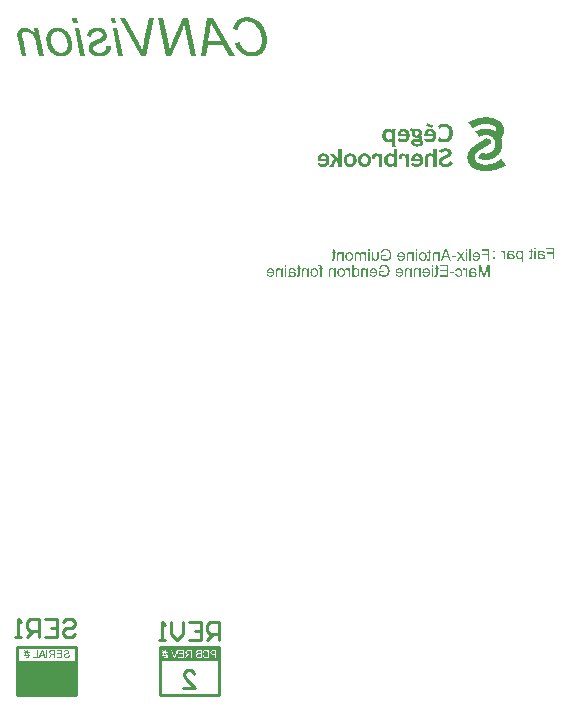
<source format=gbo>
G04*
G04 #@! TF.GenerationSoftware,Altium Limited,Altium Designer,24.2.2 (26)*
G04*
G04 Layer_Color=32896*
%FSLAX25Y25*%
%MOIN*%
G70*
G04*
G04 #@! TF.SameCoordinates,FC8948EB-AED8-47B0-A6AC-AC1B72ED221E*
G04*
G04*
G04 #@! TF.FilePolarity,Positive*
G04*
G01*
G75*
%ADD14C,0.01000*%
%ADD61R,0.19781X0.11614*%
G36*
X159603Y179033D02*
X159505D01*
Y178935D01*
X158421D01*
Y180117D01*
X158322D01*
Y180314D01*
X158223D01*
Y180413D01*
X158125D01*
Y180511D01*
X158026D01*
Y180610D01*
X157928D01*
Y180709D01*
X157829D01*
Y180807D01*
X157731D01*
Y180906D01*
X157632D01*
Y180709D01*
X157534D01*
Y180511D01*
X157435D01*
Y180314D01*
X157336D01*
Y180117D01*
X157238D01*
Y179920D01*
X157139D01*
Y179723D01*
X157041D01*
Y179526D01*
X156942D01*
Y179329D01*
X156844D01*
Y179033D01*
X156745D01*
Y178935D01*
X155464D01*
Y179132D01*
X155562D01*
Y179230D01*
X155661D01*
Y179329D01*
X155759D01*
Y179526D01*
X155858D01*
Y179723D01*
X155956D01*
Y179920D01*
X156055D01*
Y180019D01*
X156154D01*
Y180216D01*
X156252D01*
Y180413D01*
X156351D01*
Y180610D01*
X156449D01*
Y180807D01*
X156548D01*
Y181004D01*
X156647D01*
Y181103D01*
X156745D01*
Y181300D01*
X156844D01*
Y181497D01*
X156942D01*
Y181793D01*
X156844D01*
Y181891D01*
X156745D01*
Y181990D01*
X156647D01*
Y182088D01*
X156548D01*
Y182187D01*
X156449D01*
Y182384D01*
X156351D01*
Y182483D01*
X156252D01*
Y182581D01*
X156154D01*
Y182680D01*
X156055D01*
Y182778D01*
X155956D01*
Y182877D01*
X155858D01*
Y182976D01*
X155759D01*
Y183074D01*
X155661D01*
Y183271D01*
X155562D01*
Y183370D01*
X156844D01*
Y183271D01*
X156942D01*
Y183074D01*
X157041D01*
Y182976D01*
X157139D01*
Y182877D01*
X157238D01*
Y182778D01*
X157336D01*
Y182680D01*
X157435D01*
Y182581D01*
X157534D01*
Y182483D01*
X157632D01*
Y182286D01*
X157731D01*
Y182187D01*
X157829D01*
Y182088D01*
X157928D01*
Y181990D01*
X158026D01*
Y181891D01*
X158125D01*
Y181793D01*
X158223D01*
Y181596D01*
X158322D01*
Y181497D01*
X158421D01*
Y184848D01*
X159603D01*
Y179033D01*
D02*
G37*
G36*
X153788Y183370D02*
X154182D01*
Y183271D01*
X154379D01*
Y183173D01*
X154577D01*
Y183074D01*
X154774D01*
Y182976D01*
X154872D01*
Y182877D01*
X154971D01*
Y182778D01*
X155069D01*
Y182581D01*
X155168D01*
Y182483D01*
X155267D01*
Y182187D01*
X155365D01*
Y181891D01*
X155464D01*
Y180413D01*
X155365D01*
Y180117D01*
X155267D01*
Y179920D01*
X155168D01*
Y179723D01*
X155069D01*
Y179624D01*
X154971D01*
Y179526D01*
X154872D01*
Y179427D01*
X154774D01*
Y179329D01*
X154675D01*
Y179230D01*
X154478D01*
Y179132D01*
X154281D01*
Y179033D01*
X153985D01*
Y178935D01*
X152704D01*
Y179033D01*
X152408D01*
Y179132D01*
X152211D01*
Y179230D01*
X152014D01*
Y179329D01*
X151916D01*
Y179427D01*
X151718D01*
Y179526D01*
X151620D01*
Y179624D01*
X151521D01*
Y179822D01*
X151620D01*
Y179920D01*
X151718D01*
Y180019D01*
X151817D01*
Y180216D01*
X151916D01*
Y180314D01*
X152014D01*
Y180413D01*
X152113D01*
Y180314D01*
X152211D01*
Y180216D01*
X152310D01*
Y180117D01*
X152408D01*
Y180019D01*
X152605D01*
Y179920D01*
X153098D01*
Y179822D01*
X153394D01*
Y179920D01*
X153788D01*
Y180019D01*
X153985D01*
Y180117D01*
X154084D01*
Y180216D01*
X154182D01*
Y180314D01*
X154281D01*
Y180511D01*
X154379D01*
Y180807D01*
X151620D01*
Y181103D01*
X151521D01*
Y181694D01*
X151620D01*
Y182187D01*
X151718D01*
Y182384D01*
X151817D01*
Y182581D01*
X151916D01*
Y182778D01*
X152014D01*
Y182877D01*
X152113D01*
Y182976D01*
X152211D01*
Y183074D01*
X152408D01*
Y183173D01*
X152507D01*
Y183271D01*
X152803D01*
Y183370D01*
X153098D01*
Y183468D01*
X153788D01*
Y183370D01*
D02*
G37*
G36*
X162067D02*
X161574D01*
Y183271D01*
X161377D01*
Y183173D01*
X161180D01*
Y183074D01*
X160983D01*
Y182976D01*
X160885D01*
Y182877D01*
X160786D01*
Y182778D01*
X160687D01*
Y182581D01*
X160589D01*
Y182483D01*
X160490D01*
Y182286D01*
X160392D01*
Y181990D01*
X160293D01*
Y181497D01*
X160195D01*
Y180906D01*
X160293D01*
Y180413D01*
X160392D01*
Y180117D01*
X160490D01*
Y179920D01*
X160589D01*
Y179723D01*
X160687D01*
Y179624D01*
X160786D01*
Y179526D01*
X160885D01*
Y179427D01*
X160983D01*
Y179329D01*
X161082D01*
Y179230D01*
X161279D01*
Y179132D01*
X161476D01*
Y179033D01*
X161772D01*
Y178935D01*
X162954D01*
Y179033D01*
X163250D01*
Y179132D01*
X163447D01*
Y179230D01*
X163644D01*
Y179329D01*
X163743D01*
Y179427D01*
X163841D01*
Y179526D01*
X163940D01*
Y179624D01*
X164039D01*
Y179723D01*
X164137D01*
Y179920D01*
X164236D01*
Y180019D01*
X164334D01*
Y180314D01*
X164433D01*
Y180709D01*
X164531D01*
Y181596D01*
X164433D01*
Y181990D01*
X164334D01*
Y182286D01*
X164236D01*
Y182483D01*
X164137D01*
Y182680D01*
X164039D01*
Y182778D01*
X163940D01*
Y182877D01*
X163841D01*
Y182976D01*
X163743D01*
Y183074D01*
X163644D01*
Y183173D01*
X163447D01*
Y183271D01*
X163152D01*
Y183370D01*
X162659D01*
Y183468D01*
X162067D01*
Y183370D01*
D02*
G37*
G36*
X166798D02*
X166404D01*
Y183271D01*
X166108D01*
Y183173D01*
X165911D01*
Y183074D01*
X165813D01*
Y182976D01*
X165714D01*
Y182877D01*
X165615D01*
Y182778D01*
X165517D01*
Y182680D01*
X165418D01*
Y182483D01*
X165320D01*
Y182286D01*
X165221D01*
Y182088D01*
X165123D01*
Y181694D01*
X165024D01*
Y180610D01*
X165123D01*
Y180314D01*
X165221D01*
Y180019D01*
X165320D01*
Y179822D01*
X165418D01*
Y179723D01*
X165517D01*
Y179624D01*
X165615D01*
Y179526D01*
X165714D01*
Y179427D01*
X165813D01*
Y179329D01*
X165911D01*
Y179230D01*
X166108D01*
Y179132D01*
X166305D01*
Y179033D01*
X166601D01*
Y178935D01*
X167784D01*
Y179033D01*
X168079D01*
Y179132D01*
X168277D01*
Y179230D01*
X168474D01*
Y179329D01*
X168572D01*
Y179427D01*
X168671D01*
Y179526D01*
X168770D01*
Y179624D01*
X168868D01*
Y179822D01*
X168967D01*
Y179920D01*
X169065D01*
Y180117D01*
X169164D01*
Y180413D01*
X169262D01*
Y181891D01*
X169164D01*
Y182187D01*
X169065D01*
Y182384D01*
X168967D01*
Y182581D01*
X168868D01*
Y182680D01*
X168770D01*
Y182877D01*
X168671D01*
Y182976D01*
X168572D01*
Y183074D01*
X168375D01*
Y183173D01*
X168178D01*
Y183271D01*
X167981D01*
Y183370D01*
X167488D01*
Y183468D01*
X166798D01*
Y183370D01*
D02*
G37*
G36*
X173106Y180906D02*
Y183370D01*
X171923D01*
Y183074D01*
X171825D01*
Y183173D01*
X171628D01*
Y183271D01*
X171529D01*
Y183370D01*
X171233D01*
Y183468D01*
X170741D01*
Y183370D01*
X170346D01*
Y183271D01*
X170149D01*
Y183173D01*
X170051D01*
Y183074D01*
X169952D01*
Y182976D01*
X169854D01*
Y182778D01*
X169755D01*
Y182581D01*
X169657D01*
Y181694D01*
X169755D01*
Y181596D01*
X170741D01*
Y182286D01*
X170839D01*
Y182384D01*
X170938D01*
Y182483D01*
X171628D01*
Y182384D01*
X171726D01*
Y182286D01*
X171825D01*
Y182088D01*
X171923D01*
Y181497D01*
X172022D01*
Y179230D01*
X171923D01*
Y179033D01*
X172022D01*
Y178935D01*
X173106D01*
Y180807D01*
Y180906D01*
D02*
G37*
G36*
X176950Y183074D02*
X176851D01*
Y183173D01*
X176753D01*
Y183271D01*
X176457D01*
Y183370D01*
X176063D01*
Y183468D01*
X175373D01*
Y183370D01*
X174979D01*
Y183271D01*
X174782D01*
Y183173D01*
X174585D01*
Y183074D01*
X174486D01*
Y182976D01*
X174387D01*
Y182877D01*
X174289D01*
Y182778D01*
X174190D01*
Y182680D01*
X174092D01*
Y182483D01*
X173993D01*
Y182286D01*
X173895D01*
Y182088D01*
X173796D01*
Y181694D01*
X173697D01*
Y180709D01*
X173796D01*
Y180314D01*
X173895D01*
Y180019D01*
X173993D01*
Y179822D01*
X174092D01*
Y179723D01*
X174190D01*
Y179624D01*
X174289D01*
Y179526D01*
X174387D01*
Y179427D01*
X174486D01*
Y179329D01*
X174585D01*
Y179230D01*
X174683D01*
Y179132D01*
X174880D01*
Y179033D01*
X175176D01*
Y178935D01*
X176260D01*
Y179033D01*
X176457D01*
Y179132D01*
X176654D01*
Y179230D01*
X176851D01*
Y179329D01*
X176950D01*
Y179033D01*
X177049D01*
Y178935D01*
X178133D01*
Y184848D01*
X176950D01*
Y183074D01*
D02*
G37*
G36*
X180202Y182483D02*
X180498D01*
Y182384D01*
X180597D01*
Y182286D01*
X180695D01*
Y182187D01*
X180794D01*
Y181891D01*
X180893D01*
Y178935D01*
X182075D01*
Y183370D01*
X180893D01*
Y182976D01*
X180794D01*
Y183074D01*
X180695D01*
Y183173D01*
X180597D01*
Y183271D01*
X180400D01*
Y183370D01*
X180104D01*
Y183468D01*
X179611D01*
Y183370D01*
X179315D01*
Y183271D01*
X179118D01*
Y183173D01*
X178921D01*
Y182976D01*
X178823D01*
Y182877D01*
X178724D01*
Y182680D01*
X178626D01*
Y182286D01*
X178527D01*
Y181990D01*
X178626D01*
Y181596D01*
X179710D01*
Y182384D01*
X179808D01*
Y182483D01*
X180104D01*
X180202D01*
D02*
G37*
G36*
X174683Y191550D02*
X174387D01*
Y191452D01*
X174092D01*
Y191353D01*
X173993D01*
Y191255D01*
X173895D01*
Y191156D01*
X173697D01*
Y191058D01*
X173599D01*
Y190860D01*
X173500D01*
Y190762D01*
X173402D01*
Y190565D01*
X173303D01*
Y190368D01*
X173205D01*
Y190072D01*
X173106D01*
Y188692D01*
X173205D01*
Y188396D01*
X173303D01*
Y188199D01*
X173402D01*
Y188002D01*
X173500D01*
Y187805D01*
X173599D01*
Y187706D01*
X173697D01*
Y187608D01*
X173796D01*
Y187509D01*
X173895D01*
Y187411D01*
X174092D01*
Y187312D01*
X174289D01*
Y187214D01*
X174683D01*
Y187115D01*
X175570D01*
Y187214D01*
X175866D01*
Y187312D01*
X176162D01*
Y187411D01*
X176260D01*
Y187509D01*
X176359D01*
Y185834D01*
X176260D01*
Y185735D01*
X176359D01*
Y185637D01*
X177443D01*
Y185735D01*
X177541D01*
Y186031D01*
X177443D01*
Y186425D01*
Y186524D01*
Y191255D01*
X177541D01*
Y191550D01*
X176359D01*
Y191156D01*
X176260D01*
Y191255D01*
X176162D01*
Y191353D01*
X176063D01*
Y191452D01*
X175767D01*
Y191550D01*
X175472D01*
Y191649D01*
X174683D01*
Y191550D01*
D02*
G37*
G36*
X179710D02*
X179315D01*
Y191452D01*
X179118D01*
Y191353D01*
X179020D01*
Y191255D01*
X178921D01*
Y191156D01*
X178823D01*
Y191058D01*
X178724D01*
Y190959D01*
X178626D01*
Y190860D01*
X178527D01*
Y190663D01*
X178428D01*
Y190466D01*
X178330D01*
Y190171D01*
X178231D01*
Y189185D01*
X178330D01*
Y189086D01*
X181090D01*
Y188889D01*
X180991D01*
Y188593D01*
X180893D01*
Y188396D01*
X180794D01*
Y188298D01*
X180597D01*
Y188199D01*
X180400D01*
Y188101D01*
X179414D01*
Y188199D01*
X179118D01*
Y188298D01*
X179020D01*
Y188396D01*
X178921D01*
Y188495D01*
X178823D01*
Y188593D01*
X178626D01*
Y188396D01*
X178527D01*
Y188298D01*
X178428D01*
Y188199D01*
X178330D01*
Y188101D01*
X178231D01*
Y188002D01*
X178133D01*
Y187904D01*
X178231D01*
Y187805D01*
X178330D01*
Y187706D01*
X178428D01*
Y187608D01*
X178527D01*
Y187509D01*
X178724D01*
Y187411D01*
X178921D01*
Y187312D01*
X179118D01*
Y187214D01*
X179513D01*
Y187115D01*
X180498D01*
Y187214D01*
X180893D01*
Y187312D01*
X181090D01*
Y187411D01*
X181287D01*
Y187509D01*
X181385D01*
Y187608D01*
X181484D01*
Y187706D01*
X181582D01*
Y187805D01*
X181681D01*
Y187904D01*
X181780D01*
Y188002D01*
X181878D01*
Y188199D01*
X181977D01*
Y188396D01*
X182075D01*
Y188791D01*
X182174D01*
Y189973D01*
X182075D01*
Y190269D01*
X181977D01*
Y190565D01*
X181878D01*
Y190762D01*
X181780D01*
Y190860D01*
X181681D01*
Y190959D01*
X181582D01*
Y191156D01*
X181385D01*
Y191255D01*
X181287D01*
Y191353D01*
X181090D01*
Y191452D01*
X180893D01*
Y191550D01*
X180597D01*
Y191649D01*
X179710D01*
Y191550D01*
D02*
G37*
G36*
X188383Y193324D02*
X188580D01*
Y193226D01*
X188876D01*
Y193127D01*
X189073D01*
Y193029D01*
X189369D01*
Y192930D01*
X189566D01*
Y192832D01*
X189862D01*
Y192733D01*
X190059D01*
Y192634D01*
X189960D01*
Y192339D01*
X189862D01*
Y192142D01*
X189763D01*
Y191945D01*
X189566D01*
Y192043D01*
X189270D01*
Y192142D01*
X188876D01*
Y192240D01*
X188580D01*
Y192339D01*
X188285D01*
Y192437D01*
X187989D01*
Y192536D01*
X187792D01*
Y192930D01*
X187890D01*
Y193127D01*
X187989D01*
Y193423D01*
X188383D01*
Y193324D01*
D02*
G37*
G36*
X189467Y191550D02*
X189763D01*
Y191452D01*
X190059D01*
Y191353D01*
X190157D01*
Y191255D01*
X190354D01*
Y191156D01*
X190453D01*
Y191058D01*
X190551D01*
Y190959D01*
X190650D01*
Y190762D01*
X190749D01*
Y190565D01*
X190847D01*
Y190368D01*
X190946D01*
Y190072D01*
X191044D01*
Y188692D01*
X190946D01*
Y188396D01*
X190847D01*
Y188101D01*
X190749D01*
Y188002D01*
X190650D01*
Y187805D01*
X190551D01*
Y187706D01*
X190453D01*
Y187608D01*
X190354D01*
Y187509D01*
X190157D01*
Y187411D01*
X189960D01*
Y187312D01*
X189763D01*
Y187214D01*
X189369D01*
Y187115D01*
X188383D01*
Y187214D01*
X188087D01*
Y187312D01*
X187792D01*
Y187411D01*
X187595D01*
Y187509D01*
X187496D01*
Y187608D01*
X187299D01*
Y187706D01*
X187200D01*
Y187805D01*
X187102D01*
Y188101D01*
X187200D01*
Y188199D01*
X187299D01*
Y188298D01*
X187398D01*
Y188396D01*
X187496D01*
Y188495D01*
X187595D01*
Y188593D01*
X187693D01*
Y188495D01*
X187792D01*
Y188396D01*
X187890D01*
Y188298D01*
X188087D01*
Y188199D01*
X188285D01*
Y188101D01*
X189369D01*
Y188199D01*
X189566D01*
Y188298D01*
X189664D01*
Y188396D01*
X189763D01*
Y188495D01*
X189862D01*
Y188791D01*
X189960D01*
Y189086D01*
X187200D01*
Y189185D01*
X187102D01*
Y190072D01*
X187200D01*
Y190368D01*
X187299D01*
Y190663D01*
X187398D01*
Y190860D01*
X187496D01*
Y190959D01*
X187595D01*
Y191058D01*
X187693D01*
Y191156D01*
X187792D01*
Y191255D01*
X187890D01*
Y191353D01*
X188087D01*
Y191452D01*
X188285D01*
Y191550D01*
X188580D01*
Y191649D01*
X189467D01*
Y191550D01*
D02*
G37*
G36*
X182864Y191846D02*
X183061D01*
Y191747D01*
X183356D01*
Y191649D01*
X183652D01*
Y191550D01*
X184145D01*
Y191649D01*
X185032D01*
Y191550D01*
X185426D01*
Y191452D01*
X185623D01*
Y191353D01*
X185722D01*
Y191255D01*
X185919D01*
Y191156D01*
X186018D01*
Y190959D01*
X186116D01*
Y190860D01*
X186215D01*
Y190565D01*
X186313D01*
Y189678D01*
X186215D01*
Y189481D01*
X186116D01*
Y189284D01*
X186018D01*
Y189185D01*
X186116D01*
Y189086D01*
X186215D01*
Y188889D01*
X186313D01*
Y188692D01*
X186412D01*
Y188002D01*
X186313D01*
Y187805D01*
X186215D01*
Y187608D01*
X186412D01*
Y187509D01*
X186510D01*
Y187312D01*
X186609D01*
Y187017D01*
X186708D01*
Y186721D01*
X186609D01*
Y186425D01*
X186510D01*
Y186327D01*
X186412D01*
Y186228D01*
X186313D01*
Y186129D01*
X186215D01*
Y186031D01*
X185919D01*
Y185932D01*
X185623D01*
Y185834D01*
X184933D01*
Y185735D01*
X184441D01*
Y185834D01*
X183849D01*
Y185932D01*
X183554D01*
Y186031D01*
X183356D01*
Y186129D01*
X183258D01*
Y186228D01*
X183061D01*
Y186327D01*
X182962D01*
Y186425D01*
X182864D01*
Y186622D01*
X182765D01*
Y186918D01*
X182667D01*
Y187509D01*
X182765D01*
Y187706D01*
X182864D01*
Y187805D01*
X182962D01*
Y187904D01*
X183061D01*
Y188002D01*
X183159D01*
Y188101D01*
X183554D01*
Y188199D01*
X185426D01*
Y188791D01*
X185229D01*
Y188692D01*
X184835D01*
Y188593D01*
X184342D01*
Y188692D01*
X183849D01*
Y188791D01*
X183652D01*
Y188889D01*
X183455D01*
Y188988D01*
X183356D01*
Y189086D01*
X183258D01*
Y189185D01*
X183159D01*
Y189284D01*
X183061D01*
Y189382D01*
X182962D01*
Y189678D01*
X182864D01*
Y190565D01*
X182962D01*
Y190959D01*
X182469D01*
Y191058D01*
X182272D01*
Y191156D01*
X182371D01*
Y191452D01*
X182469D01*
Y191747D01*
X182568D01*
Y191945D01*
X182864D01*
Y191846D01*
D02*
G37*
G36*
X191241Y178935D02*
X190059D01*
Y179427D01*
Y179526D01*
Y182088D01*
X189960D01*
Y182187D01*
X189862D01*
Y182286D01*
X189763D01*
Y182384D01*
X189664D01*
Y182483D01*
X188777D01*
Y182384D01*
X188580D01*
Y182187D01*
X188482D01*
Y181990D01*
X188383D01*
Y179132D01*
X188482D01*
Y179033D01*
X188383D01*
Y178935D01*
X187200D01*
Y181793D01*
X187299D01*
Y182384D01*
X187398D01*
Y182680D01*
X187496D01*
Y182877D01*
X187595D01*
Y182976D01*
X187693D01*
Y183074D01*
X187792D01*
Y183173D01*
X187989D01*
Y183271D01*
X188186D01*
Y183370D01*
X188580D01*
Y183468D01*
X189172D01*
Y183370D01*
X189566D01*
Y183271D01*
X189862D01*
Y183173D01*
X189960D01*
Y183074D01*
X190059D01*
Y184848D01*
X191241D01*
Y178935D01*
D02*
G37*
G36*
X184933Y183370D02*
X185328D01*
Y183271D01*
X185623D01*
Y183173D01*
X185820D01*
Y183074D01*
X185919D01*
Y182976D01*
X186018D01*
Y182877D01*
X186116D01*
Y182778D01*
X186215D01*
Y182680D01*
X186313D01*
Y182581D01*
X186412D01*
Y182384D01*
X186510D01*
Y182088D01*
X186609D01*
Y181694D01*
X186708D01*
Y180610D01*
X186609D01*
Y180216D01*
X186510D01*
Y180019D01*
X186412D01*
Y179822D01*
X186313D01*
Y179624D01*
X186215D01*
Y179526D01*
X186116D01*
Y179427D01*
X186018D01*
Y179329D01*
X185820D01*
Y179230D01*
X185722D01*
Y179132D01*
X185426D01*
Y179033D01*
X185131D01*
Y178935D01*
X183948D01*
Y179033D01*
X183652D01*
Y179132D01*
X183356D01*
Y179230D01*
X183258D01*
Y179329D01*
X183061D01*
Y179427D01*
X182962D01*
Y179526D01*
X182864D01*
Y179624D01*
X182667D01*
Y179723D01*
X182765D01*
Y179920D01*
X182864D01*
Y180019D01*
X182962D01*
Y180117D01*
X183061D01*
Y180216D01*
X183159D01*
Y180314D01*
X183258D01*
Y180413D01*
X183356D01*
Y180314D01*
X183455D01*
Y180216D01*
X183554D01*
Y180117D01*
X183652D01*
Y180019D01*
X183849D01*
Y179920D01*
X184342D01*
Y179822D01*
X184539D01*
Y179920D01*
X185032D01*
Y180019D01*
X185229D01*
Y180117D01*
X185328D01*
Y180216D01*
X185426D01*
Y180413D01*
X185525D01*
Y180610D01*
X185623D01*
Y180709D01*
Y180807D01*
X182864D01*
Y180906D01*
X182765D01*
Y181990D01*
X182864D01*
Y182286D01*
X182962D01*
Y182483D01*
X183061D01*
Y182680D01*
X183159D01*
Y182778D01*
X183258D01*
Y182877D01*
X183356D01*
Y182976D01*
X183455D01*
Y183074D01*
X183554D01*
Y183173D01*
X183751D01*
Y183271D01*
X183948D01*
Y183370D01*
X184342D01*
Y183468D01*
X184933D01*
Y183370D01*
D02*
G37*
G36*
X192424Y184651D02*
X192326D01*
Y184553D01*
X192227D01*
Y184454D01*
X192128D01*
Y184355D01*
X192030D01*
Y184158D01*
X192128D01*
Y184060D01*
X192227D01*
Y183961D01*
X192326D01*
Y183863D01*
X192424D01*
Y183764D01*
X192523D01*
Y183666D01*
X192621D01*
Y183567D01*
X192720D01*
Y183468D01*
X192818D01*
Y183666D01*
X192917D01*
Y183764D01*
X193114D01*
Y183863D01*
X193213D01*
Y183961D01*
X193410D01*
Y184060D01*
X193705D01*
Y184158D01*
X194592D01*
Y184060D01*
X194790D01*
Y183961D01*
X194987D01*
Y183764D01*
X195085D01*
Y183468D01*
X194987D01*
Y183271D01*
X194888D01*
Y183173D01*
X194790D01*
Y183074D01*
X194592D01*
Y182976D01*
X194395D01*
Y182877D01*
X194198D01*
Y182778D01*
X194001D01*
Y182680D01*
X193804D01*
Y182581D01*
X193607D01*
Y182483D01*
X193410D01*
Y182384D01*
X193213D01*
Y182286D01*
X193016D01*
Y182187D01*
X192818D01*
Y182088D01*
X192720D01*
Y181990D01*
X192523D01*
Y181891D01*
X192424D01*
Y181793D01*
X192326D01*
Y181694D01*
X192227D01*
Y181596D01*
X192128D01*
Y181399D01*
X192030D01*
Y181202D01*
X191931D01*
Y180117D01*
X192030D01*
Y179822D01*
X192128D01*
Y179723D01*
X192227D01*
Y179624D01*
X192326D01*
Y179526D01*
X192424D01*
Y179427D01*
X192523D01*
Y179329D01*
X192621D01*
Y179230D01*
X192818D01*
Y179132D01*
X193016D01*
Y179033D01*
X193410D01*
Y178935D01*
X194790D01*
Y179033D01*
X195184D01*
Y179132D01*
X195480D01*
Y179230D01*
X195677D01*
Y179329D01*
X195874D01*
Y179427D01*
X196071D01*
Y179526D01*
X196169D01*
Y179624D01*
X196268D01*
Y179723D01*
X196465D01*
Y179822D01*
X196564D01*
Y179920D01*
X196662D01*
Y180117D01*
X196564D01*
Y180216D01*
X196465D01*
Y180314D01*
X196367D01*
Y180413D01*
X196268D01*
Y180511D01*
X196169D01*
Y180610D01*
X196071D01*
Y180709D01*
X195972D01*
Y180807D01*
X195874D01*
Y180906D01*
X195775D01*
Y180709D01*
X195677D01*
Y180610D01*
X195578D01*
Y180511D01*
X195480D01*
Y180413D01*
X195381D01*
Y180314D01*
X195282D01*
Y180216D01*
X195085D01*
Y180117D01*
X194987D01*
Y180019D01*
X194691D01*
Y179920D01*
X193607D01*
Y180019D01*
X193410D01*
Y180117D01*
X193213D01*
Y180216D01*
X193114D01*
Y180511D01*
X193016D01*
Y180807D01*
X193114D01*
Y181004D01*
X193213D01*
Y181103D01*
X193311D01*
Y181202D01*
X193410D01*
Y181300D01*
X193607D01*
Y181399D01*
X193804D01*
Y181497D01*
X194001D01*
Y181596D01*
X194198D01*
Y181694D01*
X194395D01*
Y181793D01*
X194592D01*
Y181891D01*
X194790D01*
Y181990D01*
X194987D01*
Y182088D01*
X195184D01*
Y182187D01*
X195381D01*
Y182286D01*
X195480D01*
Y182384D01*
X195578D01*
Y182483D01*
X195677D01*
Y182581D01*
X195775D01*
Y182680D01*
X195874D01*
Y182778D01*
X195972D01*
Y182976D01*
X196071D01*
Y183271D01*
X196169D01*
Y183961D01*
X196071D01*
Y184257D01*
X195972D01*
Y184355D01*
X195874D01*
Y184454D01*
X195775D01*
Y184553D01*
X195677D01*
Y184651D01*
X195578D01*
Y184750D01*
X195480D01*
Y184848D01*
X195282D01*
Y184947D01*
X194987D01*
Y185045D01*
X194592D01*
Y185144D01*
X193607D01*
Y185045D01*
X193213D01*
Y184947D01*
X192917D01*
Y184848D01*
X192720D01*
Y184750D01*
X192523D01*
Y184651D01*
X192424D01*
D02*
G37*
G36*
X192818Y188298D02*
Y188396D01*
X192621D01*
Y188495D01*
X192523D01*
Y188593D01*
X192424D01*
Y188692D01*
X192326D01*
Y188791D01*
X192128D01*
Y188692D01*
X192030D01*
Y188593D01*
X191931D01*
Y188495D01*
X191833D01*
Y188298D01*
X191734D01*
Y188199D01*
X191636D01*
Y188101D01*
X191537D01*
Y188002D01*
X191438D01*
Y187904D01*
X191537D01*
Y187805D01*
X191734D01*
Y187706D01*
X191833D01*
Y187608D01*
X191931D01*
Y187509D01*
X192128D01*
Y187411D01*
X192326D01*
Y187312D01*
X192621D01*
Y187214D01*
X193016D01*
Y187115D01*
X194198D01*
Y187214D01*
X194592D01*
Y187312D01*
X194888D01*
Y187411D01*
X195184D01*
Y187509D01*
X195282D01*
Y187608D01*
X195480D01*
Y187706D01*
X195578D01*
Y187805D01*
X195677D01*
Y187904D01*
X195775D01*
Y188002D01*
X195874D01*
Y188101D01*
X195972D01*
Y188199D01*
X196071D01*
Y188298D01*
X196169D01*
Y188495D01*
X196268D01*
Y188593D01*
X196367D01*
Y188791D01*
X196465D01*
Y189086D01*
X196564D01*
Y189481D01*
X196662D01*
Y190959D01*
X196564D01*
Y191353D01*
X196465D01*
Y191649D01*
X196367D01*
Y191846D01*
X196268D01*
Y192043D01*
X196169D01*
Y192142D01*
X196071D01*
Y192240D01*
X195972D01*
Y192339D01*
X195874D01*
Y192437D01*
X195775D01*
Y192536D01*
X195677D01*
Y192634D01*
X195578D01*
Y192733D01*
X195480D01*
Y192832D01*
X195381D01*
Y192930D01*
X195184D01*
Y193029D01*
X194987D01*
Y193127D01*
X194691D01*
Y193226D01*
X194297D01*
Y193324D01*
X193016D01*
Y193226D01*
X192621D01*
Y193127D01*
X192326D01*
Y193029D01*
X192128D01*
Y192930D01*
X191931D01*
Y192832D01*
X191833D01*
Y192733D01*
X191636D01*
Y192634D01*
X191537D01*
Y192536D01*
X191438D01*
Y192437D01*
X191537D01*
Y192339D01*
X191636D01*
Y192240D01*
X191734D01*
Y192142D01*
X191833D01*
Y192043D01*
X191931D01*
Y191846D01*
X192030D01*
Y191747D01*
X192128D01*
Y191649D01*
X192326D01*
Y191846D01*
X192523D01*
Y191945D01*
X192621D01*
Y192043D01*
X192720D01*
Y192142D01*
X192917D01*
Y192240D01*
X194198D01*
Y192142D01*
X194494D01*
Y192043D01*
X194592D01*
Y191945D01*
X194790D01*
Y191846D01*
X194888D01*
Y191747D01*
X194987D01*
Y191550D01*
X195085D01*
Y191452D01*
X195184D01*
Y191156D01*
X195282D01*
Y190860D01*
X195381D01*
Y189579D01*
X195282D01*
Y189284D01*
X195184D01*
Y189086D01*
X195085D01*
Y188889D01*
X194987D01*
Y188791D01*
X194888D01*
Y188593D01*
X194790D01*
Y188495D01*
X194592D01*
Y188396D01*
X194395D01*
Y188298D01*
X194198D01*
Y188199D01*
X193016D01*
Y188298D01*
X192917D01*
X192818D01*
D02*
G37*
G36*
X208490Y195394D02*
X209179D01*
Y195296D01*
X209672D01*
Y195197D01*
X210067D01*
Y195099D01*
X210362D01*
Y195000D01*
X210658D01*
Y194901D01*
X210954D01*
Y194803D01*
X211151D01*
Y194704D01*
X211348D01*
Y194606D01*
X211545D01*
Y194507D01*
X211644D01*
Y194409D01*
X211841D01*
Y194310D01*
X211939D01*
Y194211D01*
X212038D01*
Y194113D01*
X212235D01*
Y194014D01*
X212333D01*
Y193916D01*
X212432D01*
Y193817D01*
X212531D01*
Y193719D01*
X212629D01*
Y193620D01*
X212728D01*
Y193423D01*
X212826D01*
Y193324D01*
X212925D01*
Y193226D01*
X213023D01*
Y193029D01*
X213122D01*
Y192832D01*
X213221D01*
Y192634D01*
X213319D01*
Y192437D01*
X213418D01*
Y192142D01*
X213516D01*
Y191747D01*
X213615D01*
Y190269D01*
X213516D01*
Y189875D01*
X213418D01*
Y189579D01*
X213319D01*
Y189382D01*
X213221D01*
Y189185D01*
X213122D01*
Y188988D01*
X213023D01*
Y188889D01*
X212925D01*
Y188791D01*
X212826D01*
Y188593D01*
X212728D01*
Y188495D01*
X212629D01*
Y188396D01*
X212728D01*
Y188199D01*
X212826D01*
Y187805D01*
X212925D01*
Y187411D01*
X213023D01*
Y185538D01*
X212925D01*
Y185144D01*
X212826D01*
Y184848D01*
X212728D01*
Y184553D01*
X212629D01*
Y184257D01*
X212531D01*
Y184060D01*
X212432D01*
Y183961D01*
X212333D01*
Y183764D01*
X212235D01*
Y183567D01*
X212136D01*
Y183468D01*
X212038D01*
Y183370D01*
X211939D01*
Y183173D01*
X211841D01*
Y183074D01*
X211742D01*
Y182976D01*
X211644D01*
Y182877D01*
X211545D01*
Y182778D01*
X211446D01*
Y182680D01*
X211348D01*
Y182581D01*
X211249D01*
Y182483D01*
X211052D01*
Y182384D01*
X210954D01*
Y182286D01*
X210855D01*
Y182187D01*
X210658D01*
Y182088D01*
X210559D01*
Y181990D01*
X210362D01*
Y181891D01*
X210165D01*
Y181793D01*
X209869D01*
Y181694D01*
X209672D01*
Y181596D01*
X209377D01*
Y181497D01*
X208982D01*
Y181399D01*
X208490D01*
Y181300D01*
X206814D01*
Y181399D01*
X206223D01*
Y181497D01*
X205828D01*
Y181596D01*
X205533D01*
Y181694D01*
X205237D01*
Y181793D01*
X205040D01*
Y182088D01*
X205138D01*
Y182286D01*
X205237D01*
Y182384D01*
X205336D01*
Y182581D01*
X205434D01*
Y182778D01*
X205533D01*
Y182976D01*
X205631D01*
Y183173D01*
X205730D01*
Y183271D01*
X205828D01*
Y183468D01*
X205927D01*
Y183666D01*
X206026D01*
Y183764D01*
X206124D01*
Y183666D01*
X206321D01*
Y183567D01*
X206617D01*
Y183468D01*
X207307D01*
Y183370D01*
X207898D01*
Y183468D01*
X208490D01*
Y183567D01*
X208785D01*
Y183666D01*
X208982D01*
Y183764D01*
X209179D01*
Y183863D01*
X209377D01*
Y183961D01*
X209574D01*
Y184060D01*
X209672D01*
Y184158D01*
X209771D01*
Y184257D01*
X209869D01*
Y184355D01*
X209968D01*
Y184454D01*
X210067D01*
Y184553D01*
X210165D01*
Y184750D01*
X210264D01*
Y184848D01*
X210362D01*
Y185045D01*
X210461D01*
Y185242D01*
X210559D01*
Y185440D01*
X210658D01*
Y185735D01*
X210756D01*
Y187214D01*
X210658D01*
Y187509D01*
X210559D01*
Y187805D01*
X210461D01*
Y188002D01*
X210362D01*
Y188199D01*
X210264D01*
Y188298D01*
X210165D01*
Y188396D01*
X210067D01*
Y188593D01*
X209968D01*
Y188692D01*
X209869D01*
Y188791D01*
X209672D01*
Y188889D01*
X209574D01*
Y188988D01*
X209475D01*
Y189086D01*
X209278D01*
Y189185D01*
X209081D01*
Y189284D01*
X208884D01*
Y189382D01*
X208687D01*
Y189481D01*
X208194D01*
Y189579D01*
X206913D01*
Y189481D01*
X206518D01*
Y189382D01*
X206321D01*
Y189284D01*
X206124D01*
Y189185D01*
X205927D01*
Y189086D01*
X205730D01*
Y188988D01*
X205533D01*
Y188889D01*
X205434D01*
Y188988D01*
X205336D01*
Y189086D01*
X205237D01*
Y189185D01*
X205138D01*
Y189382D01*
X205040D01*
Y189481D01*
X204941D01*
Y189579D01*
X204843D01*
Y189776D01*
X204744D01*
Y189875D01*
X204646D01*
Y189973D01*
X204547D01*
Y190171D01*
X204449D01*
Y190269D01*
X204350D01*
Y190368D01*
X204251D01*
Y190565D01*
X204153D01*
Y190663D01*
X204054D01*
Y190860D01*
X204350D01*
Y190959D01*
X204547D01*
Y191058D01*
X204843D01*
Y191156D01*
X205138D01*
Y191255D01*
X205434D01*
Y191353D01*
X205730D01*
Y191452D01*
X206124D01*
Y191550D01*
X206617D01*
Y191649D01*
X208785D01*
Y191550D01*
X209179D01*
Y191452D01*
X209475D01*
Y191353D01*
X209771D01*
Y191255D01*
X209968D01*
Y191156D01*
X210165D01*
Y191058D01*
X210362D01*
Y190959D01*
X210559D01*
Y190860D01*
X210658D01*
Y190762D01*
X210855D01*
Y190663D01*
X211052D01*
Y190762D01*
X211151D01*
Y191649D01*
X211052D01*
Y191846D01*
X210954D01*
Y192043D01*
X210855D01*
Y192142D01*
X210756D01*
Y192240D01*
X210658D01*
Y192339D01*
X210559D01*
Y192437D01*
X210362D01*
Y192536D01*
X210264D01*
Y192634D01*
X210067D01*
Y192733D01*
X209869D01*
Y192832D01*
X209672D01*
Y192930D01*
X209377D01*
Y193029D01*
X208982D01*
Y193127D01*
X208391D01*
Y193226D01*
X206617D01*
Y193127D01*
X206026D01*
Y193029D01*
X205533D01*
Y192930D01*
X205237D01*
Y192832D01*
X204941D01*
Y192733D01*
X204744D01*
Y192634D01*
X204449D01*
Y192536D01*
X204251D01*
Y192437D01*
X204153D01*
Y192339D01*
X203956D01*
Y192240D01*
X203759D01*
Y192142D01*
X203660D01*
Y192043D01*
X203561D01*
Y191945D01*
X203364D01*
Y191846D01*
X203167D01*
Y191945D01*
X203069D01*
Y192142D01*
X202970D01*
Y192240D01*
X202872D01*
Y192339D01*
X202773D01*
Y192536D01*
X202675D01*
Y192634D01*
X202576D01*
Y192832D01*
X202477D01*
Y192930D01*
X202379D01*
Y193029D01*
X202280D01*
Y193226D01*
X202182D01*
Y193324D01*
X202083D01*
Y193423D01*
X201985D01*
Y193620D01*
X201886D01*
Y193719D01*
X201787D01*
Y193916D01*
X201985D01*
Y194014D01*
X202182D01*
Y194113D01*
X202379D01*
Y194211D01*
X202675D01*
Y194310D01*
X202872D01*
Y194409D01*
X203069D01*
Y194507D01*
X203364D01*
Y194606D01*
X203561D01*
Y194704D01*
X203857D01*
Y194803D01*
X204054D01*
Y194901D01*
X204350D01*
Y195000D01*
X204646D01*
Y195099D01*
X205040D01*
Y195197D01*
X205434D01*
Y195296D01*
X205828D01*
Y195394D01*
X206518D01*
Y195493D01*
X208490D01*
Y195394D01*
D02*
G37*
G36*
X208095Y188396D02*
X208490D01*
Y188298D01*
X208687D01*
Y188199D01*
X208785D01*
Y188101D01*
X208982D01*
Y188002D01*
X209081D01*
Y187805D01*
X209179D01*
Y187706D01*
X209278D01*
Y187411D01*
X209377D01*
Y187115D01*
X209475D01*
Y186721D01*
X209278D01*
Y186622D01*
X209179D01*
Y186524D01*
X208982D01*
Y186425D01*
X208785D01*
Y186327D01*
X208588D01*
Y186228D01*
X208490D01*
Y186129D01*
X208293D01*
Y186031D01*
X208095D01*
Y185932D01*
X207898D01*
Y185834D01*
X207800D01*
Y185735D01*
X207603D01*
Y185637D01*
X207405D01*
Y185538D01*
X207208D01*
Y185440D01*
X207110D01*
Y185341D01*
X206913D01*
Y185242D01*
X206715D01*
Y185144D01*
X206518D01*
Y185045D01*
X206321D01*
Y184947D01*
X206223D01*
Y184848D01*
X206026D01*
Y184750D01*
X205828D01*
Y184651D01*
X205730D01*
Y184553D01*
X205533D01*
Y184454D01*
X205434D01*
Y184355D01*
X205237D01*
Y184257D01*
X205138D01*
Y184158D01*
X205040D01*
Y184060D01*
X204843D01*
Y183961D01*
X204744D01*
Y183863D01*
X204646D01*
Y183764D01*
X204547D01*
Y183666D01*
X204449D01*
Y183567D01*
X204350D01*
Y183468D01*
X204251D01*
Y183271D01*
X204153D01*
Y183173D01*
X204054D01*
Y182976D01*
X203956D01*
Y182680D01*
X203857D01*
Y181596D01*
X203956D01*
Y181300D01*
X204054D01*
Y181202D01*
X204153D01*
Y181004D01*
X204251D01*
Y180906D01*
X204350D01*
Y180709D01*
X204547D01*
Y180610D01*
X204646D01*
Y180511D01*
X204744D01*
Y180413D01*
X204941D01*
Y180314D01*
X205040D01*
Y180216D01*
X205237D01*
Y180117D01*
X205533D01*
Y180019D01*
X205828D01*
Y179920D01*
X206223D01*
Y179822D01*
X206814D01*
Y179723D01*
X208391D01*
Y179822D01*
X209081D01*
Y179920D01*
X209574D01*
Y180019D01*
X209968D01*
Y180117D01*
X210264D01*
Y180216D01*
X210461D01*
Y180314D01*
X210658D01*
Y180413D01*
X210855D01*
Y180511D01*
X211052D01*
Y180610D01*
X211249D01*
Y180709D01*
X211446D01*
Y180807D01*
X211545D01*
Y180906D01*
X211742D01*
Y181004D01*
X211841D01*
Y181103D01*
X211939D01*
Y181202D01*
X212038D01*
Y181300D01*
X212136D01*
Y181399D01*
X212235D01*
Y181497D01*
X212333D01*
Y181596D01*
X212432D01*
Y181694D01*
X212531D01*
Y181793D01*
X212629D01*
Y181694D01*
X212728D01*
Y181596D01*
X212826D01*
Y181399D01*
X212925D01*
Y181300D01*
X213023D01*
Y181202D01*
X213122D01*
Y181004D01*
X213221D01*
Y180906D01*
X213319D01*
Y180807D01*
X213418D01*
Y180610D01*
X213516D01*
Y180511D01*
X213615D01*
Y180413D01*
X213713D01*
Y180216D01*
X213812D01*
Y180117D01*
X213910D01*
Y179920D01*
X214009D01*
Y179822D01*
X214108D01*
Y179723D01*
X214206D01*
Y179526D01*
X214305D01*
Y179427D01*
X214403D01*
Y179329D01*
X214206D01*
Y179230D01*
X214009D01*
Y179132D01*
X213812D01*
Y179033D01*
X213615D01*
Y178935D01*
X213319D01*
Y178836D01*
X213122D01*
Y178737D01*
X212925D01*
Y178639D01*
X212629D01*
Y178540D01*
X212432D01*
Y178442D01*
X212136D01*
Y178343D01*
X211841D01*
Y178245D01*
X211545D01*
Y178146D01*
X211249D01*
Y178048D01*
X210954D01*
Y177949D01*
X210658D01*
Y177850D01*
X210264D01*
Y177752D01*
X209771D01*
Y177653D01*
X209278D01*
Y177555D01*
X208391D01*
Y177456D01*
X206913D01*
Y177555D01*
X206026D01*
Y177653D01*
X205533D01*
Y177752D01*
X205138D01*
Y177850D01*
X204843D01*
Y177949D01*
X204547D01*
Y178048D01*
X204251D01*
Y178146D01*
X204054D01*
Y178245D01*
X203857D01*
Y178343D01*
X203660D01*
Y178442D01*
X203463D01*
Y178540D01*
X203364D01*
Y178639D01*
X203167D01*
Y178737D01*
X203069D01*
Y178836D01*
X202970D01*
Y178935D01*
X202872D01*
Y179033D01*
X202773D01*
Y179132D01*
X202675D01*
Y179230D01*
X202576D01*
Y179329D01*
X202477D01*
Y179427D01*
X202379D01*
Y179526D01*
X202280D01*
Y179624D01*
X202182D01*
Y179822D01*
X202083D01*
Y179920D01*
X201985D01*
Y180117D01*
X201886D01*
Y180314D01*
X201787D01*
Y180511D01*
X201689D01*
Y180807D01*
X201590D01*
Y181103D01*
X201492D01*
Y181596D01*
X201393D01*
Y182483D01*
X201492D01*
Y182976D01*
X201590D01*
Y183370D01*
X201689D01*
Y183567D01*
X201787D01*
Y183764D01*
X201886D01*
Y183961D01*
X201985D01*
Y184158D01*
X202083D01*
Y184257D01*
X202182D01*
Y184454D01*
X202280D01*
Y184553D01*
X202379D01*
Y184651D01*
X202477D01*
Y184848D01*
X202576D01*
Y184947D01*
X202675D01*
Y185045D01*
X202773D01*
Y185144D01*
X202872D01*
Y185242D01*
X202970D01*
Y185341D01*
X203069D01*
Y185440D01*
X203167D01*
Y185538D01*
X203266D01*
Y185637D01*
X203463D01*
Y185735D01*
X203561D01*
Y185834D01*
X203660D01*
Y185932D01*
X203759D01*
Y186031D01*
X203956D01*
Y186129D01*
X204054D01*
Y186228D01*
X204153D01*
Y186327D01*
X204350D01*
Y186425D01*
X204449D01*
Y186524D01*
X204646D01*
Y186622D01*
X204744D01*
Y186721D01*
X204941D01*
Y186819D01*
X205040D01*
Y186918D01*
X205237D01*
Y187017D01*
X205434D01*
Y187115D01*
X205533D01*
Y187214D01*
X205730D01*
Y187312D01*
X205828D01*
Y187411D01*
X206026D01*
Y187509D01*
X206223D01*
Y187608D01*
X206321D01*
Y187706D01*
X206518D01*
Y187805D01*
X206715D01*
Y187904D01*
X206814D01*
Y188002D01*
X207011D01*
Y188101D01*
X207208D01*
Y188199D01*
X207307D01*
Y188298D01*
X207504D01*
Y188396D01*
X207701D01*
Y188495D01*
X208095D01*
Y188396D01*
D02*
G37*
G36*
X118565Y18793D02*
Y14364D01*
X98782D01*
Y18793D01*
X118565D01*
D02*
G37*
G36*
X84440Y226860D02*
X82873D01*
X82509Y228627D01*
X84058D01*
X84440Y226860D01*
D02*
G37*
G36*
X71705D02*
X70138D01*
X69773Y228627D01*
X71322D01*
X71705Y226860D01*
D02*
G37*
G36*
X110969Y216019D02*
X109329D01*
X107726Y223689D01*
X107598Y224345D01*
X107470Y224946D01*
X107379Y225475D01*
X107343Y225730D01*
X107306Y225949D01*
X107270Y226167D01*
X107252Y226349D01*
X107234Y226495D01*
X107215Y226623D01*
X107197Y226732D01*
X107179Y226823D01*
Y226860D01*
Y226878D01*
X106960Y226258D01*
X106742Y225621D01*
X106523Y225019D01*
X106414Y224746D01*
X106304Y224473D01*
X106213Y224236D01*
X106122Y223999D01*
X106031Y223799D01*
X105958Y223635D01*
X105903Y223489D01*
X105867Y223398D01*
X105831Y223325D01*
Y223307D01*
X102770Y216019D01*
X101093D01*
X98452Y228627D01*
X100110D01*
X101640Y221211D01*
X101768Y220592D01*
X101895Y219991D01*
X101986Y219426D01*
X102041Y219171D01*
X102077Y218934D01*
X102114Y218715D01*
X102150Y218515D01*
X102168Y218351D01*
X102205Y218205D01*
X102223Y218096D01*
Y218005D01*
X102241Y217950D01*
Y217932D01*
X102387Y218442D01*
X102533Y218916D01*
X102660Y219298D01*
X102770Y219644D01*
X102861Y219900D01*
X102897Y220009D01*
X102934Y220082D01*
X102952Y220155D01*
X102970Y220209D01*
X102988Y220228D01*
Y220246D01*
X103207Y220829D01*
X103462Y221430D01*
X103699Y222049D01*
X103954Y222614D01*
X104063Y222888D01*
X104173Y223125D01*
X104264Y223343D01*
X104337Y223525D01*
X104409Y223689D01*
X104464Y223799D01*
X104482Y223871D01*
X104500Y223890D01*
X106578Y228627D01*
X108327D01*
X110969Y216019D01*
D02*
G37*
G36*
X94425D02*
X92603D01*
X85679Y228627D01*
X87428D01*
X91910Y220355D01*
X92111Y219972D01*
X92330Y219553D01*
X92548Y219134D01*
X92749Y218734D01*
X92949Y218369D01*
X93022Y218205D01*
X93095Y218078D01*
X93150Y217950D01*
X93186Y217877D01*
X93204Y217823D01*
X93222Y217804D01*
X93259Y218041D01*
X93295Y218314D01*
X93368Y218843D01*
X93459Y219408D01*
X93532Y219918D01*
X93587Y220173D01*
X93623Y220392D01*
X93660Y220592D01*
X93696Y220756D01*
X93714Y220902D01*
X93733Y221011D01*
X93751Y221084D01*
Y221102D01*
X95208Y228627D01*
X96830D01*
X94425Y216019D01*
D02*
G37*
G36*
X128515Y228827D02*
X128988Y228754D01*
X129444Y228663D01*
X129881Y228536D01*
X130282Y228390D01*
X130646Y228208D01*
X130992Y228026D01*
X131302Y227843D01*
X131594Y227661D01*
X131831Y227479D01*
X132049Y227315D01*
X132231Y227151D01*
X132377Y227024D01*
X132468Y226933D01*
X132541Y226860D01*
X132559Y226841D01*
X132924Y226404D01*
X133233Y225967D01*
X133507Y225493D01*
X133744Y225019D01*
X133944Y224546D01*
X134108Y224090D01*
X134236Y223635D01*
X134345Y223197D01*
X134436Y222778D01*
X134491Y222414D01*
X134545Y222068D01*
X134564Y221776D01*
X134582Y221539D01*
X134600Y221357D01*
Y221303D01*
Y221248D01*
Y221230D01*
Y221211D01*
X134582Y220738D01*
X134545Y220282D01*
X134472Y219863D01*
X134381Y219480D01*
X134290Y219116D01*
X134181Y218788D01*
X134053Y218478D01*
X133926Y218223D01*
X133798Y217968D01*
X133671Y217768D01*
X133561Y217586D01*
X133470Y217440D01*
X133379Y217331D01*
X133306Y217258D01*
X133270Y217203D01*
X133252Y217185D01*
X132997Y216948D01*
X132705Y216729D01*
X132414Y216547D01*
X132104Y216383D01*
X131812Y216256D01*
X131503Y216146D01*
X131211Y216055D01*
X130920Y215982D01*
X130646Y215909D01*
X130409Y215873D01*
X130173Y215837D01*
X129990Y215818D01*
X129826D01*
X129717Y215800D01*
X129608D01*
X129262Y215818D01*
X128915Y215855D01*
X128606Y215909D01*
X128278Y215982D01*
X127986Y216055D01*
X127713Y216146D01*
X127458Y216256D01*
X127203Y216365D01*
X126984Y216456D01*
X126802Y216565D01*
X126620Y216656D01*
X126492Y216747D01*
X126365Y216802D01*
X126292Y216857D01*
X126237Y216893D01*
X126219Y216912D01*
X125945Y217130D01*
X125672Y217367D01*
X125217Y217895D01*
X124816Y218442D01*
X124470Y218989D01*
X124342Y219244D01*
X124215Y219480D01*
X124124Y219681D01*
X124032Y219863D01*
X123978Y220009D01*
X123923Y220136D01*
X123887Y220209D01*
Y220228D01*
X125563Y220464D01*
X125763Y219918D01*
X126018Y219426D01*
X126273Y219007D01*
X126401Y218825D01*
X126529Y218661D01*
X126638Y218515D01*
X126747Y218387D01*
X126857Y218296D01*
X126929Y218205D01*
X127002Y218132D01*
X127057Y218078D01*
X127093Y218059D01*
X127112Y218041D01*
X127312Y217895D01*
X127512Y217768D01*
X127931Y217549D01*
X128332Y217403D01*
X128697Y217294D01*
X129006Y217239D01*
X129134Y217203D01*
X129262D01*
X129353Y217185D01*
X129480D01*
X129753Y217203D01*
X130027Y217221D01*
X130519Y217349D01*
X130938Y217513D01*
X131302Y217695D01*
X131448Y217786D01*
X131594Y217877D01*
X131703Y217968D01*
X131794Y218041D01*
X131885Y218114D01*
X131940Y218169D01*
X131958Y218187D01*
X131976Y218205D01*
X132140Y218406D01*
X132286Y218624D01*
X132414Y218861D01*
X132523Y219098D01*
X132687Y219590D01*
X132796Y220082D01*
X132851Y220300D01*
X132869Y220501D01*
X132887Y220701D01*
X132905Y220847D01*
X132924Y220993D01*
Y221084D01*
Y221157D01*
Y221175D01*
X132905Y221631D01*
X132869Y222049D01*
X132814Y222469D01*
X132723Y222869D01*
X132632Y223234D01*
X132541Y223580D01*
X132432Y223908D01*
X132304Y224200D01*
X132195Y224455D01*
X132086Y224691D01*
X131994Y224892D01*
X131885Y225074D01*
X131812Y225202D01*
X131758Y225311D01*
X131721Y225366D01*
X131703Y225384D01*
X131430Y225748D01*
X131120Y226076D01*
X130828Y226349D01*
X130500Y226586D01*
X130191Y226787D01*
X129881Y226951D01*
X129571Y227097D01*
X129280Y227206D01*
X129006Y227279D01*
X128751Y227351D01*
X128533Y227406D01*
X128332Y227424D01*
X128168Y227443D01*
X128059Y227461D01*
X127950D01*
X127512Y227424D01*
X127112Y227351D01*
X126765Y227242D01*
X126474Y227115D01*
X126255Y226987D01*
X126091Y226878D01*
X125982Y226805D01*
X125945Y226768D01*
X125672Y226495D01*
X125453Y226167D01*
X125271Y225821D01*
X125126Y225493D01*
X125016Y225202D01*
X124980Y225074D01*
X124943Y224946D01*
X124925Y224855D01*
X124907Y224782D01*
X124889Y224746D01*
Y224728D01*
X123322Y224874D01*
X123377Y225202D01*
X123449Y225511D01*
X123522Y225803D01*
X123632Y226076D01*
X123741Y226349D01*
X123868Y226586D01*
X123996Y226787D01*
X124124Y226987D01*
X124251Y227169D01*
X124379Y227315D01*
X124488Y227443D01*
X124579Y227552D01*
X124670Y227643D01*
X124725Y227698D01*
X124761Y227734D01*
X124779Y227752D01*
X125016Y227953D01*
X125271Y228117D01*
X125545Y228263D01*
X125800Y228390D01*
X126073Y228499D01*
X126346Y228572D01*
X126857Y228718D01*
X127112Y228754D01*
X127330Y228791D01*
X127512Y228809D01*
X127695Y228827D01*
X127822Y228846D01*
X128023D01*
X128515Y228827D01*
D02*
G37*
G36*
X123850Y216019D02*
X121992D01*
X119969Y219644D01*
X114849D01*
X114267Y216019D01*
X112627D01*
X114704Y228627D01*
X116708D01*
X123850Y216019D01*
D02*
G37*
G36*
X86700D02*
X85151D01*
X83238Y225165D01*
X84786D01*
X86700Y216019D01*
D02*
G37*
G36*
X73964D02*
X72415D01*
X70502Y225165D01*
X72051D01*
X73964Y216019D01*
D02*
G37*
G36*
X54141Y225347D02*
X54450Y225293D01*
X54724Y225220D01*
X54979Y225147D01*
X55179Y225074D01*
X55343Y225001D01*
X55452Y224946D01*
X55471Y224928D01*
X55489D01*
X55799Y224746D01*
X56090Y224527D01*
X56381Y224309D01*
X56655Y224090D01*
X56892Y223871D01*
X57056Y223708D01*
X57129Y223653D01*
X57183Y223598D01*
X57201Y223580D01*
X57220Y223562D01*
X56892Y225165D01*
X58313D01*
X60226Y216019D01*
X58677D01*
X57784Y220264D01*
X57693Y220647D01*
X57602Y220993D01*
X57493Y221321D01*
X57384Y221612D01*
X57274Y221886D01*
X57147Y222122D01*
X57037Y222341D01*
X56928Y222523D01*
X56819Y222687D01*
X56728Y222833D01*
X56637Y222960D01*
X56546Y223052D01*
X56491Y223125D01*
X56436Y223179D01*
X56418Y223197D01*
X56400Y223216D01*
X56217Y223361D01*
X56035Y223507D01*
X55653Y223726D01*
X55288Y223871D01*
X54960Y223981D01*
X54669Y224054D01*
X54541Y224072D01*
X54432D01*
X54341Y224090D01*
X54232D01*
X54013Y224072D01*
X53831Y224054D01*
X53685Y223999D01*
X53557Y223944D01*
X53448Y223890D01*
X53375Y223853D01*
X53339Y223817D01*
X53321Y223799D01*
X53211Y223689D01*
X53138Y223562D01*
X53066Y223434D01*
X53029Y223325D01*
X53011Y223216D01*
X52993Y223125D01*
Y223070D01*
Y223052D01*
Y222888D01*
X53029Y222687D01*
X53047Y222487D01*
X53084Y222286D01*
X53120Y222104D01*
X53138Y221958D01*
X53175Y221849D01*
Y221831D01*
Y221813D01*
X54450Y216019D01*
X52902D01*
X51662Y221521D01*
X51590Y221904D01*
X51517Y222232D01*
X51480Y222505D01*
X51462Y222742D01*
X51444Y222906D01*
X51426Y223033D01*
Y223106D01*
Y223125D01*
X51444Y223489D01*
X51517Y223817D01*
X51626Y224090D01*
X51735Y224327D01*
X51863Y224509D01*
X51954Y224637D01*
X52027Y224728D01*
X52063Y224746D01*
X52319Y224946D01*
X52610Y225111D01*
X52902Y225220D01*
X53193Y225293D01*
X53448Y225329D01*
X53649Y225366D01*
X53831D01*
X54141Y225347D01*
D02*
G37*
G36*
X78610Y225329D02*
X79084Y225238D01*
X79503Y225111D01*
X79849Y224983D01*
X79995Y224910D01*
X80122Y224837D01*
X80213Y224764D01*
X80304Y224710D01*
X80377Y224655D01*
X80432Y224619D01*
X80450Y224600D01*
X80468Y224582D01*
X80614Y224436D01*
X80742Y224272D01*
X80960Y223963D01*
X81106Y223653D01*
X81215Y223361D01*
X81270Y223106D01*
X81306Y222906D01*
X81325Y222833D01*
Y222778D01*
Y222742D01*
Y222724D01*
X81306Y222505D01*
X81270Y222286D01*
X81234Y222104D01*
X81179Y221940D01*
X81124Y221795D01*
X81070Y221703D01*
X81051Y221631D01*
X81033Y221612D01*
X80906Y221448D01*
X80778Y221284D01*
X80632Y221139D01*
X80487Y221029D01*
X80377Y220920D01*
X80268Y220847D01*
X80195Y220811D01*
X80177Y220792D01*
X80104Y220756D01*
X80013Y220701D01*
X79794Y220592D01*
X79521Y220464D01*
X79266Y220337D01*
X79011Y220228D01*
X78810Y220136D01*
X78719Y220100D01*
X78665Y220063D01*
X78628Y220045D01*
X78610D01*
X78391Y219954D01*
X78191Y219863D01*
X78009Y219772D01*
X77845Y219681D01*
X77571Y219535D01*
X77353Y219408D01*
X77207Y219317D01*
X77116Y219225D01*
X77061Y219189D01*
X77043Y219171D01*
X76934Y219025D01*
X76861Y218898D01*
X76806Y218770D01*
X76770Y218661D01*
X76752Y218551D01*
X76733Y218478D01*
Y218424D01*
Y218406D01*
X76752Y218205D01*
X76806Y218023D01*
X76897Y217841D01*
X76988Y217695D01*
X77098Y217586D01*
X77170Y217495D01*
X77243Y217440D01*
X77262Y217422D01*
X77480Y217294D01*
X77717Y217185D01*
X77972Y217112D01*
X78209Y217075D01*
X78446Y217039D01*
X78628Y217021D01*
X78792D01*
X79065Y217039D01*
X79302Y217075D01*
X79521Y217112D01*
X79703Y217167D01*
X79867Y217221D01*
X79976Y217276D01*
X80067Y217294D01*
X80086Y217312D01*
X80268Y217440D01*
X80432Y217567D01*
X80559Y217695D01*
X80669Y217823D01*
X80742Y217932D01*
X80796Y218023D01*
X80814Y218078D01*
X80833Y218096D01*
X80906Y218278D01*
X80942Y218478D01*
X80979Y218661D01*
X81015Y218843D01*
Y219007D01*
X81033Y219134D01*
Y219207D01*
Y219244D01*
X82600Y219153D01*
Y218825D01*
X82564Y218533D01*
X82527Y218260D01*
X82454Y218005D01*
X82381Y217786D01*
X82290Y217567D01*
X82199Y217385D01*
X82108Y217221D01*
X81999Y217075D01*
X81908Y216948D01*
X81817Y216839D01*
X81726Y216747D01*
X81653Y216693D01*
X81616Y216638D01*
X81580Y216620D01*
X81562Y216602D01*
X81343Y216456D01*
X81124Y216347D01*
X80669Y216146D01*
X80213Y216019D01*
X79794Y215909D01*
X79594Y215891D01*
X79430Y215855D01*
X79266Y215837D01*
X79138D01*
X79011Y215818D01*
X78865D01*
X78446Y215837D01*
X78063Y215873D01*
X77717Y215946D01*
X77426Y216019D01*
X77189Y216073D01*
X77007Y216146D01*
X76952Y216164D01*
X76897Y216183D01*
X76879Y216201D01*
X76861D01*
X76551Y216365D01*
X76296Y216529D01*
X76077Y216693D01*
X75895Y216857D01*
X75768Y217021D01*
X75658Y217130D01*
X75604Y217203D01*
X75585Y217239D01*
X75440Y217495D01*
X75349Y217731D01*
X75276Y217950D01*
X75221Y218150D01*
X75185Y218314D01*
X75166Y218460D01*
Y218533D01*
Y218569D01*
X75203Y218934D01*
X75276Y219280D01*
X75403Y219572D01*
X75531Y219827D01*
X75677Y220027D01*
X75804Y220191D01*
X75877Y220282D01*
X75913Y220319D01*
X76023Y220410D01*
X76150Y220501D01*
X76296Y220592D01*
X76460Y220683D01*
X76843Y220883D01*
X77225Y221084D01*
X77590Y221248D01*
X77735Y221339D01*
X77881Y221394D01*
X78009Y221448D01*
X78100Y221485D01*
X78154Y221521D01*
X78173D01*
X78355Y221612D01*
X78537Y221685D01*
X78829Y221831D01*
X79047Y221940D01*
X79229Y222049D01*
X79339Y222122D01*
X79430Y222177D01*
X79466Y222195D01*
X79484Y222214D01*
X79612Y222341D01*
X79703Y222469D01*
X79776Y222596D01*
X79812Y222724D01*
X79849Y222815D01*
X79867Y222906D01*
Y222960D01*
Y222979D01*
X79849Y223143D01*
X79794Y223288D01*
X79721Y223434D01*
X79649Y223544D01*
X79576Y223635D01*
X79503Y223726D01*
X79448Y223762D01*
X79430Y223780D01*
X79248Y223908D01*
X79047Y223999D01*
X78847Y224072D01*
X78628Y224108D01*
X78446Y224145D01*
X78300Y224163D01*
X78173D01*
X77826Y224145D01*
X77517Y224090D01*
X77262Y223999D01*
X77043Y223926D01*
X76861Y223835D01*
X76733Y223744D01*
X76660Y223689D01*
X76642Y223671D01*
X76460Y223471D01*
X76314Y223252D01*
X76205Y223033D01*
X76132Y222833D01*
X76077Y222651D01*
X76059Y222487D01*
X76041Y222396D01*
Y222377D01*
Y222359D01*
X74510Y222469D01*
X74529Y222706D01*
X74565Y222924D01*
X74674Y223343D01*
X74820Y223708D01*
X75002Y223999D01*
X75166Y224236D01*
X75312Y224418D01*
X75421Y224527D01*
X75440Y224564D01*
X75458D01*
X75640Y224710D01*
X75822Y224837D01*
X76241Y225019D01*
X76679Y225165D01*
X77098Y225274D01*
X77480Y225329D01*
X77644Y225347D01*
X77790D01*
X77899Y225366D01*
X78337D01*
X78610Y225329D01*
D02*
G37*
G36*
X65164Y225347D02*
X65528Y225311D01*
X65874Y225238D01*
X66202Y225147D01*
X66512Y225019D01*
X66785Y224910D01*
X67040Y224764D01*
X67277Y224637D01*
X67478Y224509D01*
X67660Y224363D01*
X67824Y224254D01*
X67951Y224145D01*
X68060Y224036D01*
X68133Y223963D01*
X68170Y223926D01*
X68188Y223908D01*
X68461Y223562D01*
X68698Y223216D01*
X68917Y222851D01*
X69099Y222487D01*
X69245Y222104D01*
X69372Y221740D01*
X69482Y221375D01*
X69555Y221047D01*
X69627Y220720D01*
X69664Y220428D01*
X69700Y220155D01*
X69737Y219936D01*
Y219736D01*
X69755Y219608D01*
Y219517D01*
Y219480D01*
X69737Y219080D01*
X69682Y218715D01*
X69609Y218387D01*
X69518Y218114D01*
X69445Y217877D01*
X69372Y217695D01*
X69318Y217586D01*
X69300Y217567D01*
Y217549D01*
X69117Y217258D01*
X68899Y217003D01*
X68680Y216784D01*
X68461Y216602D01*
X68261Y216456D01*
X68115Y216365D01*
X68006Y216292D01*
X67988Y216274D01*
X67969D01*
X67642Y216128D01*
X67295Y216019D01*
X66967Y215928D01*
X66676Y215873D01*
X66421Y215837D01*
X66220Y215818D01*
X66038D01*
X65546Y215855D01*
X65091Y215928D01*
X64672Y216037D01*
X64307Y216183D01*
X64143Y216237D01*
X63998Y216310D01*
X63870Y216365D01*
X63761Y216420D01*
X63670Y216456D01*
X63615Y216492D01*
X63578Y216529D01*
X63560D01*
X63141Y216820D01*
X62777Y217167D01*
X62467Y217513D01*
X62212Y217841D01*
X61993Y218150D01*
X61920Y218278D01*
X61848Y218387D01*
X61811Y218478D01*
X61775Y218551D01*
X61738Y218588D01*
Y218606D01*
X61520Y219116D01*
X61374Y219644D01*
X61264Y220136D01*
X61173Y220592D01*
X61155Y220792D01*
X61137Y220974D01*
X61119Y221139D01*
Y221266D01*
X61101Y221394D01*
Y221466D01*
Y221521D01*
Y221539D01*
X61119Y221867D01*
X61137Y222159D01*
X61192Y222450D01*
X61264Y222706D01*
X61337Y222960D01*
X61428Y223197D01*
X61520Y223398D01*
X61611Y223598D01*
X61702Y223762D01*
X61793Y223908D01*
X61884Y224036D01*
X61957Y224145D01*
X62030Y224218D01*
X62084Y224272D01*
X62103Y224309D01*
X62121Y224327D01*
X62321Y224509D01*
X62522Y224673D01*
X62740Y224801D01*
X62959Y224928D01*
X63178Y225038D01*
X63396Y225111D01*
X63833Y225238D01*
X64016Y225274D01*
X64198Y225311D01*
X64362Y225329D01*
X64508Y225347D01*
X64617Y225366D01*
X64781D01*
X65164Y225347D01*
D02*
G37*
G36*
X201409Y150988D02*
X200937D01*
Y151527D01*
X201409D01*
Y150988D01*
D02*
G37*
G36*
X184698D02*
X184226D01*
Y151527D01*
X184698D01*
Y150988D01*
D02*
G37*
G36*
X168880Y150988D02*
X168409D01*
Y151527D01*
X168880D01*
Y150988D01*
D02*
G37*
G36*
X166527Y150528D02*
X166621Y150511D01*
X166705Y150494D01*
X166777Y150472D01*
X166838Y150444D01*
X166882Y150428D01*
X166910Y150411D01*
X166921Y150406D01*
X166999Y150356D01*
X167065Y150300D01*
X167127Y150244D01*
X167176Y150189D01*
X167215Y150145D01*
X167249Y150106D01*
X167265Y150084D01*
X167271Y150073D01*
Y150472D01*
X167693D01*
Y147686D01*
X167221D01*
Y149129D01*
X167215Y149262D01*
X167210Y149379D01*
X167199Y149479D01*
X167182Y149562D01*
X167165Y149623D01*
X167154Y149667D01*
X167149Y149695D01*
X167143Y149706D01*
X167110Y149778D01*
X167071Y149839D01*
X167032Y149895D01*
X166993Y149939D01*
X166954Y149973D01*
X166927Y149995D01*
X166904Y150011D01*
X166899Y150017D01*
X166832Y150050D01*
X166771Y150078D01*
X166705Y150095D01*
X166649Y150111D01*
X166605Y150117D01*
X166566Y150122D01*
X166533D01*
X166438Y150117D01*
X166361Y150100D01*
X166294Y150073D01*
X166244Y150045D01*
X166205Y150011D01*
X166177Y149989D01*
X166161Y149967D01*
X166155Y149961D01*
X166116Y149895D01*
X166089Y149823D01*
X166066Y149745D01*
X166055Y149667D01*
X166044Y149601D01*
X166039Y149540D01*
Y149518D01*
Y149506D01*
Y149495D01*
Y149490D01*
Y147686D01*
X165567D01*
Y149301D01*
X165556Y149451D01*
X165534Y149578D01*
X165506Y149684D01*
X165467Y149773D01*
X165434Y149839D01*
X165400Y149884D01*
X165378Y149911D01*
X165373Y149923D01*
X165295Y149989D01*
X165212Y150039D01*
X165129Y150073D01*
X165051Y150100D01*
X164984Y150111D01*
X164929Y150117D01*
X164907Y150122D01*
X164879D01*
X164818Y150117D01*
X164768Y150111D01*
X164718Y150100D01*
X164679Y150084D01*
X164640Y150067D01*
X164618Y150056D01*
X164601Y150050D01*
X164596Y150045D01*
X164551Y150011D01*
X164518Y149978D01*
X164490Y149945D01*
X164468Y149911D01*
X164451Y149884D01*
X164440Y149862D01*
X164429Y149845D01*
Y149839D01*
X164412Y149789D01*
X164401Y149723D01*
X164396Y149656D01*
X164390Y149590D01*
X164385Y149529D01*
Y149479D01*
Y149445D01*
Y149440D01*
Y149434D01*
Y147686D01*
X163913D01*
Y149595D01*
Y149684D01*
X163924Y149762D01*
X163935Y149839D01*
X163946Y149906D01*
X163963Y149973D01*
X163985Y150028D01*
X164002Y150078D01*
X164024Y150128D01*
X164046Y150167D01*
X164063Y150206D01*
X164102Y150256D01*
X164124Y150289D01*
X164135Y150300D01*
X164224Y150378D01*
X164329Y150433D01*
X164435Y150478D01*
X164535Y150505D01*
X164629Y150522D01*
X164668Y150528D01*
X164707D01*
X164734Y150533D01*
X164773D01*
X164873Y150528D01*
X164962Y150511D01*
X165051Y150489D01*
X165134Y150455D01*
X165212Y150417D01*
X165284Y150378D01*
X165345Y150333D01*
X165406Y150289D01*
X165462Y150239D01*
X165506Y150195D01*
X165545Y150156D01*
X165578Y150117D01*
X165606Y150084D01*
X165622Y150061D01*
X165633Y150045D01*
X165639Y150039D01*
X165672Y150122D01*
X165717Y150195D01*
X165767Y150256D01*
X165811Y150306D01*
X165856Y150350D01*
X165889Y150378D01*
X165911Y150394D01*
X165922Y150400D01*
X166000Y150444D01*
X166083Y150478D01*
X166166Y150500D01*
X166250Y150516D01*
X166316Y150528D01*
X166377Y150533D01*
X166427D01*
X166527Y150528D01*
D02*
G37*
G36*
X199522Y149129D02*
X200537Y147686D01*
X199966D01*
X199217Y148752D01*
X199083Y148546D01*
X198506Y147686D01*
X197929D01*
X198945Y149129D01*
X197996Y150472D01*
X198567D01*
X199039Y149812D01*
X199111Y149706D01*
X199144Y149656D01*
X199178Y149606D01*
X199206Y149567D01*
X199228Y149534D01*
X199244Y149512D01*
X199250Y149506D01*
X199278Y149556D01*
X199311Y149606D01*
X199344Y149656D01*
X199372Y149706D01*
X199400Y149745D01*
X199422Y149784D01*
X199439Y149806D01*
X199444Y149812D01*
X199883Y150472D01*
X200460D01*
X199522Y149129D01*
D02*
G37*
G36*
X197718Y148840D02*
X196258D01*
Y149312D01*
X197718D01*
Y148840D01*
D02*
G37*
G36*
X189099Y151160D02*
Y150472D01*
X189449D01*
Y150106D01*
X189099D01*
Y148496D01*
Y148419D01*
Y148352D01*
X189093Y148291D01*
X189088Y148230D01*
Y148180D01*
X189082Y148135D01*
X189071Y148063D01*
X189060Y148008D01*
X189055Y147969D01*
X189043Y147947D01*
Y147941D01*
X189021Y147891D01*
X188988Y147853D01*
X188955Y147814D01*
X188927Y147786D01*
X188894Y147758D01*
X188871Y147741D01*
X188855Y147730D01*
X188849Y147725D01*
X188788Y147697D01*
X188727Y147680D01*
X188661Y147664D01*
X188594Y147658D01*
X188538Y147653D01*
X188494Y147647D01*
X188450D01*
X188328Y147653D01*
X188266Y147658D01*
X188211Y147669D01*
X188161Y147675D01*
X188122Y147680D01*
X188100Y147686D01*
X188089D01*
X188150Y148102D01*
X188194Y148097D01*
X188239Y148091D01*
X188277D01*
X188305Y148086D01*
X188361D01*
X188433Y148091D01*
X188483Y148102D01*
X188511Y148113D01*
X188522Y148119D01*
X188561Y148147D01*
X188583Y148174D01*
X188599Y148197D01*
X188605Y148208D01*
X188610Y148235D01*
X188616Y148274D01*
X188622Y148363D01*
X188627Y148402D01*
Y148435D01*
Y148457D01*
Y148469D01*
Y150106D01*
X188150D01*
Y150472D01*
X188627D01*
Y151443D01*
X189099Y151160D01*
D02*
G37*
G36*
X157164Y151160D02*
Y150472D01*
X157514D01*
Y150106D01*
X157164D01*
Y148496D01*
Y148419D01*
Y148352D01*
X157159Y148291D01*
X157153Y148230D01*
Y148180D01*
X157148Y148135D01*
X157136Y148063D01*
X157125Y148008D01*
X157120Y147969D01*
X157109Y147947D01*
Y147941D01*
X157087Y147891D01*
X157053Y147853D01*
X157020Y147814D01*
X156992Y147786D01*
X156959Y147758D01*
X156937Y147741D01*
X156920Y147730D01*
X156914Y147725D01*
X156853Y147697D01*
X156792Y147680D01*
X156726Y147664D01*
X156659Y147658D01*
X156604Y147653D01*
X156559Y147647D01*
X156515D01*
X156393Y147653D01*
X156332Y147658D01*
X156276Y147669D01*
X156226Y147675D01*
X156187Y147680D01*
X156165Y147686D01*
X156154D01*
X156215Y148102D01*
X156260Y148097D01*
X156304Y148091D01*
X156343D01*
X156371Y148086D01*
X156426D01*
X156498Y148091D01*
X156548Y148102D01*
X156576Y148113D01*
X156587Y148119D01*
X156626Y148147D01*
X156648Y148174D01*
X156665Y148197D01*
X156670Y148208D01*
X156676Y148235D01*
X156681Y148274D01*
X156687Y148363D01*
X156693Y148402D01*
Y148435D01*
Y148457D01*
Y148468D01*
Y150106D01*
X156215D01*
Y150472D01*
X156693D01*
Y151443D01*
X157164Y151160D01*
D02*
G37*
G36*
X174397Y151582D02*
X174591Y151554D01*
X174680Y151538D01*
X174763Y151515D01*
X174841Y151499D01*
X174913Y151477D01*
X174980Y151454D01*
X175035Y151432D01*
X175085Y151410D01*
X175130Y151393D01*
X175163Y151377D01*
X175185Y151366D01*
X175202Y151360D01*
X175207Y151355D01*
X175285Y151305D01*
X175363Y151255D01*
X175496Y151138D01*
X175612Y151022D01*
X175707Y150899D01*
X175785Y150794D01*
X175812Y150750D01*
X175834Y150705D01*
X175857Y150672D01*
X175868Y150650D01*
X175873Y150633D01*
X175879Y150628D01*
X175956Y150444D01*
X176012Y150261D01*
X176056Y150084D01*
X176067Y150000D01*
X176084Y149923D01*
X176090Y149850D01*
X176101Y149789D01*
X176106Y149728D01*
Y149678D01*
X176112Y149640D01*
Y149612D01*
Y149590D01*
Y149584D01*
X176101Y149379D01*
X176073Y149185D01*
X176056Y149096D01*
X176040Y149012D01*
X176018Y148929D01*
X175995Y148857D01*
X175973Y148790D01*
X175951Y148735D01*
X175934Y148679D01*
X175918Y148641D01*
X175901Y148602D01*
X175890Y148580D01*
X175879Y148563D01*
Y148557D01*
X175779Y148396D01*
X175668Y148258D01*
X175551Y148135D01*
X175440Y148036D01*
X175335Y147958D01*
X175296Y147930D01*
X175257Y147902D01*
X175224Y147886D01*
X175202Y147869D01*
X175185Y147864D01*
X175180Y147858D01*
X175091Y147814D01*
X175002Y147780D01*
X174824Y147719D01*
X174652Y147680D01*
X174491Y147647D01*
X174419Y147642D01*
X174353Y147631D01*
X174292Y147625D01*
X174242D01*
X174203Y147619D01*
X174147D01*
X173992Y147625D01*
X173842Y147642D01*
X173703Y147669D01*
X173581Y147697D01*
X173531Y147708D01*
X173481Y147719D01*
X173437Y147736D01*
X173398Y147747D01*
X173370Y147758D01*
X173348Y147764D01*
X173337Y147769D01*
X173331D01*
X173181Y147830D01*
X173043Y147902D01*
X172910Y147980D01*
X172793Y148052D01*
X172743Y148086D01*
X172693Y148119D01*
X172654Y148147D01*
X172621Y148169D01*
X172593Y148191D01*
X172571Y148208D01*
X172560Y148213D01*
X172554Y148219D01*
Y149645D01*
X174186D01*
Y149190D01*
X173054D01*
Y148468D01*
X173120Y148413D01*
X173198Y148363D01*
X173281Y148319D01*
X173359Y148280D01*
X173426Y148247D01*
X173487Y148219D01*
X173509Y148208D01*
X173520Y148202D01*
X173531Y148197D01*
X173537D01*
X173653Y148158D01*
X173770Y148124D01*
X173875Y148102D01*
X173975Y148091D01*
X174058Y148080D01*
X174092D01*
X174125Y148074D01*
X174180D01*
X174319Y148080D01*
X174452Y148102D01*
X174575Y148130D01*
X174686Y148158D01*
X174774Y148191D01*
X174813Y148202D01*
X174841Y148213D01*
X174869Y148224D01*
X174885Y148235D01*
X174897Y148241D01*
X174902D01*
X175019Y148313D01*
X175124Y148391D01*
X175213Y148474D01*
X175285Y148557D01*
X175346Y148635D01*
X175385Y148696D01*
X175401Y148718D01*
X175407Y148735D01*
X175418Y148746D01*
Y148752D01*
X175474Y148890D01*
X175518Y149035D01*
X175546Y149179D01*
X175568Y149318D01*
X175574Y149379D01*
X175579Y149434D01*
X175585Y149490D01*
Y149534D01*
X175590Y149567D01*
Y149595D01*
Y149612D01*
Y149617D01*
X175585Y149773D01*
X175568Y149911D01*
X175546Y150045D01*
X175518Y150161D01*
X175507Y150211D01*
X175490Y150256D01*
X175479Y150294D01*
X175468Y150328D01*
X175457Y150356D01*
X175452Y150372D01*
X175446Y150383D01*
Y150389D01*
X175407Y150467D01*
X175368Y150539D01*
X175329Y150605D01*
X175291Y150661D01*
X175257Y150705D01*
X175230Y150744D01*
X175207Y150766D01*
X175202Y150772D01*
X175141Y150833D01*
X175074Y150888D01*
X175002Y150933D01*
X174935Y150977D01*
X174880Y151005D01*
X174835Y151033D01*
X174802Y151044D01*
X174791Y151049D01*
X174691Y151088D01*
X174591Y151116D01*
X174486Y151133D01*
X174391Y151149D01*
X174308Y151155D01*
X174275D01*
X174247Y151160D01*
X174186D01*
X174081Y151155D01*
X173981Y151144D01*
X173892Y151127D01*
X173814Y151110D01*
X173748Y151088D01*
X173698Y151072D01*
X173670Y151060D01*
X173659Y151055D01*
X173576Y151016D01*
X173503Y150972D01*
X173437Y150927D01*
X173387Y150883D01*
X173348Y150844D01*
X173315Y150816D01*
X173298Y150794D01*
X173293Y150788D01*
X173243Y150722D01*
X173204Y150644D01*
X173165Y150572D01*
X173132Y150494D01*
X173109Y150428D01*
X173093Y150378D01*
X173087Y150356D01*
X173082Y150339D01*
X173076Y150333D01*
Y150328D01*
X172615Y150450D01*
X172654Y150589D01*
X172704Y150711D01*
X172754Y150822D01*
X172799Y150910D01*
X172843Y150983D01*
X172876Y151033D01*
X172898Y151066D01*
X172910Y151077D01*
X172987Y151166D01*
X173071Y151238D01*
X173159Y151305D01*
X173243Y151360D01*
X173320Y151399D01*
X173381Y151432D01*
X173404Y151443D01*
X173420Y151449D01*
X173431Y151454D01*
X173437D01*
X173565Y151499D01*
X173698Y151532D01*
X173820Y151560D01*
X173936Y151576D01*
X174042Y151588D01*
X174086D01*
X174119Y151593D01*
X174297D01*
X174397Y151582D01*
D02*
G37*
G36*
X171877Y148746D02*
Y148641D01*
X171872Y148546D01*
X171866Y148474D01*
X171861Y148407D01*
Y148363D01*
X171855Y148330D01*
X171850Y148308D01*
Y148302D01*
X171833Y148230D01*
X171811Y148163D01*
X171789Y148102D01*
X171761Y148052D01*
X171739Y148008D01*
X171722Y147980D01*
X171711Y147958D01*
X171705Y147952D01*
X171661Y147902D01*
X171611Y147858D01*
X171561Y147819D01*
X171505Y147786D01*
X171461Y147758D01*
X171422Y147736D01*
X171400Y147725D01*
X171389Y147719D01*
X171306Y147686D01*
X171228Y147664D01*
X171150Y147647D01*
X171078Y147636D01*
X171017Y147631D01*
X170967Y147625D01*
X170928D01*
X170828Y147631D01*
X170728Y147647D01*
X170640Y147669D01*
X170551Y147697D01*
X170473Y147736D01*
X170401Y147775D01*
X170334Y147814D01*
X170273Y147858D01*
X170218Y147902D01*
X170173Y147941D01*
X170135Y147986D01*
X170101Y148019D01*
X170073Y148047D01*
X170057Y148069D01*
X170046Y148086D01*
X170040Y148091D01*
Y147686D01*
X169618D01*
Y150472D01*
X170090D01*
Y148979D01*
X170096Y148852D01*
X170101Y148740D01*
X170112Y148646D01*
X170129Y148568D01*
X170146Y148507D01*
X170157Y148463D01*
X170162Y148441D01*
X170168Y148430D01*
X170201Y148363D01*
X170240Y148308D01*
X170284Y148258D01*
X170329Y148213D01*
X170368Y148180D01*
X170401Y148158D01*
X170423Y148141D01*
X170434Y148135D01*
X170506Y148102D01*
X170579Y148074D01*
X170645Y148058D01*
X170706Y148041D01*
X170756Y148036D01*
X170795Y148030D01*
X170834D01*
X170912Y148036D01*
X170978Y148047D01*
X171039Y148063D01*
X171089Y148086D01*
X171134Y148102D01*
X171161Y148119D01*
X171184Y148130D01*
X171189Y148135D01*
X171239Y148180D01*
X171278Y148224D01*
X171311Y148274D01*
X171339Y148319D01*
X171356Y148363D01*
X171367Y148396D01*
X171378Y148419D01*
Y148424D01*
X171389Y148485D01*
X171394Y148557D01*
X171400Y148641D01*
Y148724D01*
X171405Y148802D01*
Y148863D01*
Y148890D01*
Y148907D01*
Y148918D01*
Y148924D01*
Y150472D01*
X171877D01*
Y148746D01*
D02*
G37*
G36*
X204556Y150528D02*
X204656Y150516D01*
X204750Y150500D01*
X204839Y150472D01*
X204922Y150444D01*
X205000Y150411D01*
X205072Y150378D01*
X205133Y150339D01*
X205194Y150306D01*
X205244Y150267D01*
X205288Y150233D01*
X205322Y150206D01*
X205349Y150178D01*
X205371Y150161D01*
X205383Y150150D01*
X205388Y150145D01*
X205449Y150067D01*
X205505Y149984D01*
X205555Y149900D01*
X205599Y149812D01*
X205632Y149717D01*
X205660Y149628D01*
X205704Y149451D01*
X205721Y149373D01*
X205732Y149295D01*
X205738Y149229D01*
X205743Y149168D01*
X205749Y149118D01*
Y149085D01*
Y149057D01*
Y149051D01*
X205743Y148929D01*
X205732Y148813D01*
X205716Y148702D01*
X205693Y148602D01*
X205666Y148507D01*
X205638Y148419D01*
X205605Y148341D01*
X205571Y148269D01*
X205538Y148208D01*
X205505Y148152D01*
X205477Y148108D01*
X205449Y148069D01*
X205427Y148036D01*
X205410Y148013D01*
X205399Y148002D01*
X205394Y147997D01*
X205322Y147930D01*
X205249Y147875D01*
X205172Y147825D01*
X205088Y147780D01*
X205011Y147747D01*
X204927Y147714D01*
X204772Y147669D01*
X204700Y147658D01*
X204633Y147647D01*
X204572Y147636D01*
X204522Y147631D01*
X204484Y147625D01*
X204422D01*
X204250Y147636D01*
X204095Y147664D01*
X203956Y147697D01*
X203901Y147719D01*
X203845Y147741D01*
X203795Y147764D01*
X203751Y147786D01*
X203718Y147802D01*
X203684Y147819D01*
X203662Y147836D01*
X203645Y147847D01*
X203634Y147858D01*
X203629D01*
X203518Y147958D01*
X203429Y148063D01*
X203351Y148174D01*
X203296Y148280D01*
X203251Y148374D01*
X203235Y148419D01*
X203218Y148452D01*
X203207Y148485D01*
X203202Y148507D01*
X203196Y148519D01*
Y148524D01*
X203684Y148585D01*
X203729Y148480D01*
X203779Y148391D01*
X203829Y148313D01*
X203873Y148252D01*
X203912Y148208D01*
X203945Y148174D01*
X203973Y148152D01*
X203978Y148147D01*
X204051Y148102D01*
X204123Y148069D01*
X204201Y148047D01*
X204267Y148030D01*
X204328Y148019D01*
X204378Y148013D01*
X204422D01*
X204489Y148019D01*
X204550Y148024D01*
X204661Y148052D01*
X204761Y148091D01*
X204850Y148135D01*
X204916Y148174D01*
X204966Y148213D01*
X205000Y148241D01*
X205005Y148252D01*
X205011D01*
X205088Y148352D01*
X205150Y148463D01*
X205194Y148585D01*
X205227Y148696D01*
X205244Y148796D01*
X205255Y148840D01*
X205260Y148879D01*
Y148913D01*
X205266Y148935D01*
Y148951D01*
Y148957D01*
X203185D01*
X203179Y149012D01*
Y149051D01*
Y149074D01*
Y149079D01*
X203185Y149207D01*
X203196Y149323D01*
X203213Y149434D01*
X203235Y149540D01*
X203262Y149634D01*
X203290Y149723D01*
X203324Y149801D01*
X203357Y149873D01*
X203390Y149939D01*
X203424Y149995D01*
X203451Y150039D01*
X203479Y150078D01*
X203501Y150111D01*
X203518Y150134D01*
X203529Y150145D01*
X203535Y150150D01*
X203601Y150217D01*
X203673Y150278D01*
X203751Y150328D01*
X203829Y150372D01*
X203906Y150411D01*
X203978Y150439D01*
X204056Y150467D01*
X204123Y150483D01*
X204195Y150500D01*
X204256Y150511D01*
X204311Y150522D01*
X204356Y150528D01*
X204395Y150533D01*
X204450D01*
X204556Y150528D01*
D02*
G37*
G36*
X179486Y150528D02*
X179586Y150516D01*
X179681Y150500D01*
X179769Y150472D01*
X179853Y150444D01*
X179930Y150411D01*
X180002Y150378D01*
X180063Y150339D01*
X180125Y150306D01*
X180175Y150267D01*
X180219Y150233D01*
X180252Y150206D01*
X180280Y150178D01*
X180302Y150161D01*
X180313Y150150D01*
X180319Y150145D01*
X180380Y150067D01*
X180435Y149984D01*
X180485Y149900D01*
X180530Y149812D01*
X180563Y149717D01*
X180591Y149628D01*
X180635Y149451D01*
X180652Y149373D01*
X180663Y149295D01*
X180668Y149229D01*
X180674Y149168D01*
X180680Y149118D01*
Y149085D01*
Y149057D01*
Y149051D01*
X180674Y148929D01*
X180663Y148813D01*
X180646Y148702D01*
X180624Y148602D01*
X180596Y148507D01*
X180569Y148419D01*
X180535Y148341D01*
X180502Y148269D01*
X180469Y148208D01*
X180435Y148152D01*
X180408Y148108D01*
X180380Y148069D01*
X180358Y148036D01*
X180341Y148013D01*
X180330Y148002D01*
X180324Y147997D01*
X180252Y147930D01*
X180180Y147875D01*
X180102Y147825D01*
X180019Y147780D01*
X179941Y147747D01*
X179858Y147714D01*
X179703Y147669D01*
X179631Y147658D01*
X179564Y147647D01*
X179503Y147636D01*
X179453Y147631D01*
X179414Y147625D01*
X179353D01*
X179181Y147636D01*
X179026Y147664D01*
X178887Y147697D01*
X178831Y147719D01*
X178776Y147741D01*
X178726Y147764D01*
X178682Y147786D01*
X178648Y147802D01*
X178615Y147819D01*
X178593Y147836D01*
X178576Y147847D01*
X178565Y147858D01*
X178560D01*
X178448Y147958D01*
X178360Y148063D01*
X178282Y148174D01*
X178226Y148280D01*
X178182Y148374D01*
X178165Y148419D01*
X178149Y148452D01*
X178138Y148485D01*
X178132Y148507D01*
X178127Y148519D01*
Y148524D01*
X178615Y148585D01*
X178659Y148480D01*
X178709Y148391D01*
X178759Y148313D01*
X178804Y148252D01*
X178842Y148208D01*
X178876Y148174D01*
X178904Y148152D01*
X178909Y148147D01*
X178981Y148102D01*
X179053Y148069D01*
X179131Y148047D01*
X179198Y148030D01*
X179259Y148019D01*
X179309Y148013D01*
X179353D01*
X179420Y148019D01*
X179481Y148024D01*
X179592Y148052D01*
X179692Y148091D01*
X179780Y148135D01*
X179847Y148174D01*
X179897Y148213D01*
X179930Y148241D01*
X179936Y148252D01*
X179941D01*
X180019Y148352D01*
X180080Y148463D01*
X180125Y148585D01*
X180158Y148696D01*
X180175Y148796D01*
X180186Y148840D01*
X180191Y148879D01*
Y148913D01*
X180197Y148935D01*
Y148951D01*
Y148957D01*
X178115Y148957D01*
X178110Y149012D01*
Y149051D01*
Y149074D01*
Y149079D01*
X178115Y149207D01*
X178127Y149323D01*
X178143Y149434D01*
X178165Y149540D01*
X178193Y149634D01*
X178221Y149723D01*
X178254Y149801D01*
X178287Y149873D01*
X178321Y149939D01*
X178354Y149995D01*
X178382Y150039D01*
X178410Y150078D01*
X178432Y150111D01*
X178448Y150134D01*
X178460Y150145D01*
X178465Y150150D01*
X178532Y150217D01*
X178604Y150278D01*
X178682Y150328D01*
X178759Y150372D01*
X178837Y150411D01*
X178909Y150439D01*
X178987Y150467D01*
X179053Y150483D01*
X179126Y150500D01*
X179187Y150511D01*
X179242Y150522D01*
X179287Y150528D01*
X179325Y150533D01*
X179381D01*
X179486Y150528D01*
D02*
G37*
G36*
X208785Y147686D02*
X208274D01*
Y149429D01*
X206470D01*
Y149884D01*
X208274D01*
Y151072D01*
X206187D01*
Y151527D01*
X208785D01*
Y147686D01*
D02*
G37*
G36*
X202613D02*
X202141D01*
Y151527D01*
X202613D01*
Y147686D01*
D02*
G37*
G36*
X201409D02*
X200937D01*
Y150472D01*
X201409D01*
Y147686D01*
D02*
G37*
G36*
X196103D02*
X195565D01*
X195148Y148852D01*
X193539D01*
X193089Y147686D01*
X192512D01*
X194083Y151527D01*
X194638D01*
X196103Y147686D01*
D02*
G37*
G36*
X190964Y150528D02*
X191064Y150511D01*
X191152Y150489D01*
X191241Y150461D01*
X191319Y150428D01*
X191391Y150389D01*
X191458Y150345D01*
X191513Y150306D01*
X191569Y150261D01*
X191613Y150217D01*
X191652Y150178D01*
X191685Y150145D01*
X191707Y150117D01*
X191724Y150095D01*
X191735Y150078D01*
X191741Y150073D01*
Y150472D01*
X192163D01*
Y147686D01*
X191691D01*
Y149201D01*
Y149295D01*
X191680Y149390D01*
X191669Y149468D01*
X191657Y149540D01*
X191641Y149606D01*
X191624Y149667D01*
X191602Y149723D01*
X191580Y149767D01*
X191563Y149806D01*
X191541Y149839D01*
X191524Y149867D01*
X191508Y149889D01*
X191485Y149917D01*
X191474Y149928D01*
X191391Y149995D01*
X191302Y150039D01*
X191214Y150073D01*
X191136Y150100D01*
X191064Y150111D01*
X191008Y150117D01*
X190986Y150122D01*
X190958D01*
X190892Y150117D01*
X190825Y150111D01*
X190770Y150095D01*
X190725Y150078D01*
X190686Y150061D01*
X190653Y150050D01*
X190636Y150039D01*
X190631Y150034D01*
X190581Y150000D01*
X190536Y149961D01*
X190503Y149923D01*
X190475Y149889D01*
X190459Y149856D01*
X190442Y149828D01*
X190431Y149812D01*
Y149806D01*
X190414Y149745D01*
X190398Y149678D01*
X190386Y149606D01*
X190381Y149534D01*
X190375Y149473D01*
Y149423D01*
Y149384D01*
Y149379D01*
Y149373D01*
Y147686D01*
X189904D01*
Y149395D01*
Y149512D01*
X189909Y149606D01*
X189915Y149684D01*
Y149751D01*
X189920Y149795D01*
X189926Y149828D01*
X189931Y149850D01*
Y149856D01*
X189948Y149928D01*
X189976Y149995D01*
X189998Y150050D01*
X190020Y150106D01*
X190048Y150145D01*
X190065Y150172D01*
X190076Y150195D01*
X190081Y150200D01*
X190126Y150256D01*
X190176Y150300D01*
X190226Y150345D01*
X190281Y150378D01*
X190325Y150406D01*
X190364Y150422D01*
X190386Y150433D01*
X190398Y150439D01*
X190475Y150472D01*
X190559Y150494D01*
X190636Y150511D01*
X190708Y150522D01*
X190770Y150528D01*
X190814Y150533D01*
X190858D01*
X190964Y150528D01*
D02*
G37*
G36*
X184698Y147686D02*
X184226D01*
Y150472D01*
X184698D01*
Y147686D01*
D02*
G37*
G36*
X182306Y150528D02*
X182406Y150511D01*
X182494Y150489D01*
X182583Y150461D01*
X182661Y150428D01*
X182733Y150389D01*
X182800Y150345D01*
X182855Y150306D01*
X182911Y150261D01*
X182955Y150217D01*
X182994Y150178D01*
X183027Y150145D01*
X183049Y150117D01*
X183066Y150095D01*
X183077Y150078D01*
X183083Y150073D01*
Y150472D01*
X183504D01*
Y147686D01*
X183033D01*
Y149201D01*
Y149295D01*
X183022Y149390D01*
X183011Y149468D01*
X183000Y149540D01*
X182983Y149606D01*
X182966Y149667D01*
X182944Y149723D01*
X182922Y149767D01*
X182905Y149806D01*
X182883Y149839D01*
X182866Y149867D01*
X182850Y149889D01*
X182827Y149917D01*
X182816Y149928D01*
X182733Y149995D01*
X182644Y150039D01*
X182555Y150073D01*
X182478Y150100D01*
X182406Y150111D01*
X182350Y150117D01*
X182328Y150122D01*
X182300D01*
X182234Y150117D01*
X182167Y150111D01*
X182112Y150095D01*
X182067Y150078D01*
X182028Y150061D01*
X181995Y150050D01*
X181978Y150039D01*
X181973Y150034D01*
X181923Y150000D01*
X181878Y149961D01*
X181845Y149923D01*
X181817Y149889D01*
X181801Y149856D01*
X181784Y149828D01*
X181773Y149812D01*
Y149806D01*
X181756Y149745D01*
X181740Y149678D01*
X181728Y149606D01*
X181723Y149534D01*
X181717Y149473D01*
Y149423D01*
Y149384D01*
Y149379D01*
Y149373D01*
Y147686D01*
X181246D01*
Y149395D01*
Y149512D01*
X181251Y149606D01*
X181257Y149684D01*
Y149751D01*
X181262Y149795D01*
X181268Y149828D01*
X181273Y149850D01*
Y149856D01*
X181290Y149928D01*
X181318Y149995D01*
X181340Y150050D01*
X181362Y150106D01*
X181390Y150145D01*
X181407Y150172D01*
X181418Y150195D01*
X181423Y150200D01*
X181468Y150256D01*
X181518Y150300D01*
X181568Y150345D01*
X181623Y150378D01*
X181667Y150406D01*
X181706Y150422D01*
X181728Y150433D01*
X181740Y150439D01*
X181817Y150472D01*
X181901Y150494D01*
X181978Y150511D01*
X182050Y150522D01*
X182112Y150528D01*
X182156Y150533D01*
X182200D01*
X182306Y150528D01*
D02*
G37*
G36*
X168880Y147686D02*
X168409D01*
Y150472D01*
X168880D01*
Y147686D01*
D02*
G37*
G36*
X159029Y150528D02*
X159129Y150511D01*
X159218Y150489D01*
X159307Y150461D01*
X159384Y150428D01*
X159456Y150389D01*
X159523Y150344D01*
X159579Y150306D01*
X159634Y150261D01*
X159678Y150217D01*
X159717Y150178D01*
X159750Y150145D01*
X159773Y150117D01*
X159789Y150095D01*
X159801Y150078D01*
X159806Y150073D01*
Y150472D01*
X160228D01*
Y147686D01*
X159756D01*
Y149201D01*
Y149295D01*
X159745Y149390D01*
X159734Y149468D01*
X159723Y149540D01*
X159706Y149606D01*
X159689Y149667D01*
X159667Y149723D01*
X159645Y149767D01*
X159628Y149806D01*
X159606Y149839D01*
X159590Y149867D01*
X159573Y149889D01*
X159551Y149917D01*
X159540Y149928D01*
X159456Y149995D01*
X159368Y150039D01*
X159279Y150073D01*
X159201Y150100D01*
X159129Y150111D01*
X159073Y150117D01*
X159051Y150122D01*
X159023D01*
X158957Y150117D01*
X158890Y150111D01*
X158835Y150095D01*
X158790Y150078D01*
X158751Y150061D01*
X158718Y150050D01*
X158702Y150039D01*
X158696Y150034D01*
X158646Y150000D01*
X158602Y149961D01*
X158568Y149923D01*
X158541Y149889D01*
X158524Y149856D01*
X158507Y149828D01*
X158496Y149812D01*
Y149806D01*
X158480Y149745D01*
X158463Y149678D01*
X158452Y149606D01*
X158446Y149534D01*
X158441Y149473D01*
Y149423D01*
Y149384D01*
Y149379D01*
Y149373D01*
Y147686D01*
X157969D01*
Y149395D01*
Y149512D01*
X157975Y149606D01*
X157980Y149684D01*
Y149751D01*
X157986Y149795D01*
X157991Y149828D01*
X157997Y149850D01*
Y149856D01*
X158013Y149928D01*
X158041Y149995D01*
X158063Y150050D01*
X158086Y150106D01*
X158113Y150145D01*
X158130Y150172D01*
X158141Y150195D01*
X158147Y150200D01*
X158191Y150256D01*
X158241Y150300D01*
X158291Y150344D01*
X158346Y150378D01*
X158391Y150406D01*
X158430Y150422D01*
X158452Y150433D01*
X158463Y150439D01*
X158541Y150472D01*
X158624Y150494D01*
X158702Y150511D01*
X158774Y150522D01*
X158835Y150528D01*
X158879Y150533D01*
X158924D01*
X159029Y150528D01*
D02*
G37*
G36*
X186651Y150528D02*
X186740Y150522D01*
X186912Y150483D01*
X187062Y150433D01*
X187129Y150406D01*
X187190Y150378D01*
X187245Y150350D01*
X187290Y150322D01*
X187334Y150294D01*
X187367Y150272D01*
X187395Y150250D01*
X187417Y150233D01*
X187428Y150228D01*
X187434Y150222D01*
X187512Y150150D01*
X187573Y150067D01*
X187634Y149978D01*
X187678Y149889D01*
X187723Y149795D01*
X187756Y149695D01*
X187784Y149601D01*
X187806Y149512D01*
X187828Y149423D01*
X187839Y149346D01*
X187850Y149268D01*
X187856Y149207D01*
Y149151D01*
X187861Y149112D01*
Y149090D01*
Y149079D01*
X187856Y148951D01*
X187845Y148829D01*
X187828Y148718D01*
X187806Y148613D01*
X187778Y148519D01*
X187750Y148430D01*
X187717Y148346D01*
X187684Y148274D01*
X187650Y148208D01*
X187617Y148152D01*
X187589Y148108D01*
X187562Y148069D01*
X187539Y148036D01*
X187523Y148013D01*
X187512Y148002D01*
X187506Y147997D01*
X187434Y147930D01*
X187362Y147875D01*
X187284Y147825D01*
X187206Y147780D01*
X187129Y147747D01*
X187045Y147714D01*
X186896Y147669D01*
X186829Y147658D01*
X186762Y147647D01*
X186707Y147636D01*
X186657Y147631D01*
X186612Y147625D01*
X186557D01*
X186424Y147631D01*
X186302Y147653D01*
X186185Y147680D01*
X186091Y147708D01*
X186008Y147741D01*
X185974Y147753D01*
X185947Y147764D01*
X185919Y147775D01*
X185902Y147786D01*
X185897Y147792D01*
X185891D01*
X185780Y147864D01*
X185686Y147941D01*
X185602Y148019D01*
X185536Y148097D01*
X185486Y148163D01*
X185447Y148219D01*
X185436Y148241D01*
X185425Y148258D01*
X185419Y148263D01*
Y148269D01*
X185364Y148396D01*
X185325Y148535D01*
X185292Y148674D01*
X185275Y148813D01*
X185264Y148874D01*
Y148929D01*
X185258Y148985D01*
X185253Y149029D01*
Y149068D01*
Y149096D01*
Y149112D01*
Y149118D01*
X185258Y149240D01*
X185269Y149351D01*
X185286Y149456D01*
X185308Y149556D01*
X185336Y149651D01*
X185369Y149734D01*
X185403Y149817D01*
X185436Y149884D01*
X185469Y149945D01*
X185503Y150000D01*
X185536Y150050D01*
X185564Y150089D01*
X185586Y150117D01*
X185602Y150139D01*
X185614Y150150D01*
X185619Y150156D01*
X185691Y150222D01*
X185763Y150278D01*
X185841Y150333D01*
X185919Y150372D01*
X185996Y150411D01*
X186074Y150439D01*
X186224Y150489D01*
X186296Y150500D01*
X186357Y150511D01*
X186413Y150522D01*
X186463Y150528D01*
X186502Y150533D01*
X186557D01*
X186651Y150528D01*
D02*
G37*
G36*
X162181Y150528D02*
X162270Y150522D01*
X162442Y150483D01*
X162592Y150433D01*
X162659Y150406D01*
X162720Y150378D01*
X162775Y150350D01*
X162820Y150322D01*
X162864Y150294D01*
X162897Y150272D01*
X162925Y150250D01*
X162947Y150233D01*
X162958Y150228D01*
X162964Y150222D01*
X163042Y150150D01*
X163103Y150067D01*
X163164Y149978D01*
X163208Y149889D01*
X163253Y149795D01*
X163286Y149695D01*
X163314Y149601D01*
X163336Y149512D01*
X163358Y149423D01*
X163369Y149345D01*
X163380Y149268D01*
X163386Y149207D01*
Y149151D01*
X163391Y149112D01*
Y149090D01*
Y149079D01*
X163386Y148951D01*
X163375Y148829D01*
X163358Y148718D01*
X163336Y148613D01*
X163308Y148519D01*
X163280Y148430D01*
X163247Y148346D01*
X163214Y148274D01*
X163180Y148208D01*
X163147Y148152D01*
X163119Y148108D01*
X163092Y148069D01*
X163069Y148036D01*
X163053Y148013D01*
X163042Y148002D01*
X163036Y147997D01*
X162964Y147930D01*
X162892Y147875D01*
X162814Y147825D01*
X162736Y147780D01*
X162659Y147747D01*
X162575Y147714D01*
X162426Y147669D01*
X162359Y147658D01*
X162292Y147647D01*
X162237Y147636D01*
X162187Y147631D01*
X162143Y147625D01*
X162087D01*
X161954Y147631D01*
X161832Y147653D01*
X161715Y147680D01*
X161621Y147708D01*
X161538Y147741D01*
X161504Y147753D01*
X161477Y147764D01*
X161449Y147775D01*
X161432Y147786D01*
X161427Y147791D01*
X161421D01*
X161310Y147864D01*
X161216Y147941D01*
X161133Y148019D01*
X161066Y148097D01*
X161016Y148163D01*
X160977Y148219D01*
X160966Y148241D01*
X160955Y148258D01*
X160949Y148263D01*
Y148269D01*
X160894Y148396D01*
X160855Y148535D01*
X160822Y148674D01*
X160805Y148813D01*
X160794Y148874D01*
Y148929D01*
X160788Y148985D01*
X160783Y149029D01*
Y149068D01*
Y149096D01*
Y149112D01*
Y149118D01*
X160788Y149240D01*
X160800Y149351D01*
X160816Y149456D01*
X160838Y149556D01*
X160866Y149651D01*
X160899Y149734D01*
X160933Y149817D01*
X160966Y149884D01*
X160999Y149945D01*
X161033Y150000D01*
X161066Y150050D01*
X161094Y150089D01*
X161116Y150117D01*
X161133Y150139D01*
X161144Y150150D01*
X161149Y150156D01*
X161221Y150222D01*
X161293Y150278D01*
X161371Y150333D01*
X161449Y150372D01*
X161527Y150411D01*
X161604Y150439D01*
X161754Y150489D01*
X161826Y150500D01*
X161887Y150511D01*
X161943Y150522D01*
X161993Y150528D01*
X162032Y150533D01*
X162087D01*
X162181Y150528D01*
D02*
G37*
G36*
X190075Y145673D02*
X189603D01*
Y146212D01*
X190075D01*
Y145673D01*
D02*
G37*
G36*
X141119Y145673D02*
X140647D01*
Y146212D01*
X141119D01*
Y145673D01*
D02*
G37*
G36*
X203351Y145213D02*
X203467Y145202D01*
X203578Y145185D01*
X203667Y145168D01*
X203745Y145152D01*
X203800Y145135D01*
X203823Y145129D01*
X203839Y145124D01*
X203845Y145118D01*
X203850D01*
X203945Y145079D01*
X204028Y145029D01*
X204100Y144985D01*
X204161Y144941D01*
X204206Y144896D01*
X204239Y144863D01*
X204261Y144841D01*
X204267Y144835D01*
X204317Y144763D01*
X204361Y144685D01*
X204394Y144608D01*
X204422Y144536D01*
X204444Y144463D01*
X204461Y144413D01*
X204466Y144391D01*
Y144375D01*
X204472Y144369D01*
Y144363D01*
X204011Y144302D01*
X203978Y144402D01*
X203945Y144491D01*
X203906Y144563D01*
X203873Y144619D01*
X203839Y144663D01*
X203812Y144691D01*
X203789Y144708D01*
X203784Y144713D01*
X203717Y144752D01*
X203640Y144780D01*
X203556Y144802D01*
X203479Y144813D01*
X203401Y144824D01*
X203345Y144830D01*
X203290D01*
X203162Y144824D01*
X203051Y144808D01*
X202962Y144780D01*
X202885Y144752D01*
X202829Y144719D01*
X202785Y144696D01*
X202757Y144674D01*
X202751Y144669D01*
X202707Y144619D01*
X202674Y144558D01*
X202646Y144491D01*
X202629Y144424D01*
X202618Y144363D01*
X202613Y144308D01*
Y144275D01*
Y144269D01*
Y144264D01*
Y144253D01*
Y144230D01*
Y144192D01*
X202618Y144158D01*
Y144147D01*
Y144141D01*
X202674Y144125D01*
X202735Y144108D01*
X202863Y144075D01*
X203007Y144047D01*
X203140Y144019D01*
X203207Y144008D01*
X203268Y144003D01*
X203323Y143992D01*
X203367Y143986D01*
X203406Y143981D01*
X203434D01*
X203456Y143975D01*
X203462D01*
X203562Y143964D01*
X203645Y143947D01*
X203717Y143936D01*
X203773Y143925D01*
X203817Y143920D01*
X203850Y143908D01*
X203873Y143903D01*
X203878D01*
X203950Y143881D01*
X204011Y143858D01*
X204072Y143831D01*
X204122Y143808D01*
X204167Y143786D01*
X204194Y143764D01*
X204217Y143753D01*
X204222Y143747D01*
X204278Y143709D01*
X204322Y143664D01*
X204366Y143620D01*
X204400Y143575D01*
X204428Y143537D01*
X204450Y143503D01*
X204461Y143481D01*
X204466Y143475D01*
X204494Y143414D01*
X204516Y143348D01*
X204533Y143287D01*
X204544Y143226D01*
X204550Y143176D01*
X204555Y143137D01*
Y143115D01*
Y143104D01*
X204550Y143037D01*
X204544Y142982D01*
X204516Y142865D01*
X204478Y142771D01*
X204433Y142687D01*
X204389Y142621D01*
X204350Y142571D01*
X204322Y142543D01*
X204311Y142532D01*
X204211Y142460D01*
X204100Y142404D01*
X203978Y142366D01*
X203867Y142338D01*
X203767Y142321D01*
X203723Y142316D01*
X203684D01*
X203651Y142310D01*
X203606D01*
X203506Y142316D01*
X203406Y142327D01*
X203318Y142338D01*
X203240Y142354D01*
X203179Y142371D01*
X203129Y142388D01*
X203096Y142393D01*
X203084Y142399D01*
X202990Y142438D01*
X202901Y142488D01*
X202818Y142543D01*
X202735Y142593D01*
X202668Y142643D01*
X202618Y142682D01*
X202585Y142710D01*
X202579Y142721D01*
X202574D01*
X202563Y142649D01*
X202552Y142582D01*
X202541Y142521D01*
X202524Y142471D01*
X202507Y142427D01*
X202496Y142399D01*
X202491Y142377D01*
X202485Y142371D01*
X201991D01*
X202019Y142432D01*
X202047Y142493D01*
X202069Y142549D01*
X202080Y142599D01*
X202097Y142643D01*
X202102Y142676D01*
X202108Y142699D01*
Y142704D01*
X202113Y142743D01*
X202119Y142793D01*
Y142848D01*
X202124Y142909D01*
X202130Y143048D01*
Y143187D01*
X202135Y143320D01*
Y143381D01*
Y143431D01*
Y143475D01*
Y143509D01*
Y143531D01*
Y143537D01*
Y144169D01*
Y144275D01*
X202141Y144369D01*
X202147Y144441D01*
Y144502D01*
X202152Y144547D01*
X202158Y144580D01*
X202163Y144597D01*
Y144602D01*
X202180Y144674D01*
X202202Y144735D01*
X202224Y144785D01*
X202252Y144835D01*
X202274Y144869D01*
X202291Y144896D01*
X202302Y144913D01*
X202308Y144919D01*
X202352Y144963D01*
X202402Y145007D01*
X202457Y145041D01*
X202513Y145074D01*
X202563Y145096D01*
X202602Y145113D01*
X202629Y145124D01*
X202641Y145129D01*
X202729Y145157D01*
X202824Y145179D01*
X202918Y145196D01*
X203012Y145207D01*
X203096Y145213D01*
X203157Y145218D01*
X203218D01*
X203351Y145213D01*
D02*
G37*
G36*
X143061Y145213D02*
X143178Y145202D01*
X143289Y145185D01*
X143378Y145168D01*
X143455Y145152D01*
X143511Y145135D01*
X143533Y145129D01*
X143550Y145124D01*
X143555Y145118D01*
X143561D01*
X143655Y145079D01*
X143738Y145029D01*
X143810Y144985D01*
X143871Y144941D01*
X143916Y144896D01*
X143949Y144863D01*
X143971Y144841D01*
X143977Y144835D01*
X144027Y144763D01*
X144071Y144685D01*
X144105Y144608D01*
X144132Y144536D01*
X144155Y144463D01*
X144171Y144413D01*
X144177Y144391D01*
Y144375D01*
X144182Y144369D01*
Y144363D01*
X143722Y144302D01*
X143688Y144402D01*
X143655Y144491D01*
X143616Y144563D01*
X143583Y144619D01*
X143550Y144663D01*
X143522Y144691D01*
X143500Y144708D01*
X143494Y144713D01*
X143428Y144752D01*
X143350Y144780D01*
X143267Y144802D01*
X143189Y144813D01*
X143111Y144824D01*
X143056Y144830D01*
X143000D01*
X142873Y144824D01*
X142762Y144808D01*
X142673Y144780D01*
X142595Y144752D01*
X142540Y144719D01*
X142495Y144696D01*
X142467Y144674D01*
X142462Y144669D01*
X142417Y144619D01*
X142384Y144558D01*
X142356Y144491D01*
X142340Y144424D01*
X142329Y144363D01*
X142323Y144308D01*
Y144275D01*
Y144269D01*
Y144264D01*
Y144253D01*
Y144230D01*
Y144191D01*
X142329Y144158D01*
Y144147D01*
Y144141D01*
X142384Y144125D01*
X142445Y144108D01*
X142573Y144075D01*
X142717Y144047D01*
X142850Y144019D01*
X142917Y144008D01*
X142978Y144003D01*
X143034Y143992D01*
X143078Y143986D01*
X143117Y143981D01*
X143145D01*
X143167Y143975D01*
X143172D01*
X143272Y143964D01*
X143355Y143947D01*
X143428Y143936D01*
X143483Y143925D01*
X143527Y143920D01*
X143561Y143908D01*
X143583Y143903D01*
X143588D01*
X143661Y143881D01*
X143722Y143858D01*
X143783Y143831D01*
X143833Y143808D01*
X143877Y143786D01*
X143905Y143764D01*
X143927Y143753D01*
X143933Y143747D01*
X143988Y143709D01*
X144033Y143664D01*
X144077Y143620D01*
X144110Y143575D01*
X144138Y143536D01*
X144160Y143503D01*
X144171Y143481D01*
X144177Y143475D01*
X144204Y143414D01*
X144227Y143348D01*
X144243Y143287D01*
X144255Y143226D01*
X144260Y143176D01*
X144266Y143137D01*
Y143115D01*
Y143104D01*
X144260Y143037D01*
X144255Y142982D01*
X144227Y142865D01*
X144188Y142771D01*
X144143Y142687D01*
X144099Y142621D01*
X144060Y142571D01*
X144033Y142543D01*
X144021Y142532D01*
X143921Y142460D01*
X143810Y142404D01*
X143688Y142366D01*
X143577Y142338D01*
X143477Y142321D01*
X143433Y142315D01*
X143394D01*
X143361Y142310D01*
X143316D01*
X143217Y142315D01*
X143117Y142327D01*
X143028Y142338D01*
X142950Y142354D01*
X142889Y142371D01*
X142839Y142388D01*
X142806Y142393D01*
X142795Y142399D01*
X142701Y142438D01*
X142612Y142488D01*
X142528Y142543D01*
X142445Y142593D01*
X142379Y142643D01*
X142329Y142682D01*
X142295Y142710D01*
X142290Y142721D01*
X142284D01*
X142273Y142648D01*
X142262Y142582D01*
X142251Y142521D01*
X142234Y142471D01*
X142218Y142427D01*
X142207Y142399D01*
X142201Y142377D01*
X142195Y142371D01*
X141701D01*
X141729Y142432D01*
X141757Y142493D01*
X141779Y142549D01*
X141790Y142599D01*
X141807Y142643D01*
X141813Y142676D01*
X141818Y142699D01*
Y142704D01*
X141824Y142743D01*
X141829Y142793D01*
Y142848D01*
X141835Y142909D01*
X141840Y143048D01*
Y143187D01*
X141846Y143320D01*
Y143381D01*
Y143431D01*
Y143475D01*
Y143509D01*
Y143531D01*
Y143536D01*
Y144169D01*
Y144275D01*
X141851Y144369D01*
X141857Y144441D01*
Y144502D01*
X141862Y144547D01*
X141868Y144580D01*
X141874Y144597D01*
Y144602D01*
X141890Y144674D01*
X141912Y144735D01*
X141935Y144785D01*
X141962Y144835D01*
X141984Y144869D01*
X142001Y144896D01*
X142012Y144913D01*
X142018Y144919D01*
X142062Y144963D01*
X142112Y145007D01*
X142168Y145041D01*
X142223Y145074D01*
X142273Y145096D01*
X142312Y145113D01*
X142340Y145124D01*
X142351Y145129D01*
X142440Y145157D01*
X142534Y145179D01*
X142628Y145196D01*
X142723Y145207D01*
X142806Y145213D01*
X142867Y145218D01*
X142928D01*
X143061Y145213D01*
D02*
G37*
G36*
X197124Y143526D02*
X195664D01*
Y143997D01*
X197124D01*
Y143526D01*
D02*
G37*
G36*
X208823Y142371D02*
X208335D01*
Y145640D01*
X207225Y142371D01*
X206770D01*
X205649Y145584D01*
Y142371D01*
X205160D01*
Y146212D01*
X205843D01*
X206764Y143537D01*
X206814Y143392D01*
X206853Y143270D01*
X206892Y143165D01*
X206920Y143076D01*
X206942Y143009D01*
X206958Y142959D01*
X206964Y142932D01*
X206969Y142920D01*
X206992Y142998D01*
X207019Y143087D01*
X207053Y143181D01*
X207081Y143276D01*
X207108Y143359D01*
X207130Y143426D01*
X207141Y143453D01*
X207147Y143470D01*
X207153Y143481D01*
Y143487D01*
X208063Y146212D01*
X208823D01*
Y142371D01*
D02*
G37*
G36*
X191490Y145845D02*
Y145157D01*
X191840D01*
Y144791D01*
X191490D01*
Y143181D01*
Y143104D01*
Y143037D01*
X191485Y142976D01*
X191479Y142915D01*
Y142865D01*
X191474Y142821D01*
X191463Y142748D01*
X191452Y142693D01*
X191446Y142654D01*
X191435Y142632D01*
Y142626D01*
X191413Y142576D01*
X191379Y142538D01*
X191346Y142499D01*
X191319Y142471D01*
X191285Y142443D01*
X191263Y142427D01*
X191246Y142415D01*
X191241Y142410D01*
X191180Y142382D01*
X191119Y142366D01*
X191052Y142349D01*
X190986Y142343D01*
X190930Y142338D01*
X190886Y142332D01*
X190841D01*
X190719Y142338D01*
X190658Y142343D01*
X190603Y142354D01*
X190553Y142360D01*
X190514Y142366D01*
X190491Y142371D01*
X190480D01*
X190542Y142787D01*
X190586Y142782D01*
X190630Y142776D01*
X190669D01*
X190697Y142771D01*
X190752D01*
X190824Y142776D01*
X190875Y142787D01*
X190902Y142798D01*
X190913Y142804D01*
X190952Y142832D01*
X190974Y142859D01*
X190991Y142882D01*
X190997Y142893D01*
X191002Y142920D01*
X191008Y142959D01*
X191013Y143048D01*
X191019Y143087D01*
Y143120D01*
Y143142D01*
Y143154D01*
Y144791D01*
X190542D01*
Y145157D01*
X191019D01*
Y146128D01*
X191490Y145845D01*
D02*
G37*
G36*
X145520Y145845D02*
Y145157D01*
X145870D01*
Y144791D01*
X145520D01*
Y143181D01*
Y143104D01*
Y143037D01*
X145514Y142976D01*
X145509Y142915D01*
Y142865D01*
X145503Y142821D01*
X145492Y142748D01*
X145481Y142693D01*
X145475Y142654D01*
X145464Y142632D01*
Y142626D01*
X145442Y142576D01*
X145409Y142537D01*
X145376Y142499D01*
X145348Y142471D01*
X145315Y142443D01*
X145292Y142427D01*
X145276Y142415D01*
X145270Y142410D01*
X145209Y142382D01*
X145148Y142366D01*
X145081Y142349D01*
X145015Y142343D01*
X144959Y142338D01*
X144915Y142332D01*
X144870D01*
X144748Y142338D01*
X144687Y142343D01*
X144632Y142354D01*
X144582Y142360D01*
X144543Y142366D01*
X144521Y142371D01*
X144510D01*
X144571Y142787D01*
X144615Y142782D01*
X144660Y142776D01*
X144699D01*
X144726Y142771D01*
X144782D01*
X144854Y142776D01*
X144904Y142787D01*
X144932Y142798D01*
X144943Y142804D01*
X144982Y142832D01*
X145004Y142859D01*
X145020Y142882D01*
X145026Y142893D01*
X145031Y142920D01*
X145037Y142959D01*
X145043Y143048D01*
X145048Y143087D01*
Y143120D01*
Y143142D01*
Y143154D01*
Y144791D01*
X144571D01*
Y145157D01*
X145048D01*
Y146128D01*
X145520Y145845D01*
D02*
G37*
G36*
X173803Y146267D02*
X173997Y146239D01*
X174086Y146223D01*
X174169Y146201D01*
X174247Y146184D01*
X174319Y146162D01*
X174385Y146140D01*
X174441Y146117D01*
X174491Y146095D01*
X174535Y146078D01*
X174569Y146062D01*
X174591Y146051D01*
X174607Y146045D01*
X174613Y146040D01*
X174691Y145990D01*
X174768Y145940D01*
X174902Y145823D01*
X175018Y145707D01*
X175112Y145584D01*
X175190Y145479D01*
X175218Y145435D01*
X175240Y145390D01*
X175262Y145357D01*
X175273Y145335D01*
X175279Y145318D01*
X175285Y145312D01*
X175362Y145129D01*
X175418Y144946D01*
X175462Y144769D01*
X175473Y144685D01*
X175490Y144608D01*
X175495Y144536D01*
X175506Y144474D01*
X175512Y144413D01*
Y144363D01*
X175518Y144325D01*
Y144297D01*
Y144275D01*
Y144269D01*
X175506Y144064D01*
X175479Y143869D01*
X175462Y143781D01*
X175445Y143698D01*
X175423Y143614D01*
X175401Y143542D01*
X175379Y143475D01*
X175357Y143420D01*
X175340Y143365D01*
X175323Y143326D01*
X175307Y143287D01*
X175296Y143265D01*
X175285Y143248D01*
Y143242D01*
X175185Y143081D01*
X175074Y142943D01*
X174957Y142821D01*
X174846Y142721D01*
X174741Y142643D01*
X174702Y142615D01*
X174663Y142587D01*
X174630Y142571D01*
X174607Y142554D01*
X174591Y142549D01*
X174585Y142543D01*
X174496Y142499D01*
X174408Y142465D01*
X174230Y142404D01*
X174058Y142366D01*
X173897Y142332D01*
X173825Y142327D01*
X173758Y142315D01*
X173697Y142310D01*
X173647D01*
X173608Y142304D01*
X173553D01*
X173398Y142310D01*
X173248Y142327D01*
X173109Y142354D01*
X172987Y142382D01*
X172937Y142393D01*
X172887Y142404D01*
X172843Y142421D01*
X172804Y142432D01*
X172776Y142443D01*
X172754Y142449D01*
X172743Y142454D01*
X172737D01*
X172587Y142515D01*
X172449Y142587D01*
X172315Y142665D01*
X172199Y142737D01*
X172149Y142771D01*
X172099Y142804D01*
X172060Y142832D01*
X172027Y142854D01*
X171999Y142876D01*
X171977Y142893D01*
X171966Y142898D01*
X171960Y142904D01*
Y144330D01*
X173592D01*
Y143875D01*
X172460D01*
Y143154D01*
X172526Y143098D01*
X172604Y143048D01*
X172687Y143004D01*
X172765Y142965D01*
X172831Y142932D01*
X172892Y142904D01*
X172915Y142893D01*
X172926Y142887D01*
X172937Y142882D01*
X172942D01*
X173059Y142843D01*
X173176Y142809D01*
X173281Y142787D01*
X173381Y142776D01*
X173464Y142765D01*
X173497D01*
X173531Y142760D01*
X173586D01*
X173725Y142765D01*
X173858Y142787D01*
X173980Y142815D01*
X174091Y142843D01*
X174180Y142876D01*
X174219Y142887D01*
X174247Y142898D01*
X174274Y142909D01*
X174291Y142920D01*
X174302Y142926D01*
X174308D01*
X174424Y142998D01*
X174530Y143076D01*
X174618Y143159D01*
X174691Y143242D01*
X174752Y143320D01*
X174791Y143381D01*
X174807Y143403D01*
X174813Y143420D01*
X174824Y143431D01*
Y143437D01*
X174879Y143575D01*
X174924Y143720D01*
X174952Y143864D01*
X174974Y144003D01*
X174979Y144064D01*
X174985Y144119D01*
X174990Y144175D01*
Y144219D01*
X174996Y144253D01*
Y144280D01*
Y144297D01*
Y144302D01*
X174990Y144458D01*
X174974Y144597D01*
X174952Y144730D01*
X174924Y144846D01*
X174913Y144896D01*
X174896Y144941D01*
X174885Y144980D01*
X174874Y145013D01*
X174863Y145041D01*
X174857Y145057D01*
X174852Y145068D01*
Y145074D01*
X174813Y145152D01*
X174774Y145224D01*
X174735Y145290D01*
X174696Y145346D01*
X174663Y145390D01*
X174635Y145429D01*
X174613Y145451D01*
X174607Y145457D01*
X174546Y145518D01*
X174480Y145573D01*
X174408Y145618D01*
X174341Y145662D01*
X174285Y145690D01*
X174241Y145718D01*
X174208Y145729D01*
X174197Y145734D01*
X174097Y145773D01*
X173997Y145801D01*
X173891Y145818D01*
X173797Y145834D01*
X173714Y145840D01*
X173681D01*
X173653Y145845D01*
X173592D01*
X173486Y145840D01*
X173386Y145829D01*
X173298Y145812D01*
X173220Y145795D01*
X173153Y145773D01*
X173103Y145756D01*
X173076Y145745D01*
X173064Y145740D01*
X172981Y145701D01*
X172909Y145657D01*
X172843Y145612D01*
X172793Y145568D01*
X172754Y145529D01*
X172720Y145501D01*
X172704Y145479D01*
X172698Y145474D01*
X172648Y145407D01*
X172609Y145329D01*
X172571Y145257D01*
X172537Y145179D01*
X172515Y145113D01*
X172498Y145063D01*
X172493Y145041D01*
X172487Y145024D01*
X172482Y145018D01*
Y145013D01*
X172021Y145135D01*
X172060Y145274D01*
X172110Y145396D01*
X172160Y145507D01*
X172204Y145596D01*
X172249Y145668D01*
X172282Y145718D01*
X172304Y145751D01*
X172315Y145762D01*
X172393Y145851D01*
X172476Y145923D01*
X172565Y145990D01*
X172648Y146045D01*
X172726Y146084D01*
X172787Y146117D01*
X172809Y146128D01*
X172826Y146134D01*
X172837Y146140D01*
X172843D01*
X172970Y146184D01*
X173103Y146217D01*
X173225Y146245D01*
X173342Y146262D01*
X173448Y146273D01*
X173492D01*
X173525Y146278D01*
X173703D01*
X173803Y146267D01*
D02*
G37*
G36*
X198628Y145213D02*
X198750Y145191D01*
X198866Y145163D01*
X198961Y145135D01*
X199044Y145102D01*
X199077Y145085D01*
X199105Y145074D01*
X199127Y145063D01*
X199144Y145052D01*
X199155Y145046D01*
X199161D01*
X199266Y144980D01*
X199360Y144896D01*
X199438Y144813D01*
X199505Y144730D01*
X199555Y144658D01*
X199588Y144597D01*
X199599Y144574D01*
X199610Y144558D01*
X199616Y144547D01*
Y144541D01*
X199666Y144408D01*
X199699Y144275D01*
X199727Y144141D01*
X199743Y144019D01*
X199749Y143964D01*
X199755Y143914D01*
Y143870D01*
X199760Y143831D01*
Y143797D01*
Y143775D01*
Y143758D01*
Y143753D01*
X199755Y143625D01*
X199743Y143509D01*
X199727Y143392D01*
X199705Y143292D01*
X199682Y143193D01*
X199649Y143109D01*
X199621Y143026D01*
X199588Y142954D01*
X199555Y142893D01*
X199527Y142837D01*
X199494Y142787D01*
X199471Y142748D01*
X199449Y142721D01*
X199433Y142699D01*
X199422Y142687D01*
X199416Y142682D01*
X199349Y142615D01*
X199277Y142560D01*
X199205Y142510D01*
X199127Y142465D01*
X199050Y142432D01*
X198977Y142399D01*
X198828Y142354D01*
X198761Y142343D01*
X198700Y142332D01*
X198644Y142321D01*
X198594Y142316D01*
X198556Y142310D01*
X198500D01*
X198417Y142316D01*
X198334Y142321D01*
X198189Y142354D01*
X198056Y142393D01*
X197945Y142443D01*
X197901Y142471D01*
X197856Y142493D01*
X197818Y142515D01*
X197790Y142538D01*
X197768Y142554D01*
X197751Y142565D01*
X197740Y142571D01*
X197734Y142576D01*
X197679Y142632D01*
X197629Y142687D01*
X197540Y142809D01*
X197468Y142937D01*
X197418Y143054D01*
X197379Y143165D01*
X197368Y143209D01*
X197357Y143254D01*
X197351Y143287D01*
X197346Y143309D01*
X197340Y143326D01*
Y143331D01*
X197806Y143392D01*
X197829Y143270D01*
X197862Y143159D01*
X197906Y143070D01*
X197945Y142998D01*
X197984Y142937D01*
X198017Y142898D01*
X198034Y142871D01*
X198045Y142865D01*
X198117Y142809D01*
X198195Y142771D01*
X198273Y142737D01*
X198345Y142721D01*
X198406Y142710D01*
X198461Y142704D01*
X198495Y142699D01*
X198506D01*
X198567Y142704D01*
X198628Y142710D01*
X198739Y142737D01*
X198833Y142776D01*
X198916Y142826D01*
X198977Y142871D01*
X199027Y142909D01*
X199055Y142937D01*
X199066Y142948D01*
X199105Y142998D01*
X199138Y143059D01*
X199188Y143181D01*
X199227Y143320D01*
X199249Y143453D01*
X199266Y143575D01*
X199272Y143625D01*
Y143675D01*
X199277Y143709D01*
Y143742D01*
Y143758D01*
Y143764D01*
Y143864D01*
X199266Y143958D01*
X199255Y144047D01*
X199244Y144125D01*
X199227Y144197D01*
X199205Y144264D01*
X199188Y144325D01*
X199166Y144380D01*
X199144Y144424D01*
X199127Y144463D01*
X199105Y144497D01*
X199089Y144525D01*
X199077Y144547D01*
X199066Y144563D01*
X199055Y144569D01*
Y144574D01*
X199011Y144619D01*
X198966Y144658D01*
X198872Y144724D01*
X198772Y144769D01*
X198683Y144796D01*
X198600Y144819D01*
X198539Y144824D01*
X198511Y144830D01*
X198478D01*
X198395Y144824D01*
X198317Y144808D01*
X198250Y144785D01*
X198189Y144757D01*
X198145Y144730D01*
X198106Y144708D01*
X198084Y144691D01*
X198078Y144685D01*
X198023Y144630D01*
X197973Y144563D01*
X197929Y144491D01*
X197901Y144424D01*
X197873Y144363D01*
X197856Y144314D01*
X197851Y144280D01*
X197845Y144275D01*
Y144269D01*
X197385Y144341D01*
X197424Y144491D01*
X197479Y144619D01*
X197540Y144730D01*
X197601Y144819D01*
X197662Y144891D01*
X197712Y144941D01*
X197745Y144974D01*
X197751Y144985D01*
X197757D01*
X197873Y145063D01*
X197995Y145118D01*
X198117Y145163D01*
X198234Y145191D01*
X198339Y145207D01*
X198384Y145213D01*
X198417D01*
X198450Y145218D01*
X198495D01*
X198628Y145213D01*
D02*
G37*
G36*
X187850D02*
X187950Y145202D01*
X188044Y145185D01*
X188133Y145157D01*
X188216Y145129D01*
X188294Y145096D01*
X188366Y145063D01*
X188427Y145024D01*
X188488Y144991D01*
X188538Y144952D01*
X188582Y144919D01*
X188616Y144891D01*
X188643Y144863D01*
X188666Y144846D01*
X188677Y144835D01*
X188682Y144830D01*
X188743Y144752D01*
X188799Y144669D01*
X188849Y144586D01*
X188893Y144497D01*
X188926Y144402D01*
X188954Y144314D01*
X188999Y144136D01*
X189015Y144058D01*
X189026Y143981D01*
X189032Y143914D01*
X189037Y143853D01*
X189043Y143803D01*
Y143770D01*
Y143742D01*
Y143736D01*
X189037Y143614D01*
X189026Y143498D01*
X189010Y143387D01*
X188988Y143287D01*
X188960Y143193D01*
X188932Y143104D01*
X188899Y143026D01*
X188865Y142954D01*
X188832Y142893D01*
X188799Y142837D01*
X188771Y142793D01*
X188743Y142754D01*
X188721Y142721D01*
X188704Y142699D01*
X188693Y142687D01*
X188688Y142682D01*
X188616Y142615D01*
X188543Y142560D01*
X188466Y142510D01*
X188382Y142465D01*
X188305Y142432D01*
X188222Y142399D01*
X188066Y142354D01*
X187994Y142343D01*
X187927Y142332D01*
X187866Y142321D01*
X187816Y142316D01*
X187778Y142310D01*
X187716D01*
X187545Y142321D01*
X187389Y142349D01*
X187250Y142382D01*
X187195Y142404D01*
X187139Y142427D01*
X187089Y142449D01*
X187045Y142471D01*
X187012Y142488D01*
X186978Y142504D01*
X186956Y142521D01*
X186940Y142532D01*
X186928Y142543D01*
X186923D01*
X186812Y142643D01*
X186723Y142748D01*
X186645Y142859D01*
X186590Y142965D01*
X186546Y143059D01*
X186529Y143104D01*
X186512Y143137D01*
X186501Y143170D01*
X186495Y143193D01*
X186490Y143203D01*
Y143209D01*
X186978Y143270D01*
X187023Y143165D01*
X187073Y143076D01*
X187123Y142998D01*
X187167Y142937D01*
X187206Y142893D01*
X187239Y142859D01*
X187267Y142837D01*
X187273Y142832D01*
X187345Y142787D01*
X187417Y142754D01*
X187495Y142732D01*
X187561Y142715D01*
X187622Y142704D01*
X187672Y142699D01*
X187716D01*
X187783Y142704D01*
X187844Y142710D01*
X187955Y142737D01*
X188055Y142776D01*
X188144Y142821D01*
X188210Y142859D01*
X188260Y142898D01*
X188294Y142926D01*
X188299Y142937D01*
X188305D01*
X188382Y143037D01*
X188444Y143148D01*
X188488Y143270D01*
X188521Y143381D01*
X188538Y143481D01*
X188549Y143526D01*
X188555Y143564D01*
Y143598D01*
X188560Y143620D01*
Y143636D01*
Y143642D01*
X186479D01*
X186473Y143698D01*
Y143736D01*
Y143758D01*
Y143764D01*
X186479Y143892D01*
X186490Y144008D01*
X186507Y144119D01*
X186529Y144225D01*
X186557Y144319D01*
X186584Y144408D01*
X186618Y144486D01*
X186651Y144558D01*
X186684Y144624D01*
X186717Y144680D01*
X186745Y144724D01*
X186773Y144763D01*
X186795Y144796D01*
X186812Y144819D01*
X186823Y144830D01*
X186828Y144835D01*
X186895Y144902D01*
X186967Y144963D01*
X187045Y145013D01*
X187123Y145057D01*
X187200Y145096D01*
X187273Y145124D01*
X187350Y145152D01*
X187417Y145168D01*
X187489Y145185D01*
X187550Y145196D01*
X187606Y145207D01*
X187650Y145213D01*
X187689Y145218D01*
X187744D01*
X187850Y145213D01*
D02*
G37*
G36*
X178892Y145213D02*
X178992Y145202D01*
X179086Y145185D01*
X179175Y145157D01*
X179258Y145129D01*
X179336Y145096D01*
X179408Y145063D01*
X179469Y145024D01*
X179530Y144991D01*
X179580Y144952D01*
X179625Y144919D01*
X179658Y144891D01*
X179686Y144863D01*
X179708Y144846D01*
X179719Y144835D01*
X179725Y144830D01*
X179786Y144752D01*
X179841Y144669D01*
X179891Y144586D01*
X179935Y144497D01*
X179969Y144402D01*
X179997Y144314D01*
X180041Y144136D01*
X180058Y144058D01*
X180069Y143981D01*
X180074Y143914D01*
X180080Y143853D01*
X180085Y143803D01*
Y143770D01*
Y143742D01*
Y143736D01*
X180080Y143614D01*
X180069Y143498D01*
X180052Y143387D01*
X180030Y143287D01*
X180002Y143192D01*
X179974Y143104D01*
X179941Y143026D01*
X179908Y142954D01*
X179874Y142893D01*
X179841Y142837D01*
X179813Y142793D01*
X179786Y142754D01*
X179763Y142721D01*
X179747Y142699D01*
X179736Y142687D01*
X179730Y142682D01*
X179658Y142615D01*
X179586Y142560D01*
X179508Y142510D01*
X179425Y142465D01*
X179347Y142432D01*
X179264Y142399D01*
X179109Y142354D01*
X179036Y142343D01*
X178970Y142332D01*
X178909Y142321D01*
X178859Y142315D01*
X178820Y142310D01*
X178759D01*
X178587Y142321D01*
X178431Y142349D01*
X178293Y142382D01*
X178237Y142404D01*
X178182Y142427D01*
X178132Y142449D01*
X178087Y142471D01*
X178054Y142488D01*
X178021Y142504D01*
X177998Y142521D01*
X177982Y142532D01*
X177971Y142543D01*
X177965D01*
X177854Y142643D01*
X177765Y142748D01*
X177688Y142859D01*
X177632Y142965D01*
X177588Y143059D01*
X177571Y143104D01*
X177555Y143137D01*
X177543Y143170D01*
X177538Y143192D01*
X177532Y143203D01*
Y143209D01*
X178021Y143270D01*
X178065Y143165D01*
X178115Y143076D01*
X178165Y142998D01*
X178209Y142937D01*
X178248Y142893D01*
X178281Y142859D01*
X178309Y142837D01*
X178315Y142832D01*
X178387Y142787D01*
X178459Y142754D01*
X178537Y142732D01*
X178603Y142715D01*
X178665Y142704D01*
X178714Y142699D01*
X178759D01*
X178825Y142704D01*
X178886Y142710D01*
X178998Y142737D01*
X179097Y142776D01*
X179186Y142821D01*
X179253Y142859D01*
X179303Y142898D01*
X179336Y142926D01*
X179342Y142937D01*
X179347D01*
X179425Y143037D01*
X179486Y143148D01*
X179530Y143270D01*
X179564Y143381D01*
X179580Y143481D01*
X179591Y143525D01*
X179597Y143564D01*
Y143598D01*
X179602Y143620D01*
Y143636D01*
Y143642D01*
X177521D01*
X177516Y143698D01*
Y143736D01*
Y143758D01*
Y143764D01*
X177521Y143892D01*
X177532Y144008D01*
X177549Y144119D01*
X177571Y144225D01*
X177599Y144319D01*
X177627Y144408D01*
X177660Y144486D01*
X177693Y144558D01*
X177726Y144624D01*
X177760Y144680D01*
X177788Y144724D01*
X177815Y144763D01*
X177838Y144796D01*
X177854Y144819D01*
X177865Y144830D01*
X177871Y144835D01*
X177937Y144902D01*
X178010Y144963D01*
X178087Y145013D01*
X178165Y145057D01*
X178243Y145096D01*
X178315Y145124D01*
X178393Y145152D01*
X178459Y145168D01*
X178531Y145185D01*
X178592Y145196D01*
X178648Y145207D01*
X178692Y145213D01*
X178731Y145218D01*
X178787D01*
X178892Y145213D01*
D02*
G37*
G36*
X170240D02*
X170340Y145202D01*
X170434Y145185D01*
X170523Y145157D01*
X170606Y145129D01*
X170684Y145096D01*
X170756Y145063D01*
X170817Y145024D01*
X170878Y144991D01*
X170928Y144952D01*
X170972Y144919D01*
X171005Y144891D01*
X171033Y144863D01*
X171055Y144846D01*
X171066Y144835D01*
X171072Y144830D01*
X171133Y144752D01*
X171189Y144669D01*
X171239Y144586D01*
X171283Y144497D01*
X171316Y144402D01*
X171344Y144314D01*
X171388Y144136D01*
X171405Y144058D01*
X171416Y143981D01*
X171422Y143914D01*
X171427Y143853D01*
X171433Y143803D01*
Y143770D01*
Y143742D01*
Y143736D01*
X171427Y143614D01*
X171416Y143498D01*
X171399Y143387D01*
X171377Y143287D01*
X171350Y143192D01*
X171322Y143104D01*
X171289Y143026D01*
X171255Y142954D01*
X171222Y142893D01*
X171189Y142837D01*
X171161Y142793D01*
X171133Y142754D01*
X171111Y142721D01*
X171094Y142699D01*
X171083Y142687D01*
X171078Y142682D01*
X171005Y142615D01*
X170933Y142560D01*
X170856Y142510D01*
X170772Y142465D01*
X170695Y142432D01*
X170611Y142399D01*
X170456Y142354D01*
X170384Y142343D01*
X170317Y142332D01*
X170256Y142321D01*
X170206Y142315D01*
X170167Y142310D01*
X170106D01*
X169934Y142321D01*
X169779Y142349D01*
X169640Y142382D01*
X169585Y142404D01*
X169529Y142427D01*
X169479Y142449D01*
X169435Y142471D01*
X169402Y142488D01*
X169368Y142504D01*
X169346Y142521D01*
X169329Y142532D01*
X169318Y142543D01*
X169313D01*
X169202Y142643D01*
X169113Y142748D01*
X169035Y142859D01*
X168980Y142965D01*
X168935Y143059D01*
X168919Y143104D01*
X168902Y143137D01*
X168891Y143170D01*
X168885Y143192D01*
X168880Y143203D01*
Y143209D01*
X169368Y143270D01*
X169413Y143165D01*
X169463Y143076D01*
X169512Y142998D01*
X169557Y142937D01*
X169596Y142893D01*
X169629Y142859D01*
X169657Y142837D01*
X169662Y142832D01*
X169735Y142787D01*
X169807Y142754D01*
X169884Y142732D01*
X169951Y142715D01*
X170012Y142704D01*
X170062Y142699D01*
X170106D01*
X170173Y142704D01*
X170234Y142710D01*
X170345Y142737D01*
X170445Y142776D01*
X170534Y142821D01*
X170600Y142859D01*
X170650Y142898D01*
X170684Y142926D01*
X170689Y142937D01*
X170695D01*
X170772Y143037D01*
X170833Y143148D01*
X170878Y143270D01*
X170911Y143381D01*
X170928Y143481D01*
X170939Y143525D01*
X170944Y143564D01*
Y143598D01*
X170950Y143620D01*
Y143636D01*
Y143642D01*
X168869D01*
X168863Y143698D01*
Y143736D01*
Y143758D01*
Y143764D01*
X168869Y143892D01*
X168880Y144008D01*
X168896Y144119D01*
X168919Y144225D01*
X168946Y144319D01*
X168974Y144408D01*
X169008Y144486D01*
X169041Y144558D01*
X169074Y144624D01*
X169107Y144680D01*
X169135Y144724D01*
X169163Y144763D01*
X169185Y144796D01*
X169202Y144819D01*
X169213Y144830D01*
X169218Y144835D01*
X169285Y144902D01*
X169357Y144963D01*
X169435Y145013D01*
X169512Y145057D01*
X169590Y145096D01*
X169662Y145124D01*
X169740Y145152D01*
X169807Y145168D01*
X169879Y145185D01*
X169940Y145196D01*
X169995Y145207D01*
X170040Y145213D01*
X170079Y145218D01*
X170134D01*
X170240Y145213D01*
D02*
G37*
G36*
X135907D02*
X136007Y145202D01*
X136101Y145185D01*
X136190Y145157D01*
X136274Y145129D01*
X136351Y145096D01*
X136423Y145063D01*
X136485Y145024D01*
X136546Y144991D01*
X136595Y144952D01*
X136640Y144919D01*
X136673Y144891D01*
X136701Y144863D01*
X136723Y144846D01*
X136734Y144835D01*
X136740Y144830D01*
X136801Y144752D01*
X136856Y144669D01*
X136906Y144586D01*
X136951Y144497D01*
X136984Y144402D01*
X137012Y144314D01*
X137056Y144136D01*
X137073Y144058D01*
X137084Y143981D01*
X137089Y143914D01*
X137095Y143853D01*
X137101Y143803D01*
Y143770D01*
Y143742D01*
Y143736D01*
X137095Y143614D01*
X137084Y143498D01*
X137067Y143387D01*
X137045Y143287D01*
X137017Y143192D01*
X136989Y143104D01*
X136956Y143026D01*
X136923Y142954D01*
X136890Y142893D01*
X136856Y142837D01*
X136829Y142793D01*
X136801Y142754D01*
X136779Y142721D01*
X136762Y142699D01*
X136751Y142687D01*
X136745Y142682D01*
X136673Y142615D01*
X136601Y142560D01*
X136523Y142510D01*
X136440Y142465D01*
X136362Y142432D01*
X136279Y142399D01*
X136124Y142354D01*
X136052Y142343D01*
X135985Y142332D01*
X135924Y142321D01*
X135874Y142315D01*
X135835Y142310D01*
X135774D01*
X135602Y142321D01*
X135447Y142349D01*
X135308Y142382D01*
X135252Y142404D01*
X135197Y142427D01*
X135147Y142449D01*
X135102Y142471D01*
X135069Y142488D01*
X135036Y142504D01*
X135014Y142521D01*
X134997Y142532D01*
X134986Y142543D01*
X134980D01*
X134869Y142643D01*
X134781Y142748D01*
X134703Y142859D01*
X134647Y142965D01*
X134603Y143059D01*
X134586Y143104D01*
X134570Y143137D01*
X134559Y143170D01*
X134553Y143192D01*
X134547Y143203D01*
Y143209D01*
X135036Y143270D01*
X135080Y143165D01*
X135130Y143076D01*
X135180Y142998D01*
X135225Y142937D01*
X135264Y142893D01*
X135297Y142859D01*
X135325Y142837D01*
X135330Y142832D01*
X135402Y142787D01*
X135474Y142754D01*
X135552Y142732D01*
X135619Y142715D01*
X135680Y142704D01*
X135730Y142699D01*
X135774D01*
X135841Y142704D01*
X135902Y142710D01*
X136013Y142737D01*
X136113Y142776D01*
X136201Y142821D01*
X136268Y142859D01*
X136318Y142898D01*
X136351Y142926D01*
X136357Y142937D01*
X136362D01*
X136440Y143037D01*
X136501Y143148D01*
X136546Y143270D01*
X136579Y143381D01*
X136595Y143481D01*
X136607Y143525D01*
X136612Y143564D01*
Y143598D01*
X136618Y143620D01*
Y143636D01*
Y143642D01*
X134536D01*
X134531Y143698D01*
Y143736D01*
Y143758D01*
Y143764D01*
X134536Y143892D01*
X134547Y144008D01*
X134564Y144119D01*
X134586Y144225D01*
X134614Y144319D01*
X134642Y144408D01*
X134675Y144486D01*
X134708Y144558D01*
X134742Y144624D01*
X134775Y144680D01*
X134803Y144724D01*
X134831Y144763D01*
X134853Y144796D01*
X134869Y144819D01*
X134880Y144830D01*
X134886Y144835D01*
X134953Y144902D01*
X135025Y144963D01*
X135102Y145013D01*
X135180Y145057D01*
X135258Y145096D01*
X135330Y145124D01*
X135408Y145152D01*
X135474Y145168D01*
X135547Y145185D01*
X135608Y145196D01*
X135663Y145207D01*
X135707Y145213D01*
X135746Y145218D01*
X135802D01*
X135907Y145213D01*
D02*
G37*
G36*
X200448Y145213D02*
X200504Y145202D01*
X200559Y145185D01*
X200604Y145168D01*
X200637Y145152D01*
X200670Y145135D01*
X200687Y145124D01*
X200692Y145118D01*
X200742Y145074D01*
X200792Y145018D01*
X200842Y144952D01*
X200887Y144891D01*
X200931Y144830D01*
X200959Y144780D01*
X200981Y144741D01*
X200987Y144735D01*
Y145157D01*
X201414D01*
Y142371D01*
X200942D01*
Y143825D01*
X200937Y143936D01*
X200931Y144036D01*
X200920Y144130D01*
X200903Y144214D01*
X200887Y144280D01*
X200876Y144330D01*
X200870Y144363D01*
X200865Y144375D01*
X200842Y144436D01*
X200815Y144486D01*
X200787Y144530D01*
X200759Y144569D01*
X200731Y144597D01*
X200715Y144619D01*
X200698Y144630D01*
X200692Y144635D01*
X200648Y144669D01*
X200598Y144691D01*
X200548Y144708D01*
X200509Y144719D01*
X200470Y144724D01*
X200443Y144730D01*
X200415D01*
X200354Y144724D01*
X200293Y144713D01*
X200232Y144696D01*
X200182Y144680D01*
X200137Y144663D01*
X200104Y144647D01*
X200082Y144635D01*
X200076Y144630D01*
X199904Y145063D01*
X199999Y145113D01*
X200087Y145152D01*
X200165Y145179D01*
X200237Y145202D01*
X200298Y145213D01*
X200348Y145218D01*
X200387D01*
X200448Y145213D01*
D02*
G37*
G36*
X195081Y142371D02*
X192212D01*
Y142826D01*
X194571D01*
Y144130D01*
X192445D01*
Y144586D01*
X194571D01*
Y145756D01*
X192301D01*
Y146212D01*
X195081D01*
Y142371D01*
D02*
G37*
G36*
X190075D02*
X189603D01*
Y145157D01*
X190075D01*
Y142371D01*
D02*
G37*
G36*
X184697Y145213D02*
X184797Y145196D01*
X184886Y145174D01*
X184975Y145146D01*
X185053Y145113D01*
X185125Y145074D01*
X185191Y145029D01*
X185247Y144991D01*
X185302Y144946D01*
X185347Y144902D01*
X185386Y144863D01*
X185419Y144830D01*
X185441Y144802D01*
X185458Y144780D01*
X185469Y144763D01*
X185474Y144757D01*
Y145157D01*
X185896D01*
Y142371D01*
X185424D01*
Y143886D01*
Y143981D01*
X185413Y144075D01*
X185402Y144153D01*
X185391Y144225D01*
X185374Y144291D01*
X185358Y144352D01*
X185336Y144408D01*
X185313Y144452D01*
X185297Y144491D01*
X185275Y144525D01*
X185258Y144552D01*
X185241Y144574D01*
X185219Y144602D01*
X185208Y144613D01*
X185125Y144680D01*
X185036Y144724D01*
X184947Y144757D01*
X184869Y144785D01*
X184797Y144796D01*
X184742Y144802D01*
X184720Y144808D01*
X184692D01*
X184625Y144802D01*
X184559Y144796D01*
X184503Y144780D01*
X184459Y144763D01*
X184420Y144746D01*
X184387Y144735D01*
X184370Y144724D01*
X184364Y144719D01*
X184314Y144685D01*
X184270Y144647D01*
X184237Y144608D01*
X184209Y144574D01*
X184192Y144541D01*
X184176Y144513D01*
X184165Y144497D01*
Y144491D01*
X184148Y144430D01*
X184131Y144363D01*
X184120Y144291D01*
X184115Y144219D01*
X184109Y144158D01*
Y144108D01*
Y144069D01*
Y144064D01*
Y144058D01*
Y142371D01*
X183637D01*
Y144080D01*
Y144197D01*
X183643Y144291D01*
X183648Y144369D01*
Y144436D01*
X183654Y144480D01*
X183660Y144513D01*
X183665Y144536D01*
Y144541D01*
X183682Y144613D01*
X183709Y144680D01*
X183732Y144735D01*
X183754Y144791D01*
X183782Y144830D01*
X183798Y144857D01*
X183809Y144880D01*
X183815Y144885D01*
X183859Y144941D01*
X183909Y144985D01*
X183959Y145029D01*
X184015Y145063D01*
X184059Y145091D01*
X184098Y145107D01*
X184120Y145118D01*
X184131Y145124D01*
X184209Y145157D01*
X184292Y145179D01*
X184370Y145196D01*
X184442Y145207D01*
X184503Y145213D01*
X184547Y145218D01*
X184592D01*
X184697Y145213D01*
D02*
G37*
G36*
X181711D02*
X181811Y145196D01*
X181900Y145174D01*
X181989Y145146D01*
X182067Y145113D01*
X182139Y145074D01*
X182205Y145029D01*
X182261Y144991D01*
X182316Y144946D01*
X182361Y144902D01*
X182400Y144863D01*
X182433Y144830D01*
X182455Y144802D01*
X182472Y144780D01*
X182483Y144763D01*
X182488Y144757D01*
Y145157D01*
X182910D01*
Y142371D01*
X182439D01*
Y143886D01*
Y143981D01*
X182427Y144075D01*
X182416Y144153D01*
X182405Y144225D01*
X182388Y144291D01*
X182372Y144352D01*
X182350Y144408D01*
X182327Y144452D01*
X182311Y144491D01*
X182289Y144525D01*
X182272Y144552D01*
X182255Y144574D01*
X182233Y144602D01*
X182222Y144613D01*
X182139Y144680D01*
X182050Y144724D01*
X181961Y144757D01*
X181884Y144785D01*
X181811Y144796D01*
X181756Y144802D01*
X181734Y144808D01*
X181706D01*
X181639Y144802D01*
X181573Y144796D01*
X181517Y144780D01*
X181473Y144763D01*
X181434Y144746D01*
X181401Y144735D01*
X181384Y144724D01*
X181378Y144719D01*
X181328Y144685D01*
X181284Y144647D01*
X181251Y144608D01*
X181223Y144574D01*
X181206Y144541D01*
X181190Y144513D01*
X181179Y144497D01*
Y144491D01*
X181162Y144430D01*
X181145Y144363D01*
X181134Y144291D01*
X181129Y144219D01*
X181123Y144158D01*
Y144108D01*
Y144069D01*
Y144064D01*
Y144058D01*
Y142371D01*
X180651D01*
Y144080D01*
Y144197D01*
X180657Y144291D01*
X180663Y144369D01*
Y144436D01*
X180668Y144480D01*
X180674Y144513D01*
X180679Y144536D01*
Y144541D01*
X180696Y144613D01*
X180724Y144680D01*
X180746Y144735D01*
X180768Y144791D01*
X180796Y144830D01*
X180812Y144857D01*
X180823Y144880D01*
X180829Y144885D01*
X180873Y144941D01*
X180923Y144985D01*
X180973Y145029D01*
X181029Y145063D01*
X181073Y145091D01*
X181112Y145107D01*
X181134Y145118D01*
X181145Y145124D01*
X181223Y145157D01*
X181306Y145179D01*
X181384Y145196D01*
X181456Y145207D01*
X181517Y145213D01*
X181562Y145218D01*
X181606D01*
X181711Y145213D01*
D02*
G37*
G36*
X167087Y145213D02*
X167187Y145196D01*
X167276Y145174D01*
X167365Y145146D01*
X167442Y145113D01*
X167515Y145074D01*
X167581Y145029D01*
X167637Y144991D01*
X167692Y144946D01*
X167736Y144902D01*
X167775Y144863D01*
X167809Y144830D01*
X167831Y144802D01*
X167848Y144780D01*
X167859Y144763D01*
X167864Y144757D01*
Y145157D01*
X168286D01*
Y142371D01*
X167814D01*
Y143886D01*
Y143981D01*
X167803Y144075D01*
X167792Y144153D01*
X167781Y144225D01*
X167764Y144291D01*
X167748Y144352D01*
X167725Y144408D01*
X167703Y144452D01*
X167687Y144491D01*
X167664Y144524D01*
X167648Y144552D01*
X167631Y144574D01*
X167609Y144602D01*
X167598Y144613D01*
X167515Y144680D01*
X167426Y144724D01*
X167337Y144757D01*
X167259Y144785D01*
X167187Y144796D01*
X167132Y144802D01*
X167109Y144808D01*
X167082D01*
X167015Y144802D01*
X166948Y144796D01*
X166893Y144780D01*
X166849Y144763D01*
X166810Y144746D01*
X166776Y144735D01*
X166760Y144724D01*
X166754Y144719D01*
X166704Y144685D01*
X166660Y144647D01*
X166627Y144608D01*
X166599Y144574D01*
X166582Y144541D01*
X166566Y144513D01*
X166554Y144497D01*
Y144491D01*
X166538Y144430D01*
X166521Y144363D01*
X166510Y144291D01*
X166504Y144219D01*
X166499Y144158D01*
Y144108D01*
Y144069D01*
Y144064D01*
Y144058D01*
Y142371D01*
X166027D01*
Y144080D01*
Y144197D01*
X166033Y144291D01*
X166038Y144369D01*
Y144436D01*
X166044Y144480D01*
X166049Y144513D01*
X166055Y144536D01*
Y144541D01*
X166071Y144613D01*
X166099Y144680D01*
X166121Y144735D01*
X166144Y144791D01*
X166171Y144830D01*
X166188Y144857D01*
X166199Y144880D01*
X166205Y144885D01*
X166249Y144941D01*
X166299Y144985D01*
X166349Y145029D01*
X166404Y145063D01*
X166449Y145090D01*
X166488Y145107D01*
X166510Y145118D01*
X166521Y145124D01*
X166599Y145157D01*
X166682Y145179D01*
X166760Y145196D01*
X166832Y145207D01*
X166893Y145213D01*
X166937Y145218D01*
X166982D01*
X167087Y145213D01*
D02*
G37*
G36*
X161354D02*
X161409Y145202D01*
X161465Y145185D01*
X161509Y145168D01*
X161543Y145152D01*
X161576Y145135D01*
X161593Y145124D01*
X161598Y145118D01*
X161648Y145074D01*
X161698Y145018D01*
X161748Y144952D01*
X161793Y144891D01*
X161837Y144830D01*
X161865Y144780D01*
X161887Y144741D01*
X161892Y144735D01*
Y145157D01*
X162320D01*
Y142371D01*
X161848D01*
Y143825D01*
X161842Y143936D01*
X161837Y144036D01*
X161826Y144130D01*
X161809Y144214D01*
X161793Y144280D01*
X161781Y144330D01*
X161776Y144363D01*
X161770Y144375D01*
X161748Y144436D01*
X161720Y144486D01*
X161693Y144530D01*
X161665Y144569D01*
X161637Y144597D01*
X161620Y144619D01*
X161604Y144630D01*
X161598Y144635D01*
X161554Y144669D01*
X161504Y144691D01*
X161454Y144708D01*
X161415Y144719D01*
X161376Y144724D01*
X161348Y144730D01*
X161321D01*
X161260Y144724D01*
X161199Y144713D01*
X161138Y144696D01*
X161088Y144680D01*
X161043Y144663D01*
X161010Y144647D01*
X160988Y144635D01*
X160982Y144630D01*
X160810Y145063D01*
X160905Y145113D01*
X160993Y145152D01*
X161071Y145179D01*
X161143Y145202D01*
X161204Y145213D01*
X161254Y145218D01*
X161293D01*
X161354Y145213D01*
D02*
G37*
G36*
X156342D02*
X156442Y145196D01*
X156531Y145174D01*
X156620Y145146D01*
X156698Y145113D01*
X156770Y145074D01*
X156836Y145029D01*
X156892Y144991D01*
X156947Y144946D01*
X156992Y144902D01*
X157031Y144863D01*
X157064Y144830D01*
X157086Y144802D01*
X157103Y144780D01*
X157114Y144763D01*
X157119Y144757D01*
Y145157D01*
X157541D01*
Y142371D01*
X157069D01*
Y143886D01*
Y143981D01*
X157058Y144075D01*
X157047Y144153D01*
X157036Y144225D01*
X157019Y144291D01*
X157003Y144352D01*
X156981Y144408D01*
X156958Y144452D01*
X156942Y144491D01*
X156920Y144524D01*
X156903Y144552D01*
X156886Y144574D01*
X156864Y144602D01*
X156853Y144613D01*
X156770Y144680D01*
X156681Y144724D01*
X156592Y144757D01*
X156514Y144785D01*
X156442Y144796D01*
X156387Y144802D01*
X156365Y144808D01*
X156337D01*
X156270Y144802D01*
X156204Y144796D01*
X156148Y144780D01*
X156104Y144763D01*
X156065Y144746D01*
X156032Y144735D01*
X156015Y144724D01*
X156009Y144719D01*
X155959Y144685D01*
X155915Y144647D01*
X155882Y144608D01*
X155854Y144574D01*
X155837Y144541D01*
X155821Y144513D01*
X155810Y144497D01*
Y144491D01*
X155793Y144430D01*
X155776Y144363D01*
X155765Y144291D01*
X155760Y144219D01*
X155754Y144158D01*
Y144108D01*
Y144069D01*
Y144064D01*
Y144058D01*
Y142371D01*
X155282D01*
Y144080D01*
Y144197D01*
X155288Y144291D01*
X155293Y144369D01*
Y144436D01*
X155299Y144480D01*
X155305Y144513D01*
X155310Y144536D01*
Y144541D01*
X155327Y144613D01*
X155354Y144680D01*
X155377Y144735D01*
X155399Y144791D01*
X155427Y144830D01*
X155443Y144857D01*
X155454Y144880D01*
X155460Y144885D01*
X155504Y144941D01*
X155554Y144985D01*
X155604Y145029D01*
X155660Y145063D01*
X155704Y145090D01*
X155743Y145107D01*
X155765Y145118D01*
X155776Y145124D01*
X155854Y145157D01*
X155937Y145179D01*
X156015Y145196D01*
X156087Y145207D01*
X156148Y145213D01*
X156193Y145218D01*
X156237D01*
X156342Y145213D01*
D02*
G37*
G36*
X152291Y146273D02*
X152385Y146262D01*
X152469Y146239D01*
X152535Y146223D01*
X152591Y146201D01*
X152629Y146178D01*
X152657Y146167D01*
X152663Y146162D01*
X152724Y146117D01*
X152774Y146067D01*
X152813Y146017D01*
X152846Y145973D01*
X152874Y145934D01*
X152890Y145901D01*
X152896Y145873D01*
X152901Y145868D01*
X152918Y145812D01*
X152929Y145745D01*
X152940Y145673D01*
X152946Y145607D01*
Y145546D01*
X152951Y145496D01*
Y145462D01*
Y145457D01*
Y145451D01*
Y145157D01*
X153368D01*
Y144791D01*
X152951D01*
Y142371D01*
X152480D01*
Y144791D01*
X151941D01*
Y145157D01*
X152480D01*
Y145412D01*
X152474Y145501D01*
X152463Y145573D01*
X152452Y145629D01*
X152435Y145673D01*
X152418Y145712D01*
X152402Y145734D01*
X152396Y145745D01*
X152391Y145751D01*
X152352Y145784D01*
X152307Y145807D01*
X152258Y145823D01*
X152208Y145834D01*
X152163Y145840D01*
X152124Y145845D01*
X152091D01*
X151991Y145840D01*
X151947Y145834D01*
X151902D01*
X151864Y145829D01*
X151836Y145823D01*
X151819Y145818D01*
X151814D01*
X151741Y146228D01*
X151830Y146245D01*
X151908Y146256D01*
X151986Y146267D01*
X152052Y146273D01*
X152102Y146278D01*
X152180D01*
X152291Y146273D01*
D02*
G37*
G36*
X147385Y145213D02*
X147485Y145196D01*
X147573Y145174D01*
X147662Y145146D01*
X147740Y145113D01*
X147812Y145074D01*
X147879Y145029D01*
X147934Y144991D01*
X147990Y144946D01*
X148034Y144902D01*
X148073Y144863D01*
X148106Y144830D01*
X148128Y144802D01*
X148145Y144780D01*
X148156Y144763D01*
X148162Y144757D01*
Y145157D01*
X148583D01*
Y142371D01*
X148112D01*
Y143886D01*
Y143981D01*
X148101Y144075D01*
X148090Y144153D01*
X148078Y144225D01*
X148062Y144291D01*
X148045Y144352D01*
X148023Y144408D01*
X148001Y144452D01*
X147984Y144491D01*
X147962Y144524D01*
X147945Y144552D01*
X147929Y144574D01*
X147906Y144602D01*
X147895Y144613D01*
X147812Y144680D01*
X147723Y144724D01*
X147634Y144757D01*
X147557Y144785D01*
X147485Y144796D01*
X147429Y144802D01*
X147407Y144808D01*
X147379D01*
X147312Y144802D01*
X147246Y144796D01*
X147190Y144780D01*
X147146Y144763D01*
X147107Y144746D01*
X147074Y144735D01*
X147057Y144724D01*
X147052Y144719D01*
X147002Y144685D01*
X146957Y144647D01*
X146924Y144608D01*
X146896Y144574D01*
X146880Y144541D01*
X146863Y144513D01*
X146852Y144497D01*
Y144491D01*
X146835Y144430D01*
X146819Y144363D01*
X146808Y144291D01*
X146802Y144219D01*
X146796Y144158D01*
Y144108D01*
Y144069D01*
Y144064D01*
Y144058D01*
Y142371D01*
X146325D01*
Y144080D01*
Y144197D01*
X146330Y144291D01*
X146336Y144369D01*
Y144436D01*
X146341Y144480D01*
X146347Y144513D01*
X146352Y144536D01*
Y144541D01*
X146369Y144613D01*
X146397Y144680D01*
X146419Y144735D01*
X146441Y144791D01*
X146469Y144830D01*
X146486Y144857D01*
X146497Y144880D01*
X146502Y144885D01*
X146547Y144941D01*
X146597Y144985D01*
X146646Y145029D01*
X146702Y145063D01*
X146746Y145090D01*
X146785Y145107D01*
X146808Y145118D01*
X146819Y145124D01*
X146896Y145157D01*
X146979Y145179D01*
X147057Y145196D01*
X147129Y145207D01*
X147190Y145213D01*
X147235Y145218D01*
X147279D01*
X147385Y145213D01*
D02*
G37*
G36*
X141119Y142371D02*
X140647D01*
Y145157D01*
X141119D01*
Y142371D01*
D02*
G37*
G36*
X138727Y145213D02*
X138827Y145196D01*
X138915Y145174D01*
X139004Y145146D01*
X139082Y145113D01*
X139154Y145074D01*
X139221Y145029D01*
X139276Y144991D01*
X139332Y144946D01*
X139376Y144902D01*
X139415Y144863D01*
X139448Y144830D01*
X139470Y144802D01*
X139487Y144780D01*
X139498Y144763D01*
X139504Y144757D01*
Y145157D01*
X139926D01*
Y142371D01*
X139454D01*
Y143886D01*
Y143981D01*
X139443Y144075D01*
X139432Y144153D01*
X139420Y144225D01*
X139404Y144291D01*
X139387Y144352D01*
X139365Y144408D01*
X139343Y144452D01*
X139326Y144491D01*
X139304Y144524D01*
X139287Y144552D01*
X139271Y144574D01*
X139248Y144602D01*
X139237Y144613D01*
X139154Y144680D01*
X139065Y144724D01*
X138976Y144757D01*
X138899Y144785D01*
X138827Y144796D01*
X138771Y144802D01*
X138749Y144808D01*
X138721D01*
X138654Y144802D01*
X138588Y144796D01*
X138532Y144780D01*
X138488Y144763D01*
X138449Y144746D01*
X138416Y144735D01*
X138399Y144724D01*
X138394Y144719D01*
X138344Y144685D01*
X138299Y144647D01*
X138266Y144608D01*
X138238Y144574D01*
X138222Y144541D01*
X138205Y144513D01*
X138194Y144497D01*
Y144491D01*
X138177Y144430D01*
X138161Y144363D01*
X138149Y144291D01*
X138144Y144219D01*
X138138Y144158D01*
Y144108D01*
Y144069D01*
Y144064D01*
Y144058D01*
Y142371D01*
X137667D01*
Y144080D01*
Y144197D01*
X137672Y144291D01*
X137678Y144369D01*
Y144436D01*
X137683Y144480D01*
X137689Y144513D01*
X137694Y144536D01*
Y144541D01*
X137711Y144613D01*
X137739Y144680D01*
X137761Y144735D01*
X137783Y144791D01*
X137811Y144830D01*
X137828Y144857D01*
X137839Y144880D01*
X137844Y144885D01*
X137889Y144941D01*
X137939Y144985D01*
X137988Y145029D01*
X138044Y145063D01*
X138088Y145090D01*
X138127Y145107D01*
X138149Y145118D01*
X138161Y145124D01*
X138238Y145157D01*
X138321Y145179D01*
X138399Y145196D01*
X138471Y145207D01*
X138532Y145213D01*
X138577Y145218D01*
X138621D01*
X138727Y145213D01*
D02*
G37*
G36*
X163535Y144835D02*
X163585Y144896D01*
X163641Y144946D01*
X163691Y144996D01*
X163746Y145035D01*
X163791Y145063D01*
X163824Y145090D01*
X163846Y145102D01*
X163857Y145107D01*
X163929Y145146D01*
X164007Y145174D01*
X164085Y145190D01*
X164157Y145207D01*
X164218Y145213D01*
X164262Y145218D01*
X164307D01*
X164429Y145213D01*
X164545Y145190D01*
X164651Y145163D01*
X164740Y145129D01*
X164817Y145090D01*
X164873Y145063D01*
X164895Y145052D01*
X164912Y145041D01*
X164917Y145035D01*
X164923D01*
X165023Y144963D01*
X165106Y144874D01*
X165178Y144791D01*
X165234Y144708D01*
X165278Y144630D01*
X165311Y144569D01*
X165322Y144547D01*
X165333Y144530D01*
X165339Y144519D01*
Y144513D01*
X165383Y144386D01*
X165417Y144253D01*
X165444Y144125D01*
X165461Y144008D01*
X165472Y143908D01*
Y143864D01*
X165478Y143831D01*
Y143797D01*
Y143775D01*
Y143764D01*
Y143758D01*
X165472Y143603D01*
X165455Y143459D01*
X165428Y143331D01*
X165400Y143220D01*
X165389Y143170D01*
X165378Y143131D01*
X165361Y143093D01*
X165350Y143059D01*
X165339Y143037D01*
X165333Y143020D01*
X165328Y143009D01*
Y143004D01*
X165267Y142887D01*
X165195Y142787D01*
X165122Y142699D01*
X165050Y142626D01*
X164989Y142571D01*
X164939Y142526D01*
X164906Y142504D01*
X164901Y142493D01*
X164895D01*
X164789Y142432D01*
X164684Y142388D01*
X164579Y142354D01*
X164484Y142332D01*
X164407Y142321D01*
X164340Y142315D01*
X164318Y142310D01*
X164284D01*
X164190Y142315D01*
X164101Y142327D01*
X164018Y142349D01*
X163946Y142377D01*
X163874Y142404D01*
X163807Y142438D01*
X163752Y142476D01*
X163702Y142515D01*
X163652Y142554D01*
X163613Y142593D01*
X163580Y142626D01*
X163552Y142654D01*
X163530Y142682D01*
X163513Y142704D01*
X163507Y142715D01*
X163502Y142721D01*
Y142371D01*
X163063D01*
Y146212D01*
X163535D01*
Y144835D01*
D02*
G37*
G36*
X159495Y145213D02*
X159584Y145207D01*
X159756Y145168D01*
X159906Y145118D01*
X159972Y145090D01*
X160033Y145063D01*
X160089Y145035D01*
X160133Y145007D01*
X160177Y144980D01*
X160211Y144957D01*
X160239Y144935D01*
X160261Y144919D01*
X160272Y144913D01*
X160277Y144907D01*
X160355Y144835D01*
X160416Y144752D01*
X160477Y144663D01*
X160521Y144574D01*
X160566Y144480D01*
X160599Y144380D01*
X160627Y144286D01*
X160649Y144197D01*
X160671Y144108D01*
X160682Y144030D01*
X160694Y143953D01*
X160699Y143892D01*
Y143836D01*
X160705Y143797D01*
Y143775D01*
Y143764D01*
X160699Y143636D01*
X160688Y143514D01*
X160671Y143403D01*
X160649Y143298D01*
X160621Y143203D01*
X160594Y143115D01*
X160560Y143032D01*
X160527Y142959D01*
X160494Y142893D01*
X160460Y142837D01*
X160433Y142793D01*
X160405Y142754D01*
X160383Y142721D01*
X160366Y142699D01*
X160355Y142687D01*
X160350Y142682D01*
X160277Y142615D01*
X160205Y142560D01*
X160127Y142510D01*
X160050Y142465D01*
X159972Y142432D01*
X159889Y142399D01*
X159739Y142354D01*
X159672Y142343D01*
X159606Y142332D01*
X159550Y142321D01*
X159500Y142315D01*
X159456Y142310D01*
X159400D01*
X159267Y142315D01*
X159145Y142338D01*
X159029Y142366D01*
X158934Y142393D01*
X158851Y142427D01*
X158818Y142438D01*
X158790Y142449D01*
X158762Y142460D01*
X158746Y142471D01*
X158740Y142476D01*
X158734D01*
X158623Y142549D01*
X158529Y142626D01*
X158446Y142704D01*
X158379Y142782D01*
X158329Y142848D01*
X158290Y142904D01*
X158279Y142926D01*
X158268Y142943D01*
X158263Y142948D01*
Y142954D01*
X158207Y143081D01*
X158168Y143220D01*
X158135Y143359D01*
X158118Y143498D01*
X158107Y143559D01*
Y143614D01*
X158102Y143670D01*
X158096Y143714D01*
Y143753D01*
Y143781D01*
Y143797D01*
Y143803D01*
X158102Y143925D01*
X158113Y144036D01*
X158130Y144141D01*
X158152Y144241D01*
X158179Y144336D01*
X158213Y144419D01*
X158246Y144502D01*
X158279Y144569D01*
X158313Y144630D01*
X158346Y144685D01*
X158379Y144735D01*
X158407Y144774D01*
X158429Y144802D01*
X158446Y144824D01*
X158457Y144835D01*
X158463Y144841D01*
X158535Y144907D01*
X158607Y144963D01*
X158685Y145018D01*
X158762Y145057D01*
X158840Y145096D01*
X158918Y145124D01*
X159067Y145174D01*
X159140Y145185D01*
X159201Y145196D01*
X159256Y145207D01*
X159306Y145213D01*
X159345Y145218D01*
X159400D01*
X159495Y145213D01*
D02*
G37*
G36*
X150537D02*
X150626Y145207D01*
X150798Y145168D01*
X150948Y145118D01*
X151014Y145090D01*
X151075Y145063D01*
X151131Y145035D01*
X151175Y145007D01*
X151220Y144980D01*
X151253Y144957D01*
X151281Y144935D01*
X151303Y144919D01*
X151314Y144913D01*
X151320Y144907D01*
X151397Y144835D01*
X151458Y144752D01*
X151519Y144663D01*
X151564Y144574D01*
X151608Y144480D01*
X151641Y144380D01*
X151669Y144286D01*
X151691Y144197D01*
X151714Y144108D01*
X151725Y144030D01*
X151736Y143953D01*
X151741Y143892D01*
Y143836D01*
X151747Y143797D01*
Y143775D01*
Y143764D01*
X151741Y143636D01*
X151730Y143514D01*
X151714Y143403D01*
X151691Y143298D01*
X151664Y143203D01*
X151636Y143115D01*
X151603Y143032D01*
X151569Y142959D01*
X151536Y142893D01*
X151503Y142837D01*
X151475Y142793D01*
X151447Y142754D01*
X151425Y142721D01*
X151408Y142699D01*
X151397Y142687D01*
X151392Y142682D01*
X151320Y142615D01*
X151248Y142560D01*
X151170Y142510D01*
X151092Y142465D01*
X151014Y142432D01*
X150931Y142399D01*
X150781Y142354D01*
X150715Y142343D01*
X150648Y142332D01*
X150593Y142321D01*
X150543Y142315D01*
X150498Y142310D01*
X150443D01*
X150310Y142315D01*
X150187Y142338D01*
X150071Y142366D01*
X149977Y142393D01*
X149893Y142427D01*
X149860Y142438D01*
X149832Y142449D01*
X149804Y142460D01*
X149788Y142471D01*
X149782Y142476D01*
X149777D01*
X149666Y142549D01*
X149571Y142626D01*
X149488Y142704D01*
X149422Y142782D01*
X149372Y142848D01*
X149333Y142904D01*
X149322Y142926D01*
X149311Y142943D01*
X149305Y142948D01*
Y142954D01*
X149249Y143081D01*
X149211Y143220D01*
X149177Y143359D01*
X149161Y143498D01*
X149150Y143559D01*
Y143614D01*
X149144Y143670D01*
X149138Y143714D01*
Y143753D01*
Y143781D01*
Y143797D01*
Y143803D01*
X149144Y143925D01*
X149155Y144036D01*
X149172Y144141D01*
X149194Y144241D01*
X149222Y144336D01*
X149255Y144419D01*
X149288Y144502D01*
X149322Y144569D01*
X149355Y144630D01*
X149388Y144685D01*
X149422Y144735D01*
X149449Y144774D01*
X149471Y144802D01*
X149488Y144824D01*
X149499Y144835D01*
X149505Y144841D01*
X149577Y144907D01*
X149649Y144963D01*
X149727Y145018D01*
X149804Y145057D01*
X149882Y145096D01*
X149960Y145124D01*
X150110Y145174D01*
X150182Y145185D01*
X150243Y145196D01*
X150298Y145207D01*
X150348Y145213D01*
X150387Y145218D01*
X150443D01*
X150537Y145213D01*
D02*
G37*
G36*
X224231Y151521D02*
X223759D01*
Y152059D01*
X224231D01*
Y151521D01*
D02*
G37*
G36*
X210672Y150467D02*
X210134D01*
Y151005D01*
X210672D01*
Y150467D01*
D02*
G37*
G36*
X226173Y151060D02*
X226290Y151049D01*
X226401Y151033D01*
X226490Y151016D01*
X226567Y150999D01*
X226623Y150983D01*
X226645Y150977D01*
X226662Y150972D01*
X226667Y150966D01*
X226673D01*
X226767Y150927D01*
X226850Y150877D01*
X226923Y150833D01*
X226984Y150788D01*
X227028Y150744D01*
X227061Y150711D01*
X227083Y150689D01*
X227089Y150683D01*
X227139Y150611D01*
X227183Y150533D01*
X227217Y150455D01*
X227244Y150383D01*
X227267Y150311D01*
X227283Y150261D01*
X227289Y150239D01*
Y150222D01*
X227294Y150217D01*
Y150211D01*
X226834Y150150D01*
X226800Y150250D01*
X226767Y150339D01*
X226728Y150411D01*
X226695Y150467D01*
X226662Y150511D01*
X226634Y150539D01*
X226612Y150555D01*
X226606Y150561D01*
X226540Y150600D01*
X226462Y150628D01*
X226379Y150650D01*
X226301Y150661D01*
X226223Y150672D01*
X226168Y150677D01*
X226112D01*
X225985Y150672D01*
X225874Y150655D01*
X225785Y150628D01*
X225707Y150600D01*
X225652Y150566D01*
X225607Y150544D01*
X225580Y150522D01*
X225574Y150516D01*
X225530Y150467D01*
X225496Y150406D01*
X225468Y150339D01*
X225452Y150272D01*
X225441Y150211D01*
X225435Y150156D01*
Y150122D01*
Y150117D01*
Y150111D01*
Y150100D01*
Y150078D01*
Y150039D01*
X225441Y150006D01*
Y149995D01*
Y149989D01*
X225496Y149973D01*
X225557Y149956D01*
X225685Y149923D01*
X225829Y149895D01*
X225962Y149867D01*
X226029Y149856D01*
X226090Y149850D01*
X226146Y149839D01*
X226190Y149834D01*
X226229Y149828D01*
X226257D01*
X226279Y149823D01*
X226284D01*
X226384Y149812D01*
X226467Y149795D01*
X226540Y149784D01*
X226595Y149773D01*
X226640Y149767D01*
X226673Y149756D01*
X226695Y149751D01*
X226701D01*
X226773Y149728D01*
X226834Y149706D01*
X226895Y149678D01*
X226945Y149656D01*
X226989Y149634D01*
X227017Y149612D01*
X227039Y149601D01*
X227045Y149595D01*
X227100Y149556D01*
X227145Y149512D01*
X227189Y149468D01*
X227222Y149423D01*
X227250Y149384D01*
X227272Y149351D01*
X227283Y149329D01*
X227289Y149323D01*
X227317Y149262D01*
X227339Y149196D01*
X227356Y149135D01*
X227367Y149074D01*
X227372Y149024D01*
X227378Y148985D01*
Y148962D01*
Y148951D01*
X227372Y148885D01*
X227367Y148829D01*
X227339Y148713D01*
X227300Y148618D01*
X227256Y148535D01*
X227211Y148469D01*
X227172Y148419D01*
X227145Y148391D01*
X227133Y148380D01*
X227034Y148308D01*
X226923Y148252D01*
X226800Y148213D01*
X226690Y148186D01*
X226590Y148169D01*
X226545Y148163D01*
X226506D01*
X226473Y148158D01*
X226429D01*
X226329Y148163D01*
X226229Y148174D01*
X226140Y148186D01*
X226062Y148202D01*
X226001Y148219D01*
X225951Y148235D01*
X225918Y148241D01*
X225907Y148247D01*
X225813Y148285D01*
X225724Y148335D01*
X225641Y148391D01*
X225557Y148441D01*
X225491Y148491D01*
X225441Y148530D01*
X225407Y148557D01*
X225402Y148568D01*
X225396D01*
X225385Y148496D01*
X225374Y148430D01*
X225363Y148369D01*
X225346Y148319D01*
X225330Y148274D01*
X225319Y148247D01*
X225313Y148224D01*
X225307Y148219D01*
X224814D01*
X224841Y148280D01*
X224869Y148341D01*
X224891Y148396D01*
X224902Y148446D01*
X224919Y148491D01*
X224925Y148524D01*
X224930Y148546D01*
Y148552D01*
X224936Y148591D01*
X224941Y148641D01*
Y148696D01*
X224947Y148757D01*
X224952Y148896D01*
Y149035D01*
X224958Y149168D01*
Y149229D01*
Y149279D01*
Y149323D01*
Y149356D01*
Y149379D01*
Y149384D01*
Y150017D01*
Y150122D01*
X224963Y150217D01*
X224969Y150289D01*
Y150350D01*
X224974Y150394D01*
X224980Y150428D01*
X224986Y150444D01*
Y150450D01*
X225002Y150522D01*
X225025Y150583D01*
X225047Y150633D01*
X225074Y150683D01*
X225097Y150716D01*
X225113Y150744D01*
X225124Y150761D01*
X225130Y150766D01*
X225174Y150811D01*
X225224Y150855D01*
X225280Y150888D01*
X225335Y150922D01*
X225385Y150944D01*
X225424Y150961D01*
X225452Y150972D01*
X225463Y150977D01*
X225552Y151005D01*
X225646Y151027D01*
X225740Y151044D01*
X225835Y151055D01*
X225918Y151060D01*
X225979Y151066D01*
X226040D01*
X226173Y151060D01*
D02*
G37*
G36*
X216022D02*
X216139Y151049D01*
X216250Y151033D01*
X216339Y151016D01*
X216416Y150999D01*
X216472Y150983D01*
X216494Y150977D01*
X216511Y150972D01*
X216516Y150966D01*
X216522D01*
X216616Y150927D01*
X216700Y150877D01*
X216772Y150833D01*
X216833Y150788D01*
X216877Y150744D01*
X216910Y150711D01*
X216933Y150689D01*
X216938Y150683D01*
X216988Y150611D01*
X217033Y150533D01*
X217066Y150455D01*
X217093Y150383D01*
X217116Y150311D01*
X217132Y150261D01*
X217138Y150239D01*
Y150222D01*
X217144Y150217D01*
Y150211D01*
X216683Y150150D01*
X216650Y150250D01*
X216616Y150339D01*
X216577Y150411D01*
X216544Y150467D01*
X216511Y150511D01*
X216483Y150539D01*
X216461Y150555D01*
X216455Y150561D01*
X216389Y150600D01*
X216311Y150628D01*
X216228Y150650D01*
X216150Y150661D01*
X216072Y150672D01*
X216017Y150677D01*
X215961D01*
X215834Y150672D01*
X215723Y150655D01*
X215634Y150628D01*
X215556Y150600D01*
X215501Y150566D01*
X215456Y150544D01*
X215428Y150522D01*
X215423Y150516D01*
X215379Y150467D01*
X215345Y150406D01*
X215318Y150339D01*
X215301Y150272D01*
X215290Y150211D01*
X215284Y150156D01*
Y150122D01*
Y150117D01*
Y150111D01*
Y150100D01*
Y150078D01*
Y150039D01*
X215290Y150006D01*
Y149995D01*
Y149989D01*
X215345Y149973D01*
X215406Y149956D01*
X215534Y149923D01*
X215678Y149895D01*
X215811Y149867D01*
X215878Y149856D01*
X215939Y149850D01*
X215995Y149839D01*
X216039Y149834D01*
X216078Y149828D01*
X216106D01*
X216128Y149823D01*
X216133D01*
X216233Y149812D01*
X216317Y149795D01*
X216389Y149784D01*
X216444Y149773D01*
X216489Y149767D01*
X216522Y149756D01*
X216544Y149751D01*
X216550D01*
X216622Y149728D01*
X216683Y149706D01*
X216744Y149678D01*
X216794Y149656D01*
X216838Y149634D01*
X216866Y149612D01*
X216888Y149601D01*
X216894Y149595D01*
X216949Y149556D01*
X216994Y149512D01*
X217038Y149468D01*
X217071Y149423D01*
X217099Y149384D01*
X217121Y149351D01*
X217132Y149329D01*
X217138Y149323D01*
X217166Y149262D01*
X217188Y149196D01*
X217204Y149135D01*
X217216Y149074D01*
X217221Y149024D01*
X217227Y148985D01*
Y148962D01*
Y148951D01*
X217221Y148885D01*
X217216Y148829D01*
X217188Y148713D01*
X217149Y148618D01*
X217105Y148535D01*
X217060Y148469D01*
X217021Y148419D01*
X216994Y148391D01*
X216983Y148380D01*
X216883Y148308D01*
X216772Y148252D01*
X216650Y148213D01*
X216539Y148186D01*
X216439Y148169D01*
X216394Y148163D01*
X216355D01*
X216322Y148158D01*
X216278D01*
X216178Y148163D01*
X216078Y148174D01*
X215989Y148186D01*
X215911Y148202D01*
X215850Y148219D01*
X215800Y148235D01*
X215767Y148241D01*
X215756Y148247D01*
X215662Y148285D01*
X215573Y148335D01*
X215490Y148391D01*
X215406Y148441D01*
X215340Y148491D01*
X215290Y148530D01*
X215257Y148557D01*
X215251Y148568D01*
X215245D01*
X215234Y148496D01*
X215223Y148430D01*
X215212Y148369D01*
X215195Y148319D01*
X215179Y148274D01*
X215168Y148247D01*
X215162Y148224D01*
X215157Y148219D01*
X214663D01*
X214690Y148280D01*
X214718Y148341D01*
X214740Y148396D01*
X214751Y148446D01*
X214768Y148491D01*
X214774Y148524D01*
X214779Y148546D01*
Y148552D01*
X214785Y148591D01*
X214790Y148641D01*
Y148696D01*
X214796Y148757D01*
X214801Y148896D01*
Y149035D01*
X214807Y149168D01*
Y149229D01*
Y149279D01*
Y149323D01*
Y149356D01*
Y149379D01*
Y149384D01*
Y150017D01*
Y150122D01*
X214812Y150217D01*
X214818Y150289D01*
Y150350D01*
X214824Y150394D01*
X214829Y150428D01*
X214835Y150444D01*
Y150450D01*
X214851Y150522D01*
X214874Y150583D01*
X214896Y150633D01*
X214924Y150683D01*
X214946Y150716D01*
X214962Y150744D01*
X214973Y150761D01*
X214979Y150766D01*
X215023Y150811D01*
X215073Y150855D01*
X215129Y150888D01*
X215184Y150922D01*
X215234Y150944D01*
X215273Y150961D01*
X215301Y150972D01*
X215312Y150977D01*
X215401Y151005D01*
X215495Y151027D01*
X215589Y151044D01*
X215684Y151055D01*
X215767Y151060D01*
X215828Y151066D01*
X215889D01*
X216022Y151060D01*
D02*
G37*
G36*
X222960Y151693D02*
Y151005D01*
X223309D01*
Y150639D01*
X222960D01*
Y149029D01*
Y148951D01*
Y148885D01*
X222954Y148824D01*
X222949Y148763D01*
Y148713D01*
X222943Y148668D01*
X222932Y148596D01*
X222921Y148541D01*
X222916Y148502D01*
X222904Y148480D01*
Y148474D01*
X222882Y148424D01*
X222849Y148385D01*
X222816Y148346D01*
X222788Y148319D01*
X222755Y148291D01*
X222732Y148274D01*
X222716Y148263D01*
X222710Y148258D01*
X222649Y148230D01*
X222588Y148213D01*
X222521Y148197D01*
X222455Y148191D01*
X222399Y148186D01*
X222355Y148180D01*
X222310D01*
X222188Y148186D01*
X222127Y148191D01*
X222072Y148202D01*
X222022Y148208D01*
X221983Y148213D01*
X221961Y148219D01*
X221950D01*
X222011Y148635D01*
X222055Y148629D01*
X222100Y148624D01*
X222139D01*
X222166Y148618D01*
X222222D01*
X222294Y148624D01*
X222344Y148635D01*
X222372Y148646D01*
X222383Y148652D01*
X222422Y148679D01*
X222444Y148707D01*
X222460Y148729D01*
X222466Y148740D01*
X222471Y148768D01*
X222477Y148807D01*
X222483Y148896D01*
X222488Y148935D01*
Y148968D01*
Y148990D01*
Y149001D01*
Y150639D01*
X222011D01*
Y151005D01*
X222488D01*
Y151976D01*
X222960Y151693D01*
D02*
G37*
G36*
X230414Y148219D02*
X229903D01*
Y149961D01*
X228099D01*
Y150417D01*
X229903D01*
Y151604D01*
X227816D01*
Y152059D01*
X230414D01*
Y148219D01*
D02*
G37*
G36*
X224231D02*
X223759D01*
Y151005D01*
X224231D01*
Y148219D01*
D02*
G37*
G36*
X213120Y151060D02*
X213175Y151049D01*
X213231Y151033D01*
X213275Y151016D01*
X213308Y150999D01*
X213342Y150983D01*
X213358Y150972D01*
X213364Y150966D01*
X213414Y150922D01*
X213464Y150866D01*
X213514Y150800D01*
X213558Y150739D01*
X213603Y150677D01*
X213630Y150628D01*
X213652Y150589D01*
X213658Y150583D01*
Y151005D01*
X214085D01*
Y148219D01*
X213614D01*
Y149673D01*
X213608Y149784D01*
X213603Y149884D01*
X213592Y149978D01*
X213575Y150061D01*
X213558Y150128D01*
X213547Y150178D01*
X213542Y150211D01*
X213536Y150222D01*
X213514Y150283D01*
X213486Y150333D01*
X213458Y150378D01*
X213431Y150417D01*
X213403Y150444D01*
X213386Y150467D01*
X213369Y150478D01*
X213364Y150483D01*
X213319Y150516D01*
X213270Y150539D01*
X213220Y150555D01*
X213181Y150566D01*
X213142Y150572D01*
X213114Y150577D01*
X213086D01*
X213025Y150572D01*
X212964Y150561D01*
X212903Y150544D01*
X212853Y150528D01*
X212809Y150511D01*
X212776Y150494D01*
X212753Y150483D01*
X212748Y150478D01*
X212576Y150910D01*
X212670Y150961D01*
X212759Y150999D01*
X212837Y151027D01*
X212909Y151049D01*
X212970Y151060D01*
X213020Y151066D01*
X213059D01*
X213120Y151060D01*
D02*
G37*
G36*
X210672Y148219D02*
X210134D01*
Y148757D01*
X210672D01*
Y148219D01*
D02*
G37*
G36*
X218919Y151060D02*
X219008Y151049D01*
X219086Y151033D01*
X219153Y151010D01*
X219208Y150988D01*
X219252Y150972D01*
X219275Y150961D01*
X219286Y150955D01*
X219352Y150910D01*
X219419Y150861D01*
X219475Y150811D01*
X219524Y150755D01*
X219569Y150711D01*
X219597Y150672D01*
X219619Y150650D01*
X219624Y150639D01*
Y151005D01*
X220052D01*
Y147153D01*
X219580D01*
Y148507D01*
X219535Y148452D01*
X219486Y148402D01*
X219430Y148357D01*
X219386Y148324D01*
X219341Y148291D01*
X219308Y148269D01*
X219280Y148258D01*
X219275Y148252D01*
X219202Y148219D01*
X219130Y148197D01*
X219058Y148180D01*
X218992Y148169D01*
X218936Y148163D01*
X218892Y148158D01*
X218853D01*
X218736Y148163D01*
X218620Y148186D01*
X218520Y148213D01*
X218425Y148247D01*
X218348Y148280D01*
X218292Y148308D01*
X218270Y148319D01*
X218253Y148330D01*
X218248Y148335D01*
X218242D01*
X218137Y148413D01*
X218048Y148496D01*
X217970Y148580D01*
X217909Y148663D01*
X217859Y148740D01*
X217821Y148802D01*
X217810Y148824D01*
X217798Y148840D01*
X217793Y148852D01*
Y148857D01*
X217743Y148990D01*
X217704Y149124D01*
X217676Y149251D01*
X217654Y149373D01*
X217643Y149473D01*
Y149518D01*
X217637Y149556D01*
Y149590D01*
Y149612D01*
Y149623D01*
Y149628D01*
X217643Y149773D01*
X217660Y149912D01*
X217682Y150034D01*
X217710Y150145D01*
X217737Y150233D01*
X217748Y150272D01*
X217759Y150306D01*
X217771Y150328D01*
X217776Y150345D01*
X217782Y150356D01*
Y150361D01*
X217837Y150478D01*
X217904Y150583D01*
X217970Y150672D01*
X218037Y150744D01*
X218098Y150800D01*
X218148Y150844D01*
X218181Y150866D01*
X218187Y150877D01*
X218192D01*
X218298Y150938D01*
X218403Y150988D01*
X218509Y151022D01*
X218609Y151044D01*
X218692Y151055D01*
X218731Y151060D01*
X218759Y151066D01*
X218820D01*
X218919Y151060D01*
D02*
G37*
G36*
X54989Y17141D02*
X55510D01*
Y16886D01*
X55040D01*
X55168Y16260D01*
X55510D01*
Y16005D01*
X55222D01*
X55368Y15274D01*
X55113D01*
X54964Y16005D01*
X54425D01*
X54574Y15274D01*
X54316D01*
X54170Y16005D01*
X53635D01*
Y16260D01*
X54116D01*
X53988Y16886D01*
X53635D01*
Y17141D01*
X53937D01*
X53784Y17880D01*
X54043D01*
X54196Y17141D01*
X54731D01*
X54582Y17880D01*
X54836D01*
X54989Y17141D01*
D02*
G37*
G36*
X66422Y15317D02*
X64541D01*
Y15616D01*
X66088D01*
Y16471D01*
X64693D01*
Y16770D01*
X66088D01*
Y17538D01*
X64599D01*
Y17836D01*
X66422D01*
Y15317D01*
D02*
G37*
G36*
X64075D02*
X63740D01*
Y16435D01*
X63310D01*
X63270Y16431D01*
X63241D01*
X63216Y16428D01*
X63197Y16424D01*
X63183D01*
X63176Y16420D01*
X63172D01*
X63114Y16402D01*
X63088Y16391D01*
X63066Y16380D01*
X63045Y16369D01*
X63030Y16362D01*
X63023Y16359D01*
X63019Y16355D01*
X62990Y16333D01*
X62961Y16308D01*
X62906Y16253D01*
X62881Y16227D01*
X62863Y16206D01*
X62852Y16191D01*
X62848Y16187D01*
X62812Y16136D01*
X62772Y16082D01*
X62731Y16024D01*
X62691Y15969D01*
X62659Y15918D01*
X62633Y15878D01*
X62622Y15863D01*
X62615Y15853D01*
X62608Y15845D01*
Y15842D01*
X62277Y15317D01*
X61862D01*
X62295Y16002D01*
X62346Y16074D01*
X62393Y16140D01*
X62440Y16195D01*
X62480Y16246D01*
X62517Y16282D01*
X62546Y16311D01*
X62564Y16329D01*
X62571Y16337D01*
X62600Y16359D01*
X62633Y16384D01*
X62699Y16424D01*
X62728Y16439D01*
X62750Y16453D01*
X62764Y16460D01*
X62772Y16464D01*
X62706Y16475D01*
X62644Y16486D01*
X62590Y16504D01*
X62535Y16519D01*
X62488Y16537D01*
X62444Y16559D01*
X62404Y16577D01*
X62367Y16595D01*
X62338Y16617D01*
X62309Y16635D01*
X62287Y16650D01*
X62269Y16664D01*
X62255Y16675D01*
X62244Y16686D01*
X62240Y16690D01*
X62236Y16693D01*
X62207Y16730D01*
X62178Y16766D01*
X62135Y16843D01*
X62105Y16919D01*
X62084Y16992D01*
X62069Y17054D01*
X62065Y17079D01*
Y17105D01*
X62062Y17123D01*
Y17137D01*
Y17145D01*
Y17148D01*
X62065Y17225D01*
X62076Y17294D01*
X62094Y17359D01*
X62113Y17414D01*
X62135Y17461D01*
X62149Y17498D01*
X62164Y17520D01*
X62167Y17523D01*
Y17527D01*
X62211Y17585D01*
X62255Y17636D01*
X62302Y17680D01*
X62346Y17713D01*
X62386Y17738D01*
X62419Y17753D01*
X62440Y17763D01*
X62444Y17767D01*
X62448D01*
X62480Y17778D01*
X62520Y17789D01*
X62600Y17807D01*
X62688Y17818D01*
X62768Y17829D01*
X62844Y17833D01*
X62877D01*
X62906Y17836D01*
X64075D01*
Y15317D01*
D02*
G37*
G36*
X61483D02*
X61148D01*
Y17836D01*
X61483D01*
Y15317D01*
D02*
G37*
G36*
X60835D02*
X60482D01*
X60209Y16082D01*
X59153D01*
X58859Y15317D01*
X58480D01*
X59510Y17836D01*
X59874D01*
X60835Y15317D01*
D02*
G37*
G36*
X58225D02*
X56649D01*
Y15616D01*
X57890D01*
Y17836D01*
X58225D01*
Y15317D01*
D02*
G37*
G36*
X68002Y17876D02*
X68086Y17865D01*
X68166Y17851D01*
X68235Y17836D01*
X68290Y17822D01*
X68315Y17815D01*
X68334Y17807D01*
X68348Y17800D01*
X68359Y17796D01*
X68366Y17793D01*
X68370D01*
X68443Y17756D01*
X68508Y17716D01*
X68563Y17673D01*
X68607Y17632D01*
X68639Y17596D01*
X68665Y17567D01*
X68683Y17545D01*
X68687Y17541D01*
Y17538D01*
X68723Y17476D01*
X68748Y17414D01*
X68767Y17352D01*
X68778Y17298D01*
X68785Y17250D01*
X68792Y17214D01*
Y17199D01*
Y17188D01*
Y17185D01*
Y17181D01*
X68788Y17119D01*
X68778Y17061D01*
X68763Y17006D01*
X68748Y16959D01*
X68734Y16923D01*
X68719Y16894D01*
X68708Y16875D01*
X68705Y16868D01*
X68668Y16817D01*
X68625Y16770D01*
X68581Y16730D01*
X68537Y16697D01*
X68501Y16668D01*
X68468Y16650D01*
X68446Y16635D01*
X68443Y16632D01*
X68439D01*
X68410Y16617D01*
X68377Y16602D01*
X68304Y16577D01*
X68221Y16551D01*
X68141Y16526D01*
X68068Y16504D01*
X68035Y16497D01*
X68006Y16489D01*
X67984Y16482D01*
X67966Y16479D01*
X67955Y16475D01*
X67951D01*
X67889Y16460D01*
X67831Y16446D01*
X67780Y16431D01*
X67737Y16420D01*
X67693Y16409D01*
X67656Y16398D01*
X67624Y16391D01*
X67598Y16380D01*
X67573Y16373D01*
X67554Y16369D01*
X67525Y16359D01*
X67507Y16355D01*
X67504Y16351D01*
X67449Y16329D01*
X67402Y16304D01*
X67362Y16278D01*
X67333Y16256D01*
X67307Y16235D01*
X67292Y16220D01*
X67282Y16209D01*
X67278Y16206D01*
X67252Y16173D01*
X67234Y16136D01*
X67223Y16100D01*
X67212Y16071D01*
X67209Y16042D01*
X67205Y16020D01*
Y16002D01*
Y15998D01*
X67209Y15954D01*
X67216Y15914D01*
X67227Y15878D01*
X67242Y15849D01*
X67256Y15820D01*
X67267Y15802D01*
X67274Y15787D01*
X67278Y15783D01*
X67307Y15747D01*
X67343Y15718D01*
X67380Y15692D01*
X67413Y15667D01*
X67445Y15652D01*
X67471Y15638D01*
X67489Y15631D01*
X67496Y15627D01*
X67551Y15609D01*
X67609Y15594D01*
X67667Y15587D01*
X67718Y15579D01*
X67762Y15576D01*
X67798Y15572D01*
X67831D01*
X67911Y15576D01*
X67984Y15583D01*
X68050Y15594D01*
X68108Y15609D01*
X68155Y15623D01*
X68191Y15634D01*
X68202Y15638D01*
X68213Y15641D01*
X68217Y15645D01*
X68221D01*
X68279Y15674D01*
X68334Y15707D01*
X68374Y15740D01*
X68410Y15772D01*
X68439Y15798D01*
X68457Y15823D01*
X68468Y15838D01*
X68472Y15842D01*
X68497Y15889D01*
X68523Y15940D01*
X68537Y15994D01*
X68552Y16042D01*
X68563Y16089D01*
X68570Y16122D01*
Y16136D01*
X68574Y16147D01*
Y16151D01*
Y16155D01*
X68887Y16126D01*
X68879Y16035D01*
X68865Y15947D01*
X68843Y15871D01*
X68818Y15802D01*
X68792Y15747D01*
X68781Y15725D01*
X68774Y15707D01*
X68763Y15692D01*
X68759Y15681D01*
X68752Y15674D01*
Y15671D01*
X68698Y15601D01*
X68639Y15540D01*
X68577Y15488D01*
X68519Y15445D01*
X68468Y15412D01*
X68424Y15390D01*
X68410Y15383D01*
X68399Y15376D01*
X68392Y15372D01*
X68388D01*
X68297Y15339D01*
X68202Y15314D01*
X68108Y15299D01*
X68017Y15285D01*
X67973Y15281D01*
X67937Y15277D01*
X67904D01*
X67875Y15274D01*
X67817D01*
X67718Y15277D01*
X67627Y15288D01*
X67544Y15306D01*
X67474Y15325D01*
X67416Y15339D01*
X67391Y15350D01*
X67369Y15358D01*
X67354Y15365D01*
X67343Y15368D01*
X67336Y15372D01*
X67333D01*
X67256Y15412D01*
X67190Y15456D01*
X67132Y15503D01*
X67085Y15547D01*
X67049Y15583D01*
X67023Y15616D01*
X67005Y15638D01*
X67001Y15641D01*
Y15645D01*
X66961Y15714D01*
X66932Y15780D01*
X66914Y15842D01*
X66899Y15900D01*
X66892Y15951D01*
X66885Y15991D01*
Y16005D01*
Y16016D01*
Y16020D01*
Y16024D01*
X66888Y16096D01*
X66899Y16165D01*
X66918Y16227D01*
X66936Y16278D01*
X66958Y16322D01*
X66972Y16355D01*
X66987Y16373D01*
X66990Y16380D01*
X67034Y16435D01*
X67085Y16486D01*
X67140Y16530D01*
X67194Y16570D01*
X67242Y16599D01*
X67282Y16621D01*
X67296Y16628D01*
X67307Y16635D01*
X67314Y16639D01*
X67318D01*
X67347Y16653D01*
X67383Y16664D01*
X67423Y16679D01*
X67467Y16693D01*
X67558Y16719D01*
X67653Y16744D01*
X67696Y16755D01*
X67737Y16766D01*
X67777Y16777D01*
X67809Y16784D01*
X67835Y16792D01*
X67857Y16795D01*
X67871Y16799D01*
X67875D01*
X67948Y16817D01*
X68013Y16832D01*
X68071Y16850D01*
X68122Y16864D01*
X68170Y16883D01*
X68210Y16897D01*
X68246Y16912D01*
X68279Y16923D01*
X68304Y16937D01*
X68326Y16948D01*
X68341Y16955D01*
X68355Y16966D01*
X68374Y16977D01*
X68377Y16981D01*
X68410Y17017D01*
X68432Y17054D01*
X68450Y17090D01*
X68461Y17127D01*
X68468Y17156D01*
X68472Y17181D01*
Y17196D01*
Y17203D01*
X68464Y17261D01*
X68450Y17312D01*
X68428Y17356D01*
X68403Y17396D01*
X68381Y17425D01*
X68359Y17450D01*
X68344Y17465D01*
X68337Y17469D01*
X68308Y17487D01*
X68279Y17505D01*
X68210Y17534D01*
X68137Y17552D01*
X68064Y17567D01*
X67999Y17574D01*
X67970Y17578D01*
X67948Y17582D01*
X67897D01*
X67795Y17578D01*
X67704Y17563D01*
X67631Y17541D01*
X67569Y17520D01*
X67522Y17498D01*
X67485Y17476D01*
X67467Y17461D01*
X67460Y17458D01*
X67409Y17407D01*
X67369Y17352D01*
X67336Y17294D01*
X67314Y17236D01*
X67300Y17181D01*
X67289Y17141D01*
X67285Y17123D01*
X67282Y17112D01*
Y17105D01*
Y17101D01*
X66961Y17127D01*
X66969Y17207D01*
X66987Y17279D01*
X67005Y17349D01*
X67030Y17407D01*
X67052Y17454D01*
X67070Y17491D01*
X67078Y17501D01*
X67085Y17512D01*
X67089Y17516D01*
Y17520D01*
X67136Y17582D01*
X67187Y17636D01*
X67242Y17683D01*
X67296Y17720D01*
X67343Y17753D01*
X67380Y17771D01*
X67394Y17778D01*
X67405Y17785D01*
X67413Y17789D01*
X67416D01*
X67496Y17818D01*
X67584Y17840D01*
X67664Y17858D01*
X67740Y17869D01*
X67809Y17876D01*
X67835D01*
X67860Y17880D01*
X67908D01*
X68002Y17876D01*
D02*
G37*
%LPC*%
G36*
X153887Y182483D02*
X153000D01*
Y182384D01*
X152901D01*
Y182286D01*
X152803D01*
Y182187D01*
X152704D01*
Y181990D01*
X152605D01*
Y181694D01*
X154379D01*
Y181793D01*
X154281D01*
Y182088D01*
X154182D01*
Y182286D01*
X154084D01*
Y182384D01*
X153887D01*
Y182483D01*
D02*
G37*
G36*
X161870D02*
X162856D01*
Y182384D01*
X163053D01*
Y182286D01*
X163152D01*
Y182187D01*
X163250D01*
Y181990D01*
X163349D01*
Y181694D01*
X163447D01*
Y180709D01*
X163349D01*
Y180413D01*
X163250D01*
Y180216D01*
X163152D01*
Y180117D01*
X163053D01*
Y180019D01*
X162856D01*
Y179920D01*
X162560D01*
Y179822D01*
X162166D01*
Y179920D01*
X161870D01*
Y180019D01*
X161673D01*
Y180117D01*
X161574D01*
Y180314D01*
X161476D01*
Y180511D01*
X161377D01*
Y180906D01*
X161279D01*
Y181497D01*
X161377D01*
Y181891D01*
X161476D01*
Y182088D01*
X161574D01*
Y182286D01*
X161772D01*
Y182384D01*
X161870D01*
Y182483D01*
D02*
G37*
G36*
X166700D02*
X167587D01*
Y182384D01*
X167784D01*
Y182286D01*
X167882D01*
Y182187D01*
X167981D01*
Y182088D01*
X168079D01*
Y181891D01*
X168178D01*
Y181399D01*
X168277D01*
Y181103D01*
X168178D01*
Y180906D01*
Y180807D01*
Y180511D01*
X168079D01*
Y180314D01*
X167981D01*
Y180117D01*
X167882D01*
Y180019D01*
X167685D01*
Y179920D01*
X167291D01*
Y179822D01*
X166995D01*
Y179920D01*
X166700D01*
Y180019D01*
X166503D01*
Y180117D01*
X166404D01*
Y180216D01*
X166305D01*
Y180413D01*
X166207D01*
Y180709D01*
X166108D01*
Y181694D01*
X166207D01*
Y181990D01*
X166305D01*
Y182187D01*
X166404D01*
Y182286D01*
X166503D01*
Y182384D01*
X166700D01*
Y182483D01*
D02*
G37*
G36*
X175472D02*
X176359D01*
Y182384D01*
X176556D01*
Y182286D01*
X176654D01*
Y182187D01*
X176753D01*
Y182088D01*
X176851D01*
Y181891D01*
X176950D01*
Y180511D01*
X176851D01*
Y180314D01*
X176753D01*
Y180216D01*
X176654D01*
Y180117D01*
X176556D01*
Y180019D01*
X176457D01*
Y179920D01*
X176063D01*
Y179822D01*
X175767D01*
Y179920D01*
X175373D01*
Y180019D01*
X175275D01*
Y180117D01*
X175176D01*
Y180216D01*
X175077D01*
Y180314D01*
X174979D01*
Y180610D01*
X174880D01*
Y180709D01*
Y181793D01*
X174979D01*
Y181990D01*
X175077D01*
Y182187D01*
X175176D01*
Y182286D01*
X175275D01*
Y182384D01*
X175472D01*
Y182483D01*
D02*
G37*
G36*
X174782Y190663D02*
X175767D01*
Y190565D01*
X175964D01*
Y190466D01*
X176063D01*
Y190368D01*
X176162D01*
Y190171D01*
X176260D01*
Y189875D01*
X176359D01*
Y188889D01*
X176260D01*
Y188593D01*
X176162D01*
Y188396D01*
X176063D01*
Y188298D01*
X175964D01*
Y188199D01*
X175767D01*
Y188101D01*
X175472D01*
Y188002D01*
X174979D01*
Y188101D01*
X174782D01*
Y188199D01*
X174585D01*
Y188298D01*
X174486D01*
Y188495D01*
X174387D01*
Y188692D01*
X174289D01*
Y189086D01*
X174190D01*
Y189678D01*
X174289D01*
Y190072D01*
X174387D01*
Y190269D01*
X174486D01*
Y190368D01*
X174585D01*
Y190466D01*
X174683D01*
Y190565D01*
X174782D01*
Y190663D01*
D02*
G37*
G36*
X179907Y190762D02*
X180400D01*
Y190663D01*
X180597D01*
Y190565D01*
X180695D01*
Y190466D01*
X180794D01*
Y190368D01*
X180893D01*
Y190171D01*
X180991D01*
Y189875D01*
X179315D01*
Y190269D01*
X179414D01*
Y190466D01*
X179513D01*
Y190565D01*
X179611D01*
Y190663D01*
X179907D01*
Y190762D01*
D02*
G37*
G36*
X189270D02*
X188777D01*
Y190663D01*
X188580D01*
Y190565D01*
X188383D01*
Y190466D01*
X188285D01*
Y190269D01*
X188186D01*
Y189875D01*
X189862D01*
Y190269D01*
X189763D01*
Y190466D01*
X189664D01*
Y190565D01*
X189467D01*
Y190663D01*
X189270D01*
Y190762D01*
D02*
G37*
G36*
X184933Y190860D02*
X184244D01*
Y190762D01*
X184145D01*
Y190663D01*
X184046D01*
Y190565D01*
X183948D01*
Y190368D01*
X183849D01*
Y189875D01*
X183948D01*
Y189678D01*
X184046D01*
Y189579D01*
X184145D01*
Y189481D01*
X184342D01*
Y189382D01*
X184736D01*
Y189481D01*
X185032D01*
Y189579D01*
X185131D01*
Y189776D01*
X185229D01*
Y190565D01*
X185131D01*
Y190663D01*
X185032D01*
Y190762D01*
X184933D01*
Y190860D01*
D02*
G37*
G36*
X185623Y187312D02*
X183652D01*
Y186819D01*
X183849D01*
Y186721D01*
X184145D01*
Y186622D01*
X185131D01*
Y186721D01*
X185525D01*
Y186819D01*
X185722D01*
Y187214D01*
X185623D01*
Y187312D01*
D02*
G37*
G36*
X185131Y182483D02*
X184244D01*
Y182384D01*
X184046D01*
Y182286D01*
X183948D01*
Y182187D01*
Y182088D01*
X183849D01*
Y181694D01*
X185525D01*
Y181990D01*
X185426D01*
Y182187D01*
X185328D01*
Y182286D01*
X185229D01*
Y182384D01*
X185131D01*
Y182483D01*
D02*
G37*
G36*
X101514Y17882D02*
D01*
Y17143D01*
X100993D01*
X100840Y17882D01*
X101514D01*
X100346D01*
X100586D01*
X100735Y17143D01*
X100200D01*
X100047Y17882D01*
X99788D01*
X99941Y17143D01*
X99639D01*
Y16888D01*
X99992D01*
X100120Y16262D01*
X99639D01*
Y16007D01*
X100174D01*
X100320Y15276D01*
X99639D01*
X100578D01*
X100429Y16007D01*
X100968D01*
X101117Y15276D01*
X101372D01*
X101226Y16007D01*
X101514D01*
Y15276D01*
D01*
Y17882D01*
D02*
G37*
G36*
X115459D02*
D01*
Y16637D01*
X115455Y16662D01*
Y16699D01*
X115451Y16735D01*
X115448Y16783D01*
X115440Y16830D01*
X115422Y16936D01*
X115397Y17052D01*
X115360Y17168D01*
X115309Y17281D01*
X115306Y17285D01*
X115302Y17296D01*
X115295Y17311D01*
X115280Y17329D01*
X115266Y17354D01*
X115248Y17383D01*
X115200Y17449D01*
X115138Y17522D01*
X115066Y17594D01*
X114982Y17667D01*
X114883Y17729D01*
X114880Y17733D01*
X114869Y17736D01*
X114854Y17744D01*
X114836Y17755D01*
X114807Y17765D01*
X114778Y17776D01*
X114742Y17791D01*
X114701Y17806D01*
X114658Y17820D01*
X114611Y17835D01*
X114509Y17856D01*
X114392Y17875D01*
X114272Y17882D01*
X115459D01*
X113231D01*
X114236D01*
X114210Y17878D01*
X114177Y17875D01*
X114137Y17871D01*
X114097Y17867D01*
X114050Y17856D01*
X113952Y17835D01*
X113842Y17802D01*
X113788Y17780D01*
X113737Y17755D01*
X113686Y17722D01*
X113635Y17689D01*
X113631Y17685D01*
X113624Y17682D01*
X113610Y17671D01*
X113591Y17653D01*
X113573Y17634D01*
X113548Y17609D01*
X113522Y17580D01*
X113493Y17551D01*
X113464Y17514D01*
X113435Y17471D01*
X113402Y17427D01*
X113373Y17380D01*
X113347Y17325D01*
X113318Y17270D01*
X113296Y17212D01*
X113275Y17147D01*
X113602Y17070D01*
Y17074D01*
X113606Y17081D01*
X113613Y17096D01*
X113620Y17114D01*
X113628Y17136D01*
X113639Y17165D01*
X113668Y17223D01*
X113704Y17289D01*
X113748Y17354D01*
X113803Y17416D01*
X113861Y17471D01*
X113868Y17478D01*
X113890Y17492D01*
X113926Y17511D01*
X113974Y17536D01*
X114035Y17558D01*
X114105Y17580D01*
X114188Y17594D01*
X114279Y17598D01*
X114308D01*
X114327Y17594D01*
X114352D01*
X114381Y17591D01*
X114450Y17580D01*
X114527Y17565D01*
X114607Y17540D01*
X114691Y17503D01*
X114767Y17456D01*
X114771D01*
X114774Y17449D01*
X114800Y17431D01*
X114833Y17402D01*
X114873Y17358D01*
X114920Y17303D01*
X114964Y17241D01*
X115004Y17165D01*
X115040Y17081D01*
Y17077D01*
X115044Y17070D01*
X115047Y17059D01*
X115051Y17041D01*
X115058Y17019D01*
X115066Y16994D01*
X115076Y16932D01*
X115091Y16859D01*
X115106Y16779D01*
X115113Y16692D01*
X115117Y16597D01*
Y16593D01*
Y16582D01*
Y16564D01*
Y16542D01*
X115113Y16517D01*
Y16484D01*
X115109Y16448D01*
X115106Y16408D01*
X115095Y16320D01*
X115076Y16226D01*
X115055Y16131D01*
X115025Y16037D01*
Y16033D01*
X115022Y16026D01*
X115015Y16015D01*
X115007Y15996D01*
X114986Y15953D01*
X114953Y15902D01*
X114913Y15844D01*
X114862Y15782D01*
X114804Y15727D01*
X114734Y15676D01*
X114731D01*
X114723Y15673D01*
X114713Y15665D01*
X114698Y15658D01*
X114680Y15651D01*
X114658Y15640D01*
X114607Y15618D01*
X114541Y15596D01*
X114469Y15578D01*
X114389Y15563D01*
X114305Y15560D01*
X114279D01*
X114258Y15563D01*
X114232D01*
X114207Y15567D01*
X114141Y15582D01*
X114065Y15600D01*
X113988Y15629D01*
X113908Y15669D01*
X113868Y15691D01*
X113832Y15720D01*
X113828Y15723D01*
X113824Y15727D01*
X113813Y15738D01*
X113799Y15749D01*
X113784Y15767D01*
X113766Y15789D01*
X113744Y15811D01*
X113726Y15840D01*
X113704Y15873D01*
X113679Y15909D01*
X113657Y15946D01*
X113635Y15989D01*
X113617Y16037D01*
X113599Y16087D01*
X113580Y16142D01*
X113566Y16200D01*
X113231Y16117D01*
Y16113D01*
X113235Y16098D01*
X113242Y16077D01*
X113253Y16047D01*
X113264Y16015D01*
X113278Y15975D01*
X113296Y15931D01*
X113318Y15884D01*
X113369Y15782D01*
X113435Y15680D01*
X113475Y15629D01*
X113515Y15578D01*
X113559Y15534D01*
X113610Y15491D01*
X113613Y15487D01*
X113620Y15480D01*
X113639Y15472D01*
X113657Y15458D01*
X113686Y15439D01*
X113715Y15421D01*
X113755Y15403D01*
X113795Y15385D01*
X113842Y15363D01*
X113893Y15345D01*
X113948Y15327D01*
X114006Y15308D01*
X114068Y15294D01*
X114134Y15287D01*
X114203Y15279D01*
X114276Y15276D01*
X114316D01*
X114345Y15279D01*
X114378D01*
X114418Y15283D01*
X114461Y15290D01*
X114512Y15298D01*
X114618Y15316D01*
X114727Y15345D01*
X114836Y15385D01*
X114887Y15410D01*
X114938Y15439D01*
X114942Y15443D01*
X114949Y15447D01*
X114964Y15458D01*
X114978Y15472D01*
X115000Y15487D01*
X115025Y15509D01*
X115055Y15534D01*
X115084Y15563D01*
X115113Y15596D01*
X115146Y15629D01*
X115211Y15712D01*
X115273Y15811D01*
X115328Y15920D01*
Y15924D01*
X115335Y15935D01*
X115339Y15953D01*
X115349Y15975D01*
X115357Y16004D01*
X115368Y16040D01*
X115382Y16080D01*
X115393Y16124D01*
X115404Y16171D01*
X115419Y16226D01*
X115437Y16339D01*
X115451Y16466D01*
X115459Y16597D01*
Y15276D01*
D01*
Y17882D01*
D02*
G37*
G36*
X117708Y17838D02*
X115786D01*
X116674D01*
X116620Y17835D01*
X116558Y17831D01*
X116492Y17827D01*
X116430Y17820D01*
X116376Y17813D01*
X116369D01*
X116343Y17806D01*
X116310Y17798D01*
X116267Y17787D01*
X116219Y17769D01*
X116168Y17747D01*
X116114Y17722D01*
X116067Y17693D01*
X116059Y17689D01*
X116045Y17678D01*
X116023Y17656D01*
X115994Y17631D01*
X115961Y17598D01*
X115928Y17554D01*
X115892Y17507D01*
X115863Y17452D01*
X115859Y17445D01*
X115852Y17427D01*
X115837Y17394D01*
X115823Y17350D01*
X115812Y17300D01*
X115797Y17241D01*
X115790Y17176D01*
X115786Y17107D01*
Y17077D01*
X115790Y17052D01*
X115794Y17027D01*
X115797Y16994D01*
X115805Y16957D01*
X115812Y16917D01*
X115837Y16834D01*
X115852Y16790D01*
X115874Y16743D01*
X115899Y16695D01*
X115925Y16652D01*
X115957Y16608D01*
X115994Y16564D01*
X115997Y16561D01*
X116005Y16553D01*
X116016Y16542D01*
X116034Y16532D01*
X116056Y16513D01*
X116085Y16495D01*
X116121Y16473D01*
X116161Y16455D01*
X116209Y16433D01*
X116263Y16411D01*
X116321Y16393D01*
X116391Y16379D01*
X116463Y16364D01*
X116543Y16353D01*
X116634Y16346D01*
X116729Y16342D01*
X117373D01*
Y15319D01*
X117708D01*
Y17838D01*
D02*
G37*
G36*
X112834D02*
X111844D01*
X111819Y17835D01*
X111790D01*
X111724Y17827D01*
X111651Y17820D01*
X111575Y17806D01*
X111498Y17787D01*
X111429Y17762D01*
X111425D01*
X111422Y17758D01*
X111400Y17747D01*
X111367Y17729D01*
X111331Y17704D01*
X111287Y17671D01*
X111240Y17631D01*
X111196Y17580D01*
X111156Y17525D01*
X111153Y17518D01*
X111142Y17496D01*
X111123Y17467D01*
X111105Y17423D01*
X111087Y17372D01*
X111069Y17318D01*
X111058Y17256D01*
X111054Y17194D01*
Y17187D01*
Y17168D01*
X111058Y17136D01*
X111065Y17096D01*
X111076Y17048D01*
X111094Y16997D01*
X111116Y16947D01*
X111145Y16892D01*
X111149Y16885D01*
X111160Y16870D01*
X111182Y16841D01*
X111211Y16812D01*
X111247Y16775D01*
X111291Y16735D01*
X111346Y16699D01*
X111407Y16662D01*
X111404D01*
X111396Y16659D01*
X111386Y16655D01*
X111371Y16648D01*
X111327Y16633D01*
X111276Y16608D01*
X111222Y16575D01*
X111160Y16535D01*
X111105Y16488D01*
X111054Y16430D01*
X111051Y16422D01*
X111036Y16400D01*
X111014Y16368D01*
X110992Y16324D01*
X110971Y16266D01*
X110949Y16204D01*
X110934Y16131D01*
X110931Y16051D01*
Y16022D01*
X110934Y15985D01*
X110941Y15942D01*
X110949Y15891D01*
X110963Y15836D01*
X110982Y15778D01*
X111007Y15720D01*
X111011Y15712D01*
X111021Y15694D01*
X111036Y15669D01*
X111058Y15632D01*
X111087Y15596D01*
X111116Y15556D01*
X111153Y15516D01*
X111193Y15483D01*
X111196Y15480D01*
X111211Y15469D01*
X111236Y15454D01*
X111269Y15439D01*
X111309Y15418D01*
X111356Y15396D01*
X111407Y15378D01*
X111469Y15359D01*
X111477D01*
X111498Y15352D01*
X111535Y15349D01*
X111582Y15341D01*
X111640Y15334D01*
X111709Y15327D01*
X111786Y15323D01*
X111873Y15319D01*
X110931D01*
D01*
X112834D01*
Y17838D01*
D02*
G37*
G36*
X109489D02*
X107276D01*
X108321D01*
X108291Y17835D01*
X108259D01*
X108182Y17831D01*
X108102Y17820D01*
X108015Y17809D01*
X107935Y17791D01*
X107895Y17780D01*
X107862Y17769D01*
X107858D01*
X107855Y17765D01*
X107833Y17755D01*
X107800Y17740D01*
X107760Y17715D01*
X107716Y17682D01*
X107669Y17638D01*
X107625Y17587D01*
X107582Y17529D01*
Y17525D01*
X107578Y17522D01*
X107563Y17500D01*
X107549Y17463D01*
X107527Y17416D01*
X107509Y17361D01*
X107491Y17296D01*
X107480Y17227D01*
X107476Y17150D01*
Y17147D01*
Y17139D01*
Y17125D01*
X107480Y17107D01*
Y17081D01*
X107483Y17056D01*
X107498Y16994D01*
X107520Y16921D01*
X107549Y16845D01*
X107593Y16768D01*
X107622Y16732D01*
X107651Y16695D01*
X107655Y16692D01*
X107658Y16688D01*
X107669Y16677D01*
X107684Y16666D01*
X107702Y16652D01*
X107724Y16637D01*
X107753Y16619D01*
X107782Y16597D01*
X107818Y16579D01*
X107858Y16561D01*
X107902Y16539D01*
X107949Y16521D01*
X108004Y16506D01*
X108059Y16488D01*
X108120Y16477D01*
X108186Y16466D01*
X108179Y16462D01*
X108164Y16455D01*
X108142Y16441D01*
X108113Y16426D01*
X108048Y16386D01*
X108015Y16360D01*
X107986Y16339D01*
X107978Y16331D01*
X107960Y16313D01*
X107931Y16284D01*
X107895Y16248D01*
X107855Y16197D01*
X107807Y16142D01*
X107760Y16077D01*
X107709Y16004D01*
X107276Y15319D01*
D01*
X107691D01*
X108022Y15844D01*
Y15847D01*
X108029Y15855D01*
X108037Y15865D01*
X108048Y15880D01*
X108073Y15920D01*
X108106Y15971D01*
X108146Y16026D01*
X108186Y16084D01*
X108226Y16138D01*
X108262Y16189D01*
X108266Y16193D01*
X108277Y16208D01*
X108295Y16229D01*
X108321Y16255D01*
X108375Y16309D01*
X108404Y16335D01*
X108433Y16357D01*
X108437Y16360D01*
X108444Y16364D01*
X108459Y16371D01*
X108481Y16382D01*
X108503Y16393D01*
X108528Y16404D01*
X108586Y16422D01*
X108590D01*
X108597Y16426D01*
X108612D01*
X108630Y16430D01*
X108656Y16433D01*
X108685D01*
X108725Y16437D01*
X109154D01*
Y15319D01*
X109489D01*
Y17838D01*
D02*
G37*
G36*
X106948D02*
X105125D01*
Y17540D01*
X106614D01*
Y16772D01*
X105219D01*
Y16473D01*
X106614D01*
Y15618D01*
X105067D01*
Y15319D01*
X106948D01*
Y17838D01*
D02*
G37*
G36*
X104866D02*
X102559D01*
X103541Y15319D01*
X103891D01*
X104866Y17838D01*
Y15319D01*
D01*
Y17838D01*
D02*
G37*
%LPD*%
G36*
X101514Y16262D02*
X101172D01*
X101044Y16888D01*
X101514D01*
Y16262D01*
D02*
G37*
G36*
X100913D02*
X100378D01*
X100251Y16888D01*
X100786D01*
X100913Y16262D01*
D02*
G37*
G36*
X117373Y16641D02*
X116696D01*
X116671Y16644D01*
X116645D01*
X116616Y16648D01*
X116547Y16655D01*
X116471Y16670D01*
X116394Y16692D01*
X116325Y16721D01*
X116292Y16739D01*
X116267Y16761D01*
X116260Y16768D01*
X116245Y16783D01*
X116223Y16812D01*
X116198Y16848D01*
X116172Y16895D01*
X116150Y16954D01*
X116136Y17019D01*
X116128Y17096D01*
Y17099D01*
Y17103D01*
Y17121D01*
X116132Y17154D01*
X116139Y17190D01*
X116147Y17230D01*
X116161Y17278D01*
X116183Y17321D01*
X116209Y17365D01*
X116212Y17369D01*
X116223Y17383D01*
X116241Y17402D01*
X116263Y17427D01*
X116296Y17452D01*
X116332Y17474D01*
X116372Y17496D01*
X116420Y17514D01*
X116423D01*
X116438Y17518D01*
X116460Y17522D01*
X116489Y17529D01*
X116533Y17533D01*
X116587Y17536D01*
X116653Y17540D01*
X117373D01*
Y16641D01*
D02*
G37*
G36*
X112499Y16783D02*
X111881D01*
X111833Y16786D01*
X111782Y16790D01*
X111731Y16794D01*
X111680Y16801D01*
X111640Y16808D01*
X111633Y16812D01*
X111618Y16815D01*
X111597Y16826D01*
X111567Y16841D01*
X111538Y16856D01*
X111506Y16877D01*
X111473Y16906D01*
X111447Y16936D01*
X111444Y16939D01*
X111436Y16950D01*
X111425Y16972D01*
X111415Y16997D01*
X111404Y17027D01*
X111393Y17063D01*
X111386Y17107D01*
X111382Y17154D01*
Y17161D01*
Y17176D01*
X111386Y17198D01*
X111389Y17227D01*
X111396Y17263D01*
X111407Y17300D01*
X111422Y17336D01*
X111444Y17372D01*
X111447Y17376D01*
X111455Y17387D01*
X111469Y17405D01*
X111487Y17423D01*
X111513Y17445D01*
X111542Y17467D01*
X111578Y17489D01*
X111618Y17503D01*
X111622D01*
X111640Y17511D01*
X111666Y17514D01*
X111706Y17522D01*
X111760Y17529D01*
X111822Y17533D01*
X111902Y17540D01*
X112499D01*
Y16783D01*
D02*
G37*
G36*
Y15618D02*
X111782D01*
X111706Y15621D01*
X111673Y15625D01*
X111644Y15629D01*
X111640D01*
X111626Y15632D01*
X111604Y15636D01*
X111578Y15643D01*
X111517Y15665D01*
X111455Y15694D01*
X111451Y15698D01*
X111440Y15705D01*
X111425Y15716D01*
X111407Y15731D01*
X111389Y15753D01*
X111364Y15774D01*
X111346Y15803D01*
X111324Y15836D01*
X111320Y15840D01*
X111316Y15851D01*
X111309Y15873D01*
X111298Y15898D01*
X111287Y15927D01*
X111280Y15964D01*
X111276Y16007D01*
X111273Y16051D01*
Y16058D01*
Y16073D01*
X111276Y16102D01*
X111284Y16135D01*
X111291Y16171D01*
X111305Y16211D01*
X111324Y16251D01*
X111349Y16291D01*
X111353Y16295D01*
X111364Y16309D01*
X111378Y16328D01*
X111400Y16350D01*
X111429Y16375D01*
X111466Y16400D01*
X111506Y16422D01*
X111553Y16441D01*
X111560Y16444D01*
X111575Y16448D01*
X111608Y16455D01*
X111648Y16462D01*
X111699Y16470D01*
X111760Y16477D01*
X111837Y16484D01*
X112499D01*
Y15618D01*
D02*
G37*
G36*
X109154Y16724D02*
X108404D01*
X108361Y16728D01*
X108310Y16732D01*
X108252Y16735D01*
X108193Y16743D01*
X108135Y16754D01*
X108084Y16768D01*
X108077Y16772D01*
X108062Y16779D01*
X108040Y16790D01*
X108011Y16804D01*
X107978Y16826D01*
X107946Y16852D01*
X107913Y16885D01*
X107887Y16921D01*
X107884Y16925D01*
X107877Y16939D01*
X107866Y16961D01*
X107851Y16990D01*
X107840Y17023D01*
X107829Y17059D01*
X107822Y17103D01*
X107818Y17147D01*
Y17150D01*
Y17154D01*
X107822Y17176D01*
X107826Y17209D01*
X107833Y17252D01*
X107851Y17296D01*
X107873Y17347D01*
X107906Y17394D01*
X107949Y17442D01*
X107957Y17445D01*
X107975Y17460D01*
X108004Y17478D01*
X108051Y17500D01*
X108106Y17522D01*
X108179Y17540D01*
X108262Y17554D01*
X108361Y17558D01*
X109154D01*
Y16724D01*
D02*
G37*
G36*
X103847Y16007D02*
Y16004D01*
X103843Y15996D01*
X103840Y15985D01*
X103832Y15971D01*
X103829Y15949D01*
X103822Y15927D01*
X103803Y15873D01*
X103781Y15811D01*
X103760Y15742D01*
X103716Y15596D01*
Y15600D01*
X103712Y15607D01*
X103709Y15618D01*
X103705Y15632D01*
X103694Y15673D01*
X103676Y15727D01*
X103658Y15789D01*
X103636Y15858D01*
X103611Y15931D01*
X103581Y16007D01*
X102897Y17838D01*
X104502D01*
X103847Y16007D01*
D02*
G37*
%LPC*%
G36*
X115925Y227242D02*
X115888Y226750D01*
X115833Y226222D01*
X115779Y225693D01*
X115706Y225202D01*
X115688Y224983D01*
X115651Y224764D01*
X115633Y224582D01*
X115615Y224418D01*
X115578Y224291D01*
Y224200D01*
X115560Y224127D01*
Y224108D01*
X115068Y220938D01*
X119240D01*
X117182Y224673D01*
X116890Y225202D01*
X116635Y225693D01*
X116416Y226131D01*
X116252Y226513D01*
X116161Y226677D01*
X116107Y226823D01*
X116052Y226951D01*
X115997Y227042D01*
X115961Y227133D01*
X115943Y227188D01*
X115925Y227224D01*
Y227242D01*
D02*
G37*
G36*
X64963Y224163D02*
X64836D01*
X64489Y224127D01*
X64198Y224054D01*
X63925Y223944D01*
X63688Y223817D01*
X63506Y223689D01*
X63378Y223580D01*
X63305Y223507D01*
X63269Y223471D01*
X63050Y223197D01*
X62904Y222869D01*
X62795Y222560D01*
X62704Y222250D01*
X62667Y221977D01*
X62649Y221849D01*
Y221740D01*
X62631Y221667D01*
Y221594D01*
Y221558D01*
Y221539D01*
X62649Y221248D01*
X62667Y220956D01*
X62722Y220683D01*
X62758Y220428D01*
X62813Y220228D01*
X62868Y220063D01*
X62886Y219954D01*
X62904Y219936D01*
Y219918D01*
X62977Y219699D01*
X63050Y219480D01*
X63141Y219280D01*
X63214Y219116D01*
X63287Y218970D01*
X63342Y218861D01*
X63378Y218788D01*
X63396Y218770D01*
X63633Y218406D01*
X63742Y218242D01*
X63852Y218096D01*
X63961Y217986D01*
X64034Y217895D01*
X64089Y217841D01*
X64107Y217823D01*
X64271Y217677D01*
X64416Y217567D01*
X64581Y217458D01*
X64726Y217367D01*
X64836Y217312D01*
X64927Y217258D01*
X65000Y217239D01*
X65018Y217221D01*
X65200Y217148D01*
X65382Y217112D01*
X65546Y217075D01*
X65710Y217039D01*
X65838D01*
X65929Y217021D01*
X66020D01*
X66366Y217057D01*
X66658Y217130D01*
X66931Y217221D01*
X67150Y217349D01*
X67332Y217476D01*
X67478Y217567D01*
X67550Y217640D01*
X67587Y217677D01*
X67787Y217950D01*
X67951Y218278D01*
X68060Y218588D01*
X68133Y218916D01*
X68170Y219207D01*
X68188Y219317D01*
Y219426D01*
X68206Y219517D01*
Y219590D01*
Y219626D01*
Y219644D01*
X68188Y219918D01*
X68170Y220191D01*
X68133Y220446D01*
X68097Y220701D01*
X68060Y220920D01*
X68024Y221084D01*
X67988Y221193D01*
Y221211D01*
Y221230D01*
X67897Y221558D01*
X67769Y221849D01*
X67660Y222104D01*
X67550Y222341D01*
X67441Y222523D01*
X67350Y222669D01*
X67295Y222742D01*
X67277Y222778D01*
X67095Y223015D01*
X66895Y223216D01*
X66712Y223398D01*
X66548Y223544D01*
X66403Y223653D01*
X66293Y223726D01*
X66202Y223780D01*
X66184Y223799D01*
X65947Y223926D01*
X65710Y224017D01*
X65491Y224072D01*
X65291Y224127D01*
X65109Y224145D01*
X64963Y224163D01*
D02*
G37*
G36*
X204478Y150145D02*
X204445D01*
X204378Y150139D01*
X204317Y150134D01*
X204201Y150100D01*
X204101Y150056D01*
X204017Y150006D01*
X203951Y149956D01*
X203901Y149912D01*
X203873Y149878D01*
X203862Y149873D01*
Y149867D01*
X203812Y149795D01*
X203768Y149712D01*
X203740Y149628D01*
X203712Y149540D01*
X203695Y149468D01*
X203684Y149401D01*
Y149379D01*
X203679Y149362D01*
Y149351D01*
Y149346D01*
X205238D01*
X205222Y149473D01*
X205188Y149590D01*
X205150Y149690D01*
X205105Y149767D01*
X205066Y149834D01*
X205027Y149884D01*
X205005Y149912D01*
X204994Y149923D01*
X204905Y149995D01*
X204817Y150050D01*
X204722Y150089D01*
X204633Y150117D01*
X204561Y150134D01*
X204500Y150139D01*
X204478Y150145D01*
D02*
G37*
G36*
X179409Y150145D02*
X179375D01*
X179309Y150139D01*
X179248Y150134D01*
X179131Y150100D01*
X179031Y150056D01*
X178948Y150006D01*
X178881Y149956D01*
X178831Y149911D01*
X178804Y149878D01*
X178793Y149873D01*
Y149867D01*
X178743Y149795D01*
X178698Y149712D01*
X178671Y149628D01*
X178643Y149540D01*
X178626Y149468D01*
X178615Y149401D01*
Y149379D01*
X178609Y149362D01*
Y149351D01*
Y149345D01*
X180169D01*
X180152Y149473D01*
X180119Y149590D01*
X180080Y149689D01*
X180036Y149767D01*
X179997Y149834D01*
X179958Y149884D01*
X179936Y149911D01*
X179925Y149923D01*
X179836Y149995D01*
X179747Y150050D01*
X179653Y150089D01*
X179564Y150117D01*
X179492Y150134D01*
X179431Y150139D01*
X179409Y150145D01*
D02*
G37*
G36*
X194371Y151127D02*
X194333Y150999D01*
X194288Y150866D01*
X194244Y150733D01*
X194199Y150605D01*
X194177Y150550D01*
X194160Y150494D01*
X194144Y150444D01*
X194127Y150406D01*
X194116Y150372D01*
X194105Y150345D01*
X194099Y150328D01*
Y150322D01*
X193700Y149268D01*
X194999D01*
X194582Y150389D01*
X194532Y150528D01*
X194493Y150661D01*
X194455Y150783D01*
X194427Y150894D01*
X194405Y150988D01*
X194394Y151027D01*
X194388Y151066D01*
X194377Y151088D01*
Y151110D01*
X194371Y151121D01*
Y151127D01*
D02*
G37*
G36*
X186590Y150145D02*
X186557D01*
X186490Y150139D01*
X186429Y150134D01*
X186318Y150106D01*
X186219Y150061D01*
X186135Y150011D01*
X186069Y149961D01*
X186019Y149923D01*
X185985Y149889D01*
X185974Y149884D01*
Y149878D01*
X185930Y149828D01*
X185897Y149767D01*
X185836Y149645D01*
X185791Y149512D01*
X185763Y149390D01*
X185747Y149273D01*
X185741Y149223D01*
Y149179D01*
X185736Y149146D01*
Y149118D01*
Y149101D01*
Y149096D01*
Y148996D01*
X185747Y148901D01*
X185758Y148818D01*
X185775Y148735D01*
X185791Y148663D01*
X185813Y148596D01*
X185830Y148535D01*
X185852Y148480D01*
X185874Y148435D01*
X185897Y148391D01*
X185919Y148357D01*
X185935Y148330D01*
X185952Y148308D01*
X185963Y148291D01*
X185969Y148285D01*
X185974Y148280D01*
X186019Y148235D01*
X186069Y148191D01*
X186163Y148125D01*
X186263Y148080D01*
X186352Y148047D01*
X186435Y148030D01*
X186496Y148019D01*
X186524Y148013D01*
X186557D01*
X186624Y148019D01*
X186685Y148024D01*
X186801Y148052D01*
X186901Y148097D01*
X186984Y148147D01*
X187051Y148191D01*
X187101Y148235D01*
X187134Y148263D01*
X187140Y148274D01*
X187145D01*
X187184Y148330D01*
X187223Y148385D01*
X187278Y148513D01*
X187323Y148646D01*
X187351Y148779D01*
X187367Y148896D01*
X187373Y148946D01*
Y148990D01*
X187378Y149029D01*
Y149057D01*
Y149074D01*
Y149079D01*
X187373Y149173D01*
X187367Y149268D01*
X187356Y149351D01*
X187340Y149429D01*
X187323Y149501D01*
X187306Y149567D01*
X187284Y149623D01*
X187262Y149678D01*
X187240Y149723D01*
X187217Y149767D01*
X187201Y149801D01*
X187184Y149828D01*
X187168Y149850D01*
X187156Y149867D01*
X187145Y149873D01*
Y149878D01*
X187101Y149923D01*
X187051Y149967D01*
X186957Y150034D01*
X186857Y150078D01*
X186762Y150111D01*
X186679Y150134D01*
X186618Y150139D01*
X186590Y150145D01*
D02*
G37*
G36*
X162120Y150145D02*
X162087D01*
X162021Y150139D01*
X161959Y150134D01*
X161848Y150106D01*
X161749Y150061D01*
X161665Y150011D01*
X161599Y149961D01*
X161549Y149923D01*
X161515Y149889D01*
X161504Y149884D01*
Y149878D01*
X161460Y149828D01*
X161427Y149767D01*
X161366Y149645D01*
X161321Y149512D01*
X161293Y149390D01*
X161277Y149273D01*
X161271Y149223D01*
Y149179D01*
X161266Y149146D01*
Y149118D01*
Y149101D01*
Y149096D01*
Y148996D01*
X161277Y148901D01*
X161288Y148818D01*
X161304Y148735D01*
X161321Y148663D01*
X161343Y148596D01*
X161360Y148535D01*
X161382Y148480D01*
X161404Y148435D01*
X161427Y148391D01*
X161449Y148357D01*
X161466Y148330D01*
X161482Y148308D01*
X161493Y148291D01*
X161499Y148285D01*
X161504Y148280D01*
X161549Y148235D01*
X161599Y148191D01*
X161693Y148124D01*
X161793Y148080D01*
X161882Y148047D01*
X161965Y148030D01*
X162026Y148019D01*
X162054Y148013D01*
X162087D01*
X162154Y148019D01*
X162215Y148024D01*
X162331Y148052D01*
X162431Y148097D01*
X162514Y148147D01*
X162581Y148191D01*
X162631Y148235D01*
X162664Y148263D01*
X162670Y148274D01*
X162675D01*
X162714Y148330D01*
X162753Y148385D01*
X162809Y148513D01*
X162853Y148646D01*
X162881Y148779D01*
X162897Y148896D01*
X162903Y148946D01*
Y148990D01*
X162908Y149029D01*
Y149057D01*
Y149074D01*
Y149079D01*
X162903Y149173D01*
X162897Y149268D01*
X162886Y149351D01*
X162870Y149429D01*
X162853Y149501D01*
X162836Y149567D01*
X162814Y149623D01*
X162792Y149678D01*
X162770Y149723D01*
X162748Y149767D01*
X162731Y149801D01*
X162714Y149828D01*
X162698Y149850D01*
X162687Y149867D01*
X162675Y149873D01*
Y149878D01*
X162631Y149923D01*
X162581Y149967D01*
X162487Y150034D01*
X162387Y150078D01*
X162292Y150111D01*
X162209Y150134D01*
X162148Y150139D01*
X162120Y150145D01*
D02*
G37*
G36*
X202618Y143770D02*
X202613D01*
X202618Y143592D01*
X202624Y143481D01*
X202629Y143387D01*
X202641Y143309D01*
X202657Y143242D01*
X202674Y143193D01*
X202685Y143154D01*
X202690Y143131D01*
X202696Y143126D01*
X202740Y143054D01*
X202785Y142987D01*
X202840Y142932D01*
X202890Y142887D01*
X202935Y142848D01*
X202974Y142821D01*
X202996Y142804D01*
X203007Y142798D01*
X203090Y142760D01*
X203173Y142732D01*
X203251Y142710D01*
X203329Y142699D01*
X203390Y142687D01*
X203445Y142682D01*
X203490D01*
X203590Y142687D01*
X203673Y142699D01*
X203745Y142721D01*
X203806Y142743D01*
X203850Y142765D01*
X203884Y142787D01*
X203906Y142798D01*
X203911Y142804D01*
X203956Y142854D01*
X203989Y142909D01*
X204017Y142959D01*
X204033Y143009D01*
X204045Y143054D01*
X204050Y143087D01*
Y143115D01*
Y143120D01*
X204045Y143165D01*
X204039Y143209D01*
X204028Y143242D01*
X204017Y143276D01*
X204006Y143303D01*
X204000Y143326D01*
X203989Y143337D01*
Y143342D01*
X203934Y143409D01*
X203867Y143453D01*
X203845Y143470D01*
X203823Y143481D01*
X203806Y143492D01*
X203800D01*
X203745Y143514D01*
X203684Y143531D01*
X203617Y143548D01*
X203551Y143559D01*
X203490Y143570D01*
X203434Y143581D01*
X203401Y143587D01*
X203390D01*
X203295Y143603D01*
X203207Y143614D01*
X203129Y143631D01*
X203051Y143648D01*
X202979Y143664D01*
X202918Y143681D01*
X202857Y143692D01*
X202807Y143709D01*
X202763Y143720D01*
X202724Y143731D01*
X202690Y143742D01*
X202663Y143753D01*
X202641Y143758D01*
X202624Y143764D01*
X202618Y143770D01*
D02*
G37*
G36*
X142329Y143770D02*
X142323D01*
X142329Y143592D01*
X142334Y143481D01*
X142340Y143387D01*
X142351Y143309D01*
X142367Y143242D01*
X142384Y143192D01*
X142395Y143154D01*
X142401Y143131D01*
X142406Y143126D01*
X142451Y143054D01*
X142495Y142987D01*
X142551Y142932D01*
X142601Y142887D01*
X142645Y142848D01*
X142684Y142821D01*
X142706Y142804D01*
X142717Y142798D01*
X142800Y142760D01*
X142884Y142732D01*
X142961Y142710D01*
X143039Y142699D01*
X143100Y142687D01*
X143156Y142682D01*
X143200D01*
X143300Y142687D01*
X143383Y142699D01*
X143455Y142721D01*
X143516Y142743D01*
X143561Y142765D01*
X143594Y142787D01*
X143616Y142798D01*
X143622Y142804D01*
X143666Y142854D01*
X143700Y142909D01*
X143727Y142959D01*
X143744Y143009D01*
X143755Y143054D01*
X143761Y143087D01*
Y143115D01*
Y143120D01*
X143755Y143165D01*
X143749Y143209D01*
X143738Y143242D01*
X143727Y143276D01*
X143716Y143303D01*
X143711Y143326D01*
X143700Y143337D01*
Y143342D01*
X143644Y143409D01*
X143577Y143453D01*
X143555Y143470D01*
X143533Y143481D01*
X143516Y143492D01*
X143511D01*
X143455Y143514D01*
X143394Y143531D01*
X143328Y143548D01*
X143261Y143559D01*
X143200Y143570D01*
X143145Y143581D01*
X143111Y143587D01*
X143100D01*
X143006Y143603D01*
X142917Y143614D01*
X142839Y143631D01*
X142762Y143648D01*
X142689Y143664D01*
X142628Y143681D01*
X142567Y143692D01*
X142517Y143709D01*
X142473Y143720D01*
X142434Y143731D01*
X142401Y143742D01*
X142373Y143753D01*
X142351Y143758D01*
X142334Y143764D01*
X142329Y143770D01*
D02*
G37*
G36*
X187772Y144830D02*
X187739D01*
X187672Y144824D01*
X187611Y144819D01*
X187495Y144785D01*
X187395Y144741D01*
X187311Y144691D01*
X187245Y144641D01*
X187195Y144597D01*
X187167Y144563D01*
X187156Y144558D01*
Y144552D01*
X187106Y144480D01*
X187062Y144397D01*
X187034Y144314D01*
X187006Y144225D01*
X186989Y144153D01*
X186978Y144086D01*
Y144064D01*
X186973Y144047D01*
Y144036D01*
Y144030D01*
X188532D01*
X188516Y144158D01*
X188482Y144275D01*
X188444Y144375D01*
X188399Y144452D01*
X188360Y144519D01*
X188321Y144569D01*
X188299Y144597D01*
X188288Y144608D01*
X188199Y144680D01*
X188111Y144735D01*
X188016Y144774D01*
X187927Y144802D01*
X187855Y144819D01*
X187794Y144824D01*
X187772Y144830D01*
D02*
G37*
G36*
X178814Y144830D02*
X178781D01*
X178714Y144824D01*
X178653Y144819D01*
X178537Y144785D01*
X178437Y144741D01*
X178354Y144691D01*
X178287Y144641D01*
X178237Y144597D01*
X178209Y144563D01*
X178198Y144558D01*
Y144552D01*
X178148Y144480D01*
X178104Y144397D01*
X178076Y144314D01*
X178048Y144225D01*
X178032Y144153D01*
X178021Y144086D01*
Y144064D01*
X178015Y144047D01*
Y144036D01*
Y144030D01*
X179575D01*
X179558Y144158D01*
X179525Y144275D01*
X179486Y144375D01*
X179441Y144452D01*
X179403Y144519D01*
X179364Y144569D01*
X179342Y144597D01*
X179331Y144608D01*
X179242Y144680D01*
X179153Y144735D01*
X179059Y144774D01*
X178970Y144802D01*
X178898Y144819D01*
X178837Y144824D01*
X178814Y144830D01*
D02*
G37*
G36*
X170162D02*
X170129D01*
X170062Y144824D01*
X170001Y144819D01*
X169884Y144785D01*
X169784Y144741D01*
X169701Y144691D01*
X169635Y144641D01*
X169585Y144597D01*
X169557Y144563D01*
X169546Y144558D01*
Y144552D01*
X169496Y144480D01*
X169451Y144397D01*
X169424Y144314D01*
X169396Y144225D01*
X169379Y144153D01*
X169368Y144086D01*
Y144064D01*
X169363Y144047D01*
Y144036D01*
Y144030D01*
X170922D01*
X170906Y144158D01*
X170872Y144275D01*
X170833Y144375D01*
X170789Y144452D01*
X170750Y144519D01*
X170711Y144569D01*
X170689Y144597D01*
X170678Y144608D01*
X170589Y144680D01*
X170500Y144735D01*
X170406Y144774D01*
X170317Y144802D01*
X170245Y144819D01*
X170184Y144824D01*
X170162Y144830D01*
D02*
G37*
G36*
X135830D02*
X135796D01*
X135730Y144824D01*
X135669Y144819D01*
X135552Y144785D01*
X135452Y144741D01*
X135369Y144691D01*
X135302Y144641D01*
X135252Y144597D01*
X135225Y144563D01*
X135213Y144558D01*
Y144552D01*
X135164Y144480D01*
X135119Y144397D01*
X135091Y144314D01*
X135064Y144225D01*
X135047Y144153D01*
X135036Y144086D01*
Y144064D01*
X135030Y144047D01*
Y144036D01*
Y144030D01*
X136590D01*
X136573Y144158D01*
X136540Y144275D01*
X136501Y144375D01*
X136457Y144452D01*
X136418Y144519D01*
X136379Y144569D01*
X136357Y144597D01*
X136346Y144608D01*
X136257Y144680D01*
X136168Y144735D01*
X136074Y144774D01*
X135985Y144802D01*
X135913Y144819D01*
X135852Y144824D01*
X135830Y144830D01*
D02*
G37*
G36*
X164284D02*
X164257D01*
X164196Y144824D01*
X164140Y144819D01*
X164035Y144785D01*
X163940Y144746D01*
X163863Y144696D01*
X163802Y144647D01*
X163752Y144602D01*
X163724Y144569D01*
X163713Y144563D01*
Y144558D01*
X163674Y144502D01*
X163641Y144447D01*
X163585Y144314D01*
X163546Y144175D01*
X163519Y144042D01*
X163507Y143975D01*
X163502Y143914D01*
X163496Y143858D01*
Y143814D01*
X163491Y143775D01*
Y143747D01*
Y143725D01*
Y143720D01*
Y143625D01*
X163502Y143536D01*
X163513Y143459D01*
X163524Y143381D01*
X163541Y143315D01*
X163563Y143248D01*
X163580Y143192D01*
X163602Y143142D01*
X163624Y143098D01*
X163641Y143054D01*
X163663Y143026D01*
X163680Y142998D01*
X163691Y142976D01*
X163702Y142959D01*
X163713Y142954D01*
Y142948D01*
X163752Y142904D01*
X163796Y142865D01*
X163885Y142804D01*
X163974Y142760D01*
X164057Y142732D01*
X164129Y142710D01*
X164190Y142704D01*
X164212Y142699D01*
X164240D01*
X164295Y142704D01*
X164351Y142710D01*
X164451Y142737D01*
X164545Y142782D01*
X164623Y142832D01*
X164684Y142876D01*
X164734Y142920D01*
X164762Y142948D01*
X164767Y142959D01*
X164773D01*
X164812Y143015D01*
X164845Y143070D01*
X164901Y143198D01*
X164939Y143331D01*
X164967Y143459D01*
X164984Y143575D01*
X164989Y143625D01*
Y143670D01*
X164995Y143709D01*
Y143736D01*
Y143753D01*
Y143758D01*
Y143858D01*
X164984Y143953D01*
X164973Y144042D01*
X164962Y144119D01*
X164945Y144191D01*
X164928Y144258D01*
X164912Y144319D01*
X164889Y144375D01*
X164867Y144419D01*
X164850Y144458D01*
X164834Y144491D01*
X164817Y144519D01*
X164801Y144541D01*
X164795Y144558D01*
X164784Y144563D01*
Y144569D01*
X164745Y144613D01*
X164701Y144658D01*
X164612Y144719D01*
X164523Y144769D01*
X164440Y144796D01*
X164368Y144819D01*
X164307Y144824D01*
X164284Y144830D01*
D02*
G37*
G36*
X159434D02*
X159400D01*
X159334Y144824D01*
X159273Y144819D01*
X159162Y144791D01*
X159062Y144746D01*
X158979Y144696D01*
X158912Y144647D01*
X158862Y144608D01*
X158829Y144574D01*
X158818Y144569D01*
Y144563D01*
X158773Y144513D01*
X158740Y144452D01*
X158679Y144330D01*
X158634Y144197D01*
X158607Y144075D01*
X158590Y143958D01*
X158585Y143908D01*
Y143864D01*
X158579Y143831D01*
Y143803D01*
Y143786D01*
Y143781D01*
Y143681D01*
X158590Y143587D01*
X158601Y143503D01*
X158618Y143420D01*
X158634Y143348D01*
X158657Y143281D01*
X158673Y143220D01*
X158696Y143165D01*
X158718Y143120D01*
X158740Y143076D01*
X158762Y143043D01*
X158779Y143015D01*
X158795Y142993D01*
X158807Y142976D01*
X158812Y142970D01*
X158818Y142965D01*
X158862Y142920D01*
X158912Y142876D01*
X159006Y142809D01*
X159106Y142765D01*
X159195Y142732D01*
X159278Y142715D01*
X159339Y142704D01*
X159367Y142699D01*
X159400D01*
X159467Y142704D01*
X159528Y142710D01*
X159645Y142737D01*
X159745Y142782D01*
X159828Y142832D01*
X159894Y142876D01*
X159944Y142920D01*
X159978Y142948D01*
X159983Y142959D01*
X159989D01*
X160028Y143015D01*
X160066Y143070D01*
X160122Y143198D01*
X160166Y143331D01*
X160194Y143464D01*
X160211Y143581D01*
X160216Y143631D01*
Y143675D01*
X160222Y143714D01*
Y143742D01*
Y143758D01*
Y143764D01*
X160216Y143858D01*
X160211Y143953D01*
X160200Y144036D01*
X160183Y144114D01*
X160166Y144186D01*
X160150Y144253D01*
X160127Y144308D01*
X160105Y144363D01*
X160083Y144408D01*
X160061Y144452D01*
X160044Y144486D01*
X160028Y144513D01*
X160011Y144536D01*
X160000Y144552D01*
X159989Y144558D01*
Y144563D01*
X159944Y144608D01*
X159894Y144652D01*
X159800Y144719D01*
X159700Y144763D01*
X159606Y144796D01*
X159522Y144819D01*
X159461Y144824D01*
X159434Y144830D01*
D02*
G37*
G36*
X150476D02*
X150443D01*
X150376Y144824D01*
X150315Y144819D01*
X150204Y144791D01*
X150104Y144746D01*
X150021Y144696D01*
X149954Y144647D01*
X149904Y144608D01*
X149871Y144574D01*
X149860Y144569D01*
Y144563D01*
X149816Y144513D01*
X149782Y144452D01*
X149721Y144330D01*
X149677Y144197D01*
X149649Y144075D01*
X149632Y143958D01*
X149627Y143908D01*
Y143864D01*
X149621Y143831D01*
Y143803D01*
Y143786D01*
Y143781D01*
Y143681D01*
X149632Y143587D01*
X149644Y143503D01*
X149660Y143420D01*
X149677Y143348D01*
X149699Y143281D01*
X149716Y143220D01*
X149738Y143165D01*
X149760Y143120D01*
X149782Y143076D01*
X149804Y143043D01*
X149821Y143015D01*
X149838Y142993D01*
X149849Y142976D01*
X149854Y142970D01*
X149860Y142965D01*
X149904Y142920D01*
X149954Y142876D01*
X150049Y142809D01*
X150149Y142765D01*
X150237Y142732D01*
X150321Y142715D01*
X150382Y142704D01*
X150409Y142699D01*
X150443D01*
X150509Y142704D01*
X150570Y142710D01*
X150687Y142737D01*
X150787Y142782D01*
X150870Y142832D01*
X150937Y142876D01*
X150987Y142920D01*
X151020Y142948D01*
X151025Y142959D01*
X151031D01*
X151070Y143015D01*
X151109Y143070D01*
X151164Y143198D01*
X151209Y143331D01*
X151236Y143464D01*
X151253Y143581D01*
X151259Y143631D01*
Y143675D01*
X151264Y143714D01*
Y143742D01*
Y143758D01*
Y143764D01*
X151259Y143858D01*
X151253Y143953D01*
X151242Y144036D01*
X151225Y144114D01*
X151209Y144186D01*
X151192Y144253D01*
X151170Y144308D01*
X151148Y144363D01*
X151125Y144408D01*
X151103Y144452D01*
X151086Y144486D01*
X151070Y144513D01*
X151053Y144536D01*
X151042Y144552D01*
X151031Y144558D01*
Y144563D01*
X150987Y144608D01*
X150937Y144652D01*
X150842Y144719D01*
X150742Y144763D01*
X150648Y144796D01*
X150565Y144819D01*
X150504Y144824D01*
X150476Y144830D01*
D02*
G37*
G36*
X225441Y149617D02*
X225435D01*
X225441Y149440D01*
X225446Y149329D01*
X225452Y149234D01*
X225463Y149157D01*
X225480Y149090D01*
X225496Y149040D01*
X225507Y149001D01*
X225513Y148979D01*
X225518Y148974D01*
X225563Y148901D01*
X225607Y148835D01*
X225663Y148779D01*
X225713Y148735D01*
X225757Y148696D01*
X225796Y148668D01*
X225818Y148652D01*
X225829Y148646D01*
X225912Y148607D01*
X225996Y148580D01*
X226073Y148557D01*
X226151Y148546D01*
X226212Y148535D01*
X226268Y148530D01*
X226312D01*
X226412Y148535D01*
X226495Y148546D01*
X226567Y148568D01*
X226628Y148591D01*
X226673Y148613D01*
X226706Y148635D01*
X226728Y148646D01*
X226734Y148652D01*
X226778Y148702D01*
X226812Y148757D01*
X226839Y148807D01*
X226856Y148857D01*
X226867Y148901D01*
X226873Y148935D01*
Y148962D01*
Y148968D01*
X226867Y149012D01*
X226862Y149057D01*
X226850Y149090D01*
X226839Y149124D01*
X226828Y149151D01*
X226823Y149173D01*
X226812Y149185D01*
Y149190D01*
X226756Y149257D01*
X226690Y149301D01*
X226667Y149318D01*
X226645Y149329D01*
X226628Y149340D01*
X226623D01*
X226567Y149362D01*
X226506Y149379D01*
X226440Y149395D01*
X226373Y149407D01*
X226312Y149418D01*
X226257Y149429D01*
X226223Y149434D01*
X226212D01*
X226118Y149451D01*
X226029Y149462D01*
X225951Y149479D01*
X225874Y149495D01*
X225801Y149512D01*
X225740Y149529D01*
X225679Y149540D01*
X225629Y149556D01*
X225585Y149567D01*
X225546Y149578D01*
X225513Y149590D01*
X225485Y149601D01*
X225463Y149606D01*
X225446Y149612D01*
X225441Y149617D01*
D02*
G37*
G36*
X215290D02*
X215284D01*
X215290Y149440D01*
X215295Y149329D01*
X215301Y149234D01*
X215312Y149157D01*
X215329Y149090D01*
X215345Y149040D01*
X215356Y149001D01*
X215362Y148979D01*
X215368Y148974D01*
X215412Y148901D01*
X215456Y148835D01*
X215512Y148779D01*
X215562Y148735D01*
X215606Y148696D01*
X215645Y148668D01*
X215667Y148652D01*
X215678Y148646D01*
X215761Y148607D01*
X215845Y148580D01*
X215922Y148557D01*
X216000Y148546D01*
X216061Y148535D01*
X216117Y148530D01*
X216161D01*
X216261Y148535D01*
X216344Y148546D01*
X216416Y148568D01*
X216477Y148591D01*
X216522Y148613D01*
X216555Y148635D01*
X216577Y148646D01*
X216583Y148652D01*
X216627Y148702D01*
X216661Y148757D01*
X216688Y148807D01*
X216705Y148857D01*
X216716Y148901D01*
X216722Y148935D01*
Y148962D01*
Y148968D01*
X216716Y149012D01*
X216711Y149057D01*
X216700Y149090D01*
X216688Y149124D01*
X216677Y149151D01*
X216672Y149173D01*
X216661Y149185D01*
Y149190D01*
X216605Y149257D01*
X216539Y149301D01*
X216516Y149318D01*
X216494Y149329D01*
X216477Y149340D01*
X216472D01*
X216416Y149362D01*
X216355Y149379D01*
X216289Y149395D01*
X216222Y149407D01*
X216161Y149418D01*
X216106Y149429D01*
X216072Y149434D01*
X216061D01*
X215967Y149451D01*
X215878Y149462D01*
X215800Y149479D01*
X215723Y149495D01*
X215651Y149512D01*
X215589Y149529D01*
X215528Y149540D01*
X215478Y149556D01*
X215434Y149567D01*
X215395Y149578D01*
X215362Y149590D01*
X215334Y149601D01*
X215312Y149606D01*
X215295Y149612D01*
X215290Y149617D01*
D02*
G37*
G36*
X218892Y150694D02*
X218864D01*
X218809Y150689D01*
X218753Y150683D01*
X218653Y150655D01*
X218564Y150611D01*
X218487Y150561D01*
X218425Y150511D01*
X218381Y150472D01*
X218353Y150439D01*
X218342Y150433D01*
Y150428D01*
X218303Y150378D01*
X218270Y150317D01*
X218215Y150189D01*
X218176Y150061D01*
X218148Y149934D01*
X218131Y149817D01*
X218126Y149767D01*
Y149723D01*
X218120Y149684D01*
Y149656D01*
Y149640D01*
Y149634D01*
Y149534D01*
X218131Y149440D01*
X218143Y149351D01*
X218154Y149268D01*
X218170Y149196D01*
X218192Y149129D01*
X218215Y149062D01*
X218231Y149012D01*
X218253Y148962D01*
X218276Y148924D01*
X218292Y148885D01*
X218315Y148857D01*
X218326Y148835D01*
X218337Y148818D01*
X218348Y148813D01*
Y148807D01*
X218392Y148763D01*
X218437Y148724D01*
X218525Y148657D01*
X218614Y148613D01*
X218698Y148580D01*
X218775Y148563D01*
X218831Y148552D01*
X218853Y148546D01*
X218886D01*
X218942Y148552D01*
X218997Y148557D01*
X219097Y148585D01*
X219186Y148629D01*
X219264Y148674D01*
X219325Y148718D01*
X219369Y148763D01*
X219397Y148791D01*
X219408Y148802D01*
X219447Y148852D01*
X219480Y148907D01*
X219535Y149035D01*
X219569Y149162D01*
X219597Y149295D01*
X219613Y149412D01*
X219619Y149462D01*
Y149506D01*
X219624Y149545D01*
Y149573D01*
Y149590D01*
Y149595D01*
Y149695D01*
X219613Y149784D01*
X219602Y149867D01*
X219591Y149950D01*
X219569Y150023D01*
X219552Y150089D01*
X219530Y150150D01*
X219508Y150206D01*
X219491Y150250D01*
X219469Y150294D01*
X219447Y150328D01*
X219430Y150361D01*
X219419Y150383D01*
X219408Y150400D01*
X219397Y150406D01*
Y150411D01*
X219352Y150461D01*
X219308Y150505D01*
X219264Y150544D01*
X219214Y150577D01*
X219125Y150628D01*
X219042Y150661D01*
X218969Y150677D01*
X218914Y150689D01*
X218892Y150694D01*
D02*
G37*
G36*
X54782Y16886D02*
X54247D01*
X54374Y16260D01*
X54909D01*
X54782Y16886D01*
D02*
G37*
G36*
X63740Y17556D02*
X62946D01*
X62848Y17552D01*
X62764Y17538D01*
X62691Y17520D01*
X62637Y17498D01*
X62590Y17476D01*
X62560Y17458D01*
X62542Y17443D0
... [2415 chars truncated]
</source>
